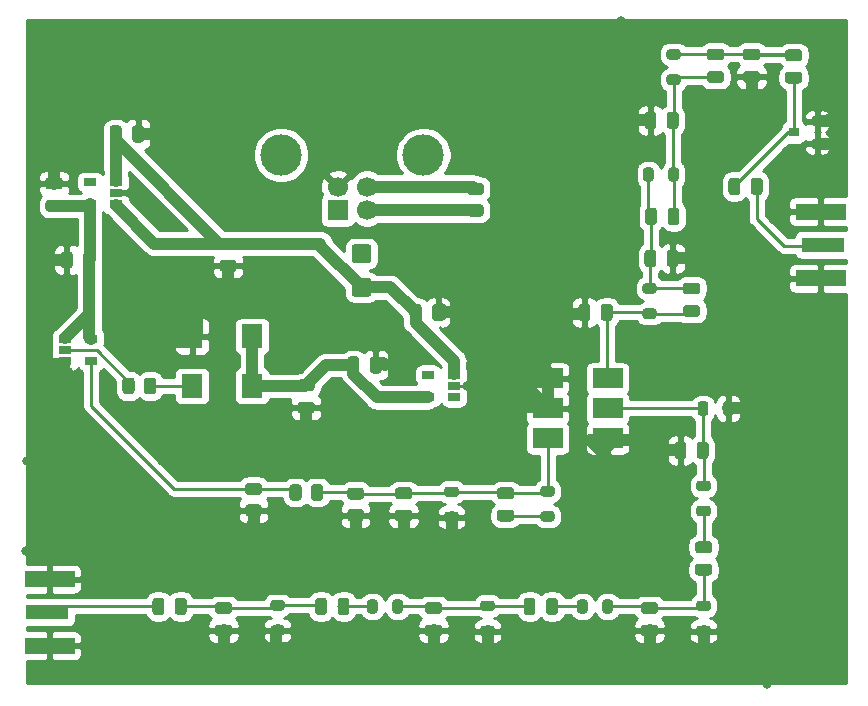
<source format=gbr>
%TF.GenerationSoftware,KiCad,Pcbnew,(5.1.10)-1*%
%TF.CreationDate,2021-08-21T15:59:26-07:00*%
%TF.ProjectId,upconverter,7570636f-6e76-4657-9274-65722e6b6963,rev?*%
%TF.SameCoordinates,Original*%
%TF.FileFunction,Copper,L1,Top*%
%TF.FilePolarity,Positive*%
%FSLAX46Y46*%
G04 Gerber Fmt 4.6, Leading zero omitted, Abs format (unit mm)*
G04 Created by KiCad (PCBNEW (5.1.10)-1) date 2021-08-21 15:59:26*
%MOMM*%
%LPD*%
G01*
G04 APERTURE LIST*
%TA.AperFunction,SMDPad,CuDef*%
%ADD10R,4.200000X1.350000*%
%TD*%
%TA.AperFunction,SMDPad,CuDef*%
%ADD11R,3.600000X1.270000*%
%TD*%
%TA.AperFunction,SMDPad,CuDef*%
%ADD12R,0.900000X0.800000*%
%TD*%
%TA.AperFunction,ComponentPad*%
%ADD13R,1.700000X1.700000*%
%TD*%
%TA.AperFunction,ComponentPad*%
%ADD14C,1.700000*%
%TD*%
%TA.AperFunction,ComponentPad*%
%ADD15C,3.500000*%
%TD*%
%TA.AperFunction,SMDPad,CuDef*%
%ADD16R,2.540000X1.651000*%
%TD*%
%TA.AperFunction,SMDPad,CuDef*%
%ADD17R,1.060000X0.650000*%
%TD*%
%TA.AperFunction,SMDPad,CuDef*%
%ADD18R,1.800000X2.000000*%
%TD*%
%TA.AperFunction,ViaPad*%
%ADD19C,0.800000*%
%TD*%
%TA.AperFunction,Conductor*%
%ADD20C,0.250000*%
%TD*%
%TA.AperFunction,Conductor*%
%ADD21C,1.000000*%
%TD*%
%TA.AperFunction,Conductor*%
%ADD22C,0.500000*%
%TD*%
%TA.AperFunction,Conductor*%
%ADD23C,0.750000*%
%TD*%
%TA.AperFunction,Conductor*%
%ADD24C,0.254000*%
%TD*%
%TA.AperFunction,Conductor*%
%ADD25C,0.100000*%
%TD*%
G04 APERTURE END LIST*
D10*
%TO.P,J2,2*%
%TO.N,GND*%
X116586000Y-52482000D03*
X116586000Y-46832000D03*
D11*
%TO.P,J2,1*%
%TO.N,Net-(C1-Pad2)*%
X116786000Y-49657000D03*
%TD*%
%TO.P,J3,1*%
%TO.N,Net-(C24-Pad1)*%
X51108000Y-80772000D03*
D10*
%TO.P,J3,2*%
%TO.N,GND*%
X51308000Y-83597000D03*
X51308000Y-77947000D03*
%TD*%
%TO.P,C20,2*%
%TO.N,GND*%
%TA.AperFunction,SMDPad,CuDef*%
G36*
G01*
X53271000Y-50452000D02*
X53271000Y-51402000D01*
G75*
G02*
X53021000Y-51652000I-250000J0D01*
G01*
X52521000Y-51652000D01*
G75*
G02*
X52271000Y-51402000I0J250000D01*
G01*
X52271000Y-50452000D01*
G75*
G02*
X52521000Y-50202000I250000J0D01*
G01*
X53021000Y-50202000D01*
G75*
G02*
X53271000Y-50452000I0J-250000D01*
G01*
G37*
%TD.AperFunction*%
%TO.P,C20,1*%
%TO.N,+5V*%
%TA.AperFunction,SMDPad,CuDef*%
G36*
G01*
X55171000Y-50452000D02*
X55171000Y-51402000D01*
G75*
G02*
X54921000Y-51652000I-250000J0D01*
G01*
X54421000Y-51652000D01*
G75*
G02*
X54171000Y-51402000I0J250000D01*
G01*
X54171000Y-50452000D01*
G75*
G02*
X54421000Y-50202000I250000J0D01*
G01*
X54921000Y-50202000D01*
G75*
G02*
X55171000Y-50452000I0J-250000D01*
G01*
G37*
%TD.AperFunction*%
%TD*%
%TO.P,C1,2*%
%TO.N,Net-(C1-Pad2)*%
%TA.AperFunction,SMDPad,CuDef*%
G36*
G01*
X110686000Y-45179000D02*
X110686000Y-44229000D01*
G75*
G02*
X110936000Y-43979000I250000J0D01*
G01*
X111436000Y-43979000D01*
G75*
G02*
X111686000Y-44229000I0J-250000D01*
G01*
X111686000Y-45179000D01*
G75*
G02*
X111436000Y-45429000I-250000J0D01*
G01*
X110936000Y-45429000D01*
G75*
G02*
X110686000Y-45179000I0J250000D01*
G01*
G37*
%TD.AperFunction*%
%TO.P,C1,1*%
%TO.N,Net-(C1-Pad1)*%
%TA.AperFunction,SMDPad,CuDef*%
G36*
G01*
X108786000Y-45179000D02*
X108786000Y-44229000D01*
G75*
G02*
X109036000Y-43979000I250000J0D01*
G01*
X109536000Y-43979000D01*
G75*
G02*
X109786000Y-44229000I0J-250000D01*
G01*
X109786000Y-45179000D01*
G75*
G02*
X109536000Y-45429000I-250000J0D01*
G01*
X109036000Y-45429000D01*
G75*
G02*
X108786000Y-45179000I0J250000D01*
G01*
G37*
%TD.AperFunction*%
%TD*%
%TO.P,C2,1*%
%TO.N,Output*%
%TA.AperFunction,SMDPad,CuDef*%
G36*
G01*
X107114000Y-66581000D02*
X107114000Y-67531000D01*
G75*
G02*
X106864000Y-67781000I-250000J0D01*
G01*
X106364000Y-67781000D01*
G75*
G02*
X106114000Y-67531000I0J250000D01*
G01*
X106114000Y-66581000D01*
G75*
G02*
X106364000Y-66331000I250000J0D01*
G01*
X106864000Y-66331000D01*
G75*
G02*
X107114000Y-66581000I0J-250000D01*
G01*
G37*
%TD.AperFunction*%
%TO.P,C2,2*%
%TO.N,GND*%
%TA.AperFunction,SMDPad,CuDef*%
G36*
G01*
X105214000Y-66581000D02*
X105214000Y-67531000D01*
G75*
G02*
X104964000Y-67781000I-250000J0D01*
G01*
X104464000Y-67781000D01*
G75*
G02*
X104214000Y-67531000I0J250000D01*
G01*
X104214000Y-66581000D01*
G75*
G02*
X104464000Y-66331000I250000J0D01*
G01*
X104964000Y-66331000D01*
G75*
G02*
X105214000Y-66581000I0J-250000D01*
G01*
G37*
%TD.AperFunction*%
%TD*%
%TO.P,C3,2*%
%TO.N,GND*%
%TA.AperFunction,SMDPad,CuDef*%
G36*
G01*
X65946000Y-50935000D02*
X66896000Y-50935000D01*
G75*
G02*
X67146000Y-51185000I0J-250000D01*
G01*
X67146000Y-51685000D01*
G75*
G02*
X66896000Y-51935000I-250000J0D01*
G01*
X65946000Y-51935000D01*
G75*
G02*
X65696000Y-51685000I0J250000D01*
G01*
X65696000Y-51185000D01*
G75*
G02*
X65946000Y-50935000I250000J0D01*
G01*
G37*
%TD.AperFunction*%
%TO.P,C3,1*%
%TO.N,Net-(C3-Pad1)*%
%TA.AperFunction,SMDPad,CuDef*%
G36*
G01*
X65946000Y-49035000D02*
X66896000Y-49035000D01*
G75*
G02*
X67146000Y-49285000I0J-250000D01*
G01*
X67146000Y-49785000D01*
G75*
G02*
X66896000Y-50035000I-250000J0D01*
G01*
X65946000Y-50035000D01*
G75*
G02*
X65696000Y-49785000I0J250000D01*
G01*
X65696000Y-49285000D01*
G75*
G02*
X65946000Y-49035000I250000J0D01*
G01*
G37*
%TD.AperFunction*%
%TD*%
%TO.P,C4,1*%
%TO.N,Net-(C4-Pad1)*%
%TA.AperFunction,SMDPad,CuDef*%
G36*
G01*
X113825000Y-33094000D02*
X114775000Y-33094000D01*
G75*
G02*
X115025000Y-33344000I0J-250000D01*
G01*
X115025000Y-33844000D01*
G75*
G02*
X114775000Y-34094000I-250000J0D01*
G01*
X113825000Y-34094000D01*
G75*
G02*
X113575000Y-33844000I0J250000D01*
G01*
X113575000Y-33344000D01*
G75*
G02*
X113825000Y-33094000I250000J0D01*
G01*
G37*
%TD.AperFunction*%
%TO.P,C4,2*%
%TO.N,Net-(C1-Pad1)*%
%TA.AperFunction,SMDPad,CuDef*%
G36*
G01*
X113825000Y-34994000D02*
X114775000Y-34994000D01*
G75*
G02*
X115025000Y-35244000I0J-250000D01*
G01*
X115025000Y-35744000D01*
G75*
G02*
X114775000Y-35994000I-250000J0D01*
G01*
X113825000Y-35994000D01*
G75*
G02*
X113575000Y-35744000I0J250000D01*
G01*
X113575000Y-35244000D01*
G75*
G02*
X113825000Y-34994000I250000J0D01*
G01*
G37*
%TD.AperFunction*%
%TD*%
%TO.P,C5,1*%
%TO.N,GND*%
%TA.AperFunction,SMDPad,CuDef*%
G36*
G01*
X59301000Y-39784000D02*
X59301000Y-40734000D01*
G75*
G02*
X59051000Y-40984000I-250000J0D01*
G01*
X58551000Y-40984000D01*
G75*
G02*
X58301000Y-40734000I0J250000D01*
G01*
X58301000Y-39784000D01*
G75*
G02*
X58551000Y-39534000I250000J0D01*
G01*
X59051000Y-39534000D01*
G75*
G02*
X59301000Y-39784000I0J-250000D01*
G01*
G37*
%TD.AperFunction*%
%TO.P,C5,2*%
%TO.N,Net-(C3-Pad1)*%
%TA.AperFunction,SMDPad,CuDef*%
G36*
G01*
X57401000Y-39784000D02*
X57401000Y-40734000D01*
G75*
G02*
X57151000Y-40984000I-250000J0D01*
G01*
X56651000Y-40984000D01*
G75*
G02*
X56401000Y-40734000I0J250000D01*
G01*
X56401000Y-39784000D01*
G75*
G02*
X56651000Y-39534000I250000J0D01*
G01*
X57151000Y-39534000D01*
G75*
G02*
X57401000Y-39784000I0J-250000D01*
G01*
G37*
%TD.AperFunction*%
%TD*%
%TO.P,C6,2*%
%TO.N,Net-(C3-Pad1)*%
%TA.AperFunction,SMDPad,CuDef*%
G36*
G01*
X82801000Y-54897000D02*
X82801000Y-55847000D01*
G75*
G02*
X82551000Y-56097000I-250000J0D01*
G01*
X82051000Y-56097000D01*
G75*
G02*
X81801000Y-55847000I0J250000D01*
G01*
X81801000Y-54897000D01*
G75*
G02*
X82051000Y-54647000I250000J0D01*
G01*
X82551000Y-54647000D01*
G75*
G02*
X82801000Y-54897000I0J-250000D01*
G01*
G37*
%TD.AperFunction*%
%TO.P,C6,1*%
%TO.N,GND*%
%TA.AperFunction,SMDPad,CuDef*%
G36*
G01*
X84701000Y-54897000D02*
X84701000Y-55847000D01*
G75*
G02*
X84451000Y-56097000I-250000J0D01*
G01*
X83951000Y-56097000D01*
G75*
G02*
X83701000Y-55847000I0J250000D01*
G01*
X83701000Y-54897000D01*
G75*
G02*
X83951000Y-54647000I250000J0D01*
G01*
X84451000Y-54647000D01*
G75*
G02*
X84701000Y-54897000I0J-250000D01*
G01*
G37*
%TD.AperFunction*%
%TD*%
%TO.P,C7,2*%
%TO.N,GND*%
%TA.AperFunction,SMDPad,CuDef*%
G36*
G01*
X110269000Y-34928000D02*
X111219000Y-34928000D01*
G75*
G02*
X111469000Y-35178000I0J-250000D01*
G01*
X111469000Y-35678000D01*
G75*
G02*
X111219000Y-35928000I-250000J0D01*
G01*
X110269000Y-35928000D01*
G75*
G02*
X110019000Y-35678000I0J250000D01*
G01*
X110019000Y-35178000D01*
G75*
G02*
X110269000Y-34928000I250000J0D01*
G01*
G37*
%TD.AperFunction*%
%TO.P,C7,1*%
%TO.N,Net-(C4-Pad1)*%
%TA.AperFunction,SMDPad,CuDef*%
G36*
G01*
X110269000Y-33028000D02*
X111219000Y-33028000D01*
G75*
G02*
X111469000Y-33278000I0J-250000D01*
G01*
X111469000Y-33778000D01*
G75*
G02*
X111219000Y-34028000I-250000J0D01*
G01*
X110269000Y-34028000D01*
G75*
G02*
X110019000Y-33778000I0J250000D01*
G01*
X110019000Y-33278000D01*
G75*
G02*
X110269000Y-33028000I250000J0D01*
G01*
G37*
%TD.AperFunction*%
%TD*%
%TO.P,C8,2*%
%TO.N,Net-(C8-Pad2)*%
%TA.AperFunction,SMDPad,CuDef*%
G36*
G01*
X107155000Y-75750000D02*
X106205000Y-75750000D01*
G75*
G02*
X105955000Y-75500000I0J250000D01*
G01*
X105955000Y-75000000D01*
G75*
G02*
X106205000Y-74750000I250000J0D01*
G01*
X107155000Y-74750000D01*
G75*
G02*
X107405000Y-75000000I0J-250000D01*
G01*
X107405000Y-75500000D01*
G75*
G02*
X107155000Y-75750000I-250000J0D01*
G01*
G37*
%TD.AperFunction*%
%TO.P,C8,1*%
%TO.N,Net-(C13-Pad1)*%
%TA.AperFunction,SMDPad,CuDef*%
G36*
G01*
X107155000Y-77650000D02*
X106205000Y-77650000D01*
G75*
G02*
X105955000Y-77400000I0J250000D01*
G01*
X105955000Y-76900000D01*
G75*
G02*
X106205000Y-76650000I250000J0D01*
G01*
X107155000Y-76650000D01*
G75*
G02*
X107405000Y-76900000I0J-250000D01*
G01*
X107405000Y-77400000D01*
G75*
G02*
X107155000Y-77650000I-250000J0D01*
G01*
G37*
%TD.AperFunction*%
%TD*%
%TO.P,C9,1*%
%TO.N,Net-(C12-Pad1)*%
%TA.AperFunction,SMDPad,CuDef*%
G36*
G01*
X108171000Y-35928000D02*
X107221000Y-35928000D01*
G75*
G02*
X106971000Y-35678000I0J250000D01*
G01*
X106971000Y-35178000D01*
G75*
G02*
X107221000Y-34928000I250000J0D01*
G01*
X108171000Y-34928000D01*
G75*
G02*
X108421000Y-35178000I0J-250000D01*
G01*
X108421000Y-35678000D01*
G75*
G02*
X108171000Y-35928000I-250000J0D01*
G01*
G37*
%TD.AperFunction*%
%TO.P,C9,2*%
%TO.N,Net-(C4-Pad1)*%
%TA.AperFunction,SMDPad,CuDef*%
G36*
G01*
X108171000Y-34028000D02*
X107221000Y-34028000D01*
G75*
G02*
X106971000Y-33778000I0J250000D01*
G01*
X106971000Y-33278000D01*
G75*
G02*
X107221000Y-33028000I250000J0D01*
G01*
X108171000Y-33028000D01*
G75*
G02*
X108421000Y-33278000I0J-250000D01*
G01*
X108421000Y-33778000D01*
G75*
G02*
X108171000Y-34028000I-250000J0D01*
G01*
G37*
%TD.AperFunction*%
%TD*%
%TO.P,C10,1*%
%TO.N,+3V3*%
%TA.AperFunction,SMDPad,CuDef*%
G36*
G01*
X76528000Y-60292000D02*
X76528000Y-59342000D01*
G75*
G02*
X76778000Y-59092000I250000J0D01*
G01*
X77278000Y-59092000D01*
G75*
G02*
X77528000Y-59342000I0J-250000D01*
G01*
X77528000Y-60292000D01*
G75*
G02*
X77278000Y-60542000I-250000J0D01*
G01*
X76778000Y-60542000D01*
G75*
G02*
X76528000Y-60292000I0J250000D01*
G01*
G37*
%TD.AperFunction*%
%TO.P,C10,2*%
%TO.N,GND*%
%TA.AperFunction,SMDPad,CuDef*%
G36*
G01*
X78428000Y-60292000D02*
X78428000Y-59342000D01*
G75*
G02*
X78678000Y-59092000I250000J0D01*
G01*
X79178000Y-59092000D01*
G75*
G02*
X79428000Y-59342000I0J-250000D01*
G01*
X79428000Y-60292000D01*
G75*
G02*
X79178000Y-60542000I-250000J0D01*
G01*
X78678000Y-60542000D01*
G75*
G02*
X78428000Y-60292000I0J250000D01*
G01*
G37*
%TD.AperFunction*%
%TD*%
%TO.P,C11,2*%
%TO.N,GND*%
%TA.AperFunction,SMDPad,CuDef*%
G36*
G01*
X52164000Y-44955000D02*
X51214000Y-44955000D01*
G75*
G02*
X50964000Y-44705000I0J250000D01*
G01*
X50964000Y-44205000D01*
G75*
G02*
X51214000Y-43955000I250000J0D01*
G01*
X52164000Y-43955000D01*
G75*
G02*
X52414000Y-44205000I0J-250000D01*
G01*
X52414000Y-44705000D01*
G75*
G02*
X52164000Y-44955000I-250000J0D01*
G01*
G37*
%TD.AperFunction*%
%TO.P,C11,1*%
%TO.N,+5V*%
%TA.AperFunction,SMDPad,CuDef*%
G36*
G01*
X52164000Y-46855000D02*
X51214000Y-46855000D01*
G75*
G02*
X50964000Y-46605000I0J250000D01*
G01*
X50964000Y-46105000D01*
G75*
G02*
X51214000Y-45855000I250000J0D01*
G01*
X52164000Y-45855000D01*
G75*
G02*
X52414000Y-46105000I0J-250000D01*
G01*
X52414000Y-46605000D01*
G75*
G02*
X52164000Y-46855000I-250000J0D01*
G01*
G37*
%TD.AperFunction*%
%TD*%
%TO.P,C12,1*%
%TO.N,Net-(C12-Pad1)*%
%TA.AperFunction,SMDPad,CuDef*%
G36*
G01*
X104574000Y-38641000D02*
X104574000Y-39591000D01*
G75*
G02*
X104324000Y-39841000I-250000J0D01*
G01*
X103824000Y-39841000D01*
G75*
G02*
X103574000Y-39591000I0J250000D01*
G01*
X103574000Y-38641000D01*
G75*
G02*
X103824000Y-38391000I250000J0D01*
G01*
X104324000Y-38391000D01*
G75*
G02*
X104574000Y-38641000I0J-250000D01*
G01*
G37*
%TD.AperFunction*%
%TO.P,C12,2*%
%TO.N,GND*%
%TA.AperFunction,SMDPad,CuDef*%
G36*
G01*
X102674000Y-38641000D02*
X102674000Y-39591000D01*
G75*
G02*
X102424000Y-39841000I-250000J0D01*
G01*
X101924000Y-39841000D01*
G75*
G02*
X101674000Y-39591000I0J250000D01*
G01*
X101674000Y-38641000D01*
G75*
G02*
X101924000Y-38391000I250000J0D01*
G01*
X102424000Y-38391000D01*
G75*
G02*
X102674000Y-38641000I0J-250000D01*
G01*
G37*
%TD.AperFunction*%
%TD*%
%TO.P,C13,1*%
%TO.N,Net-(C13-Pad1)*%
%TA.AperFunction,SMDPad,CuDef*%
G36*
G01*
X101633000Y-79896000D02*
X102583000Y-79896000D01*
G75*
G02*
X102833000Y-80146000I0J-250000D01*
G01*
X102833000Y-80646000D01*
G75*
G02*
X102583000Y-80896000I-250000J0D01*
G01*
X101633000Y-80896000D01*
G75*
G02*
X101383000Y-80646000I0J250000D01*
G01*
X101383000Y-80146000D01*
G75*
G02*
X101633000Y-79896000I250000J0D01*
G01*
G37*
%TD.AperFunction*%
%TO.P,C13,2*%
%TO.N,GND*%
%TA.AperFunction,SMDPad,CuDef*%
G36*
G01*
X101633000Y-81796000D02*
X102583000Y-81796000D01*
G75*
G02*
X102833000Y-82046000I0J-250000D01*
G01*
X102833000Y-82546000D01*
G75*
G02*
X102583000Y-82796000I-250000J0D01*
G01*
X101633000Y-82796000D01*
G75*
G02*
X101383000Y-82546000I0J250000D01*
G01*
X101383000Y-82046000D01*
G75*
G02*
X101633000Y-81796000I250000J0D01*
G01*
G37*
%TD.AperFunction*%
%TD*%
%TO.P,C14,2*%
%TO.N,Net-(C12-Pad1)*%
%TA.AperFunction,SMDPad,CuDef*%
G36*
G01*
X103640000Y-47719000D02*
X103640000Y-46769000D01*
G75*
G02*
X103890000Y-46519000I250000J0D01*
G01*
X104390000Y-46519000D01*
G75*
G02*
X104640000Y-46769000I0J-250000D01*
G01*
X104640000Y-47719000D01*
G75*
G02*
X104390000Y-47969000I-250000J0D01*
G01*
X103890000Y-47969000D01*
G75*
G02*
X103640000Y-47719000I0J250000D01*
G01*
G37*
%TD.AperFunction*%
%TO.P,C14,1*%
%TO.N,Net-(C14-Pad1)*%
%TA.AperFunction,SMDPad,CuDef*%
G36*
G01*
X101740000Y-47719000D02*
X101740000Y-46769000D01*
G75*
G02*
X101990000Y-46519000I250000J0D01*
G01*
X102490000Y-46519000D01*
G75*
G02*
X102740000Y-46769000I0J-250000D01*
G01*
X102740000Y-47719000D01*
G75*
G02*
X102490000Y-47969000I-250000J0D01*
G01*
X101990000Y-47969000D01*
G75*
G02*
X101740000Y-47719000I0J250000D01*
G01*
G37*
%TD.AperFunction*%
%TD*%
%TO.P,C15,1*%
%TO.N,Net-(C14-Pad1)*%
%TA.AperFunction,SMDPad,CuDef*%
G36*
G01*
X101674000Y-51275000D02*
X101674000Y-50325000D01*
G75*
G02*
X101924000Y-50075000I250000J0D01*
G01*
X102424000Y-50075000D01*
G75*
G02*
X102674000Y-50325000I0J-250000D01*
G01*
X102674000Y-51275000D01*
G75*
G02*
X102424000Y-51525000I-250000J0D01*
G01*
X101924000Y-51525000D01*
G75*
G02*
X101674000Y-51275000I0J250000D01*
G01*
G37*
%TD.AperFunction*%
%TO.P,C15,2*%
%TO.N,GND*%
%TA.AperFunction,SMDPad,CuDef*%
G36*
G01*
X103574000Y-51275000D02*
X103574000Y-50325000D01*
G75*
G02*
X103824000Y-50075000I250000J0D01*
G01*
X104324000Y-50075000D01*
G75*
G02*
X104574000Y-50325000I0J-250000D01*
G01*
X104574000Y-51275000D01*
G75*
G02*
X104324000Y-51525000I-250000J0D01*
G01*
X103824000Y-51525000D01*
G75*
G02*
X103574000Y-51275000I0J250000D01*
G01*
G37*
%TD.AperFunction*%
%TD*%
%TO.P,C16,1*%
%TO.N,RF*%
%TA.AperFunction,SMDPad,CuDef*%
G36*
G01*
X106139000Y-55740000D02*
X105189000Y-55740000D01*
G75*
G02*
X104939000Y-55490000I0J250000D01*
G01*
X104939000Y-54990000D01*
G75*
G02*
X105189000Y-54740000I250000J0D01*
G01*
X106139000Y-54740000D01*
G75*
G02*
X106389000Y-54990000I0J-250000D01*
G01*
X106389000Y-55490000D01*
G75*
G02*
X106139000Y-55740000I-250000J0D01*
G01*
G37*
%TD.AperFunction*%
%TO.P,C16,2*%
%TO.N,Net-(C14-Pad1)*%
%TA.AperFunction,SMDPad,CuDef*%
G36*
G01*
X106139000Y-53840000D02*
X105189000Y-53840000D01*
G75*
G02*
X104939000Y-53590000I0J250000D01*
G01*
X104939000Y-53090000D01*
G75*
G02*
X105189000Y-52840000I250000J0D01*
G01*
X106139000Y-52840000D01*
G75*
G02*
X106389000Y-53090000I0J-250000D01*
G01*
X106389000Y-53590000D01*
G75*
G02*
X106139000Y-53840000I-250000J0D01*
G01*
G37*
%TD.AperFunction*%
%TD*%
%TO.P,C17,2*%
%TO.N,Net-(C17-Pad2)*%
%TA.AperFunction,SMDPad,CuDef*%
G36*
G01*
X93348000Y-80739000D02*
X93348000Y-79789000D01*
G75*
G02*
X93598000Y-79539000I250000J0D01*
G01*
X94098000Y-79539000D01*
G75*
G02*
X94348000Y-79789000I0J-250000D01*
G01*
X94348000Y-80739000D01*
G75*
G02*
X94098000Y-80989000I-250000J0D01*
G01*
X93598000Y-80989000D01*
G75*
G02*
X93348000Y-80739000I0J250000D01*
G01*
G37*
%TD.AperFunction*%
%TO.P,C17,1*%
%TO.N,Net-(C17-Pad1)*%
%TA.AperFunction,SMDPad,CuDef*%
G36*
G01*
X91448000Y-80739000D02*
X91448000Y-79789000D01*
G75*
G02*
X91698000Y-79539000I250000J0D01*
G01*
X92198000Y-79539000D01*
G75*
G02*
X92448000Y-79789000I0J-250000D01*
G01*
X92448000Y-80739000D01*
G75*
G02*
X92198000Y-80989000I-250000J0D01*
G01*
X91698000Y-80989000D01*
G75*
G02*
X91448000Y-80739000I0J250000D01*
G01*
G37*
%TD.AperFunction*%
%TD*%
%TO.P,C18,1*%
%TO.N,RF*%
%TA.AperFunction,SMDPad,CuDef*%
G36*
G01*
X98986000Y-54897000D02*
X98986000Y-55847000D01*
G75*
G02*
X98736000Y-56097000I-250000J0D01*
G01*
X98236000Y-56097000D01*
G75*
G02*
X97986000Y-55847000I0J250000D01*
G01*
X97986000Y-54897000D01*
G75*
G02*
X98236000Y-54647000I250000J0D01*
G01*
X98736000Y-54647000D01*
G75*
G02*
X98986000Y-54897000I0J-250000D01*
G01*
G37*
%TD.AperFunction*%
%TO.P,C18,2*%
%TO.N,GND*%
%TA.AperFunction,SMDPad,CuDef*%
G36*
G01*
X97086000Y-54897000D02*
X97086000Y-55847000D01*
G75*
G02*
X96836000Y-56097000I-250000J0D01*
G01*
X96336000Y-56097000D01*
G75*
G02*
X96086000Y-55847000I0J250000D01*
G01*
X96086000Y-54897000D01*
G75*
G02*
X96336000Y-54647000I250000J0D01*
G01*
X96836000Y-54647000D01*
G75*
G02*
X97086000Y-54897000I0J-250000D01*
G01*
G37*
%TD.AperFunction*%
%TD*%
%TO.P,C19,1*%
%TO.N,+3V3*%
%TA.AperFunction,SMDPad,CuDef*%
G36*
G01*
X72550000Y-61034000D02*
X73500000Y-61034000D01*
G75*
G02*
X73750000Y-61284000I0J-250000D01*
G01*
X73750000Y-61784000D01*
G75*
G02*
X73500000Y-62034000I-250000J0D01*
G01*
X72550000Y-62034000D01*
G75*
G02*
X72300000Y-61784000I0J250000D01*
G01*
X72300000Y-61284000D01*
G75*
G02*
X72550000Y-61034000I250000J0D01*
G01*
G37*
%TD.AperFunction*%
%TO.P,C19,2*%
%TO.N,GND*%
%TA.AperFunction,SMDPad,CuDef*%
G36*
G01*
X72550000Y-62934000D02*
X73500000Y-62934000D01*
G75*
G02*
X73750000Y-63184000I0J-250000D01*
G01*
X73750000Y-63684000D01*
G75*
G02*
X73500000Y-63934000I-250000J0D01*
G01*
X72550000Y-63934000D01*
G75*
G02*
X72300000Y-63684000I0J250000D01*
G01*
X72300000Y-63184000D01*
G75*
G02*
X72550000Y-62934000I250000J0D01*
G01*
G37*
%TD.AperFunction*%
%TD*%
%TO.P,C21,1*%
%TO.N,Net-(C17-Pad1)*%
%TA.AperFunction,SMDPad,CuDef*%
G36*
G01*
X83345000Y-79896000D02*
X84295000Y-79896000D01*
G75*
G02*
X84545000Y-80146000I0J-250000D01*
G01*
X84545000Y-80646000D01*
G75*
G02*
X84295000Y-80896000I-250000J0D01*
G01*
X83345000Y-80896000D01*
G75*
G02*
X83095000Y-80646000I0J250000D01*
G01*
X83095000Y-80146000D01*
G75*
G02*
X83345000Y-79896000I250000J0D01*
G01*
G37*
%TD.AperFunction*%
%TO.P,C21,2*%
%TO.N,GND*%
%TA.AperFunction,SMDPad,CuDef*%
G36*
G01*
X83345000Y-81796000D02*
X84295000Y-81796000D01*
G75*
G02*
X84545000Y-82046000I0J-250000D01*
G01*
X84545000Y-82546000D01*
G75*
G02*
X84295000Y-82796000I-250000J0D01*
G01*
X83345000Y-82796000D01*
G75*
G02*
X83095000Y-82546000I0J250000D01*
G01*
X83095000Y-82046000D01*
G75*
G02*
X83345000Y-81796000I250000J0D01*
G01*
G37*
%TD.AperFunction*%
%TD*%
%TO.P,C22,2*%
%TO.N,Net-(C22-Pad2)*%
%TA.AperFunction,SMDPad,CuDef*%
G36*
G01*
X75700000Y-80739000D02*
X75700000Y-79789000D01*
G75*
G02*
X75950000Y-79539000I250000J0D01*
G01*
X76450000Y-79539000D01*
G75*
G02*
X76700000Y-79789000I0J-250000D01*
G01*
X76700000Y-80739000D01*
G75*
G02*
X76450000Y-80989000I-250000J0D01*
G01*
X75950000Y-80989000D01*
G75*
G02*
X75700000Y-80739000I0J250000D01*
G01*
G37*
%TD.AperFunction*%
%TO.P,C22,1*%
%TO.N,Net-(C22-Pad1)*%
%TA.AperFunction,SMDPad,CuDef*%
G36*
G01*
X73800000Y-80739000D02*
X73800000Y-79789000D01*
G75*
G02*
X74050000Y-79539000I250000J0D01*
G01*
X74550000Y-79539000D01*
G75*
G02*
X74800000Y-79789000I0J-250000D01*
G01*
X74800000Y-80739000D01*
G75*
G02*
X74550000Y-80989000I-250000J0D01*
G01*
X74050000Y-80989000D01*
G75*
G02*
X73800000Y-80739000I0J250000D01*
G01*
G37*
%TD.AperFunction*%
%TD*%
%TO.P,C23,2*%
%TO.N,GND*%
%TA.AperFunction,SMDPad,CuDef*%
G36*
G01*
X65565000Y-81796000D02*
X66515000Y-81796000D01*
G75*
G02*
X66765000Y-82046000I0J-250000D01*
G01*
X66765000Y-82546000D01*
G75*
G02*
X66515000Y-82796000I-250000J0D01*
G01*
X65565000Y-82796000D01*
G75*
G02*
X65315000Y-82546000I0J250000D01*
G01*
X65315000Y-82046000D01*
G75*
G02*
X65565000Y-81796000I250000J0D01*
G01*
G37*
%TD.AperFunction*%
%TO.P,C23,1*%
%TO.N,Net-(C22-Pad1)*%
%TA.AperFunction,SMDPad,CuDef*%
G36*
G01*
X65565000Y-79896000D02*
X66515000Y-79896000D01*
G75*
G02*
X66765000Y-80146000I0J-250000D01*
G01*
X66765000Y-80646000D01*
G75*
G02*
X66515000Y-80896000I-250000J0D01*
G01*
X65565000Y-80896000D01*
G75*
G02*
X65315000Y-80646000I0J250000D01*
G01*
X65315000Y-80146000D01*
G75*
G02*
X65565000Y-79896000I250000J0D01*
G01*
G37*
%TD.AperFunction*%
%TD*%
%TO.P,C24,1*%
%TO.N,Net-(C24-Pad1)*%
%TA.AperFunction,SMDPad,CuDef*%
G36*
G01*
X60018000Y-80739000D02*
X60018000Y-79789000D01*
G75*
G02*
X60268000Y-79539000I250000J0D01*
G01*
X60768000Y-79539000D01*
G75*
G02*
X61018000Y-79789000I0J-250000D01*
G01*
X61018000Y-80739000D01*
G75*
G02*
X60768000Y-80989000I-250000J0D01*
G01*
X60268000Y-80989000D01*
G75*
G02*
X60018000Y-80739000I0J250000D01*
G01*
G37*
%TD.AperFunction*%
%TO.P,C24,2*%
%TO.N,Net-(C22-Pad1)*%
%TA.AperFunction,SMDPad,CuDef*%
G36*
G01*
X61918000Y-80739000D02*
X61918000Y-79789000D01*
G75*
G02*
X62168000Y-79539000I250000J0D01*
G01*
X62668000Y-79539000D01*
G75*
G02*
X62918000Y-79789000I0J-250000D01*
G01*
X62918000Y-80739000D01*
G75*
G02*
X62668000Y-80989000I-250000J0D01*
G01*
X62168000Y-80989000D01*
G75*
G02*
X61918000Y-80739000I0J250000D01*
G01*
G37*
%TD.AperFunction*%
%TD*%
%TO.P,C25,1*%
%TO.N,OSC*%
%TA.AperFunction,SMDPad,CuDef*%
G36*
G01*
X80805000Y-70178000D02*
X81755000Y-70178000D01*
G75*
G02*
X82005000Y-70428000I0J-250000D01*
G01*
X82005000Y-70928000D01*
G75*
G02*
X81755000Y-71178000I-250000J0D01*
G01*
X80805000Y-71178000D01*
G75*
G02*
X80555000Y-70928000I0J250000D01*
G01*
X80555000Y-70428000D01*
G75*
G02*
X80805000Y-70178000I250000J0D01*
G01*
G37*
%TD.AperFunction*%
%TO.P,C25,2*%
%TO.N,GND*%
%TA.AperFunction,SMDPad,CuDef*%
G36*
G01*
X80805000Y-72078000D02*
X81755000Y-72078000D01*
G75*
G02*
X82005000Y-72328000I0J-250000D01*
G01*
X82005000Y-72828000D01*
G75*
G02*
X81755000Y-73078000I-250000J0D01*
G01*
X80805000Y-73078000D01*
G75*
G02*
X80555000Y-72828000I0J250000D01*
G01*
X80555000Y-72328000D01*
G75*
G02*
X80805000Y-72078000I250000J0D01*
G01*
G37*
%TD.AperFunction*%
%TD*%
%TO.P,C26,2*%
%TO.N,OSC*%
%TA.AperFunction,SMDPad,CuDef*%
G36*
G01*
X90391000Y-71178000D02*
X89441000Y-71178000D01*
G75*
G02*
X89191000Y-70928000I0J250000D01*
G01*
X89191000Y-70428000D01*
G75*
G02*
X89441000Y-70178000I250000J0D01*
G01*
X90391000Y-70178000D01*
G75*
G02*
X90641000Y-70428000I0J-250000D01*
G01*
X90641000Y-70928000D01*
G75*
G02*
X90391000Y-71178000I-250000J0D01*
G01*
G37*
%TD.AperFunction*%
%TO.P,C26,1*%
%TO.N,Net-(C26-Pad1)*%
%TA.AperFunction,SMDPad,CuDef*%
G36*
G01*
X90391000Y-73078000D02*
X89441000Y-73078000D01*
G75*
G02*
X89191000Y-72828000I0J250000D01*
G01*
X89191000Y-72328000D01*
G75*
G02*
X89441000Y-72078000I250000J0D01*
G01*
X90391000Y-72078000D01*
G75*
G02*
X90641000Y-72328000I0J-250000D01*
G01*
X90641000Y-72828000D01*
G75*
G02*
X90391000Y-73078000I-250000J0D01*
G01*
G37*
%TD.AperFunction*%
%TD*%
D12*
%TO.P,D1,1*%
%TO.N,GND*%
X116300000Y-41082000D03*
%TO.P,D1,2*%
X116300000Y-39182000D03*
%TO.P,D1,3*%
%TO.N,Net-(C1-Pad1)*%
X114300000Y-40132000D03*
%TD*%
%TO.P,F1,1*%
%TO.N,Net-(F1-Pad1)*%
%TA.AperFunction,SMDPad,CuDef*%
G36*
G01*
X77149000Y-49591000D02*
X78299000Y-49591000D01*
G75*
G02*
X78549000Y-49841000I0J-250000D01*
G01*
X78549000Y-50941000D01*
G75*
G02*
X78299000Y-51191000I-250000J0D01*
G01*
X77149000Y-51191000D01*
G75*
G02*
X76899000Y-50941000I0J250000D01*
G01*
X76899000Y-49841000D01*
G75*
G02*
X77149000Y-49591000I250000J0D01*
G01*
G37*
%TD.AperFunction*%
%TO.P,F1,2*%
%TO.N,Net-(C3-Pad1)*%
%TA.AperFunction,SMDPad,CuDef*%
G36*
G01*
X77149000Y-52441000D02*
X78299000Y-52441000D01*
G75*
G02*
X78549000Y-52691000I0J-250000D01*
G01*
X78549000Y-53791000D01*
G75*
G02*
X78299000Y-54041000I-250000J0D01*
G01*
X77149000Y-54041000D01*
G75*
G02*
X76899000Y-53791000I0J250000D01*
G01*
X76899000Y-52691000D01*
G75*
G02*
X77149000Y-52441000I250000J0D01*
G01*
G37*
%TD.AperFunction*%
%TD*%
D13*
%TO.P,J1,1*%
%TO.N,Net-(F1-Pad1)*%
X75692000Y-46736000D03*
D14*
%TO.P,J1,2*%
%TO.N,Net-(J1-Pad2)*%
X78192000Y-46736000D03*
%TO.P,J1,3*%
%TO.N,Net-(J1-Pad3)*%
X78192000Y-44736000D03*
%TO.P,J1,4*%
%TO.N,GND*%
X75692000Y-44736000D03*
D15*
%TO.P,J1,5*%
%TO.N,Net-(J1-Pad5)*%
X70922000Y-42026000D03*
X82962000Y-42026000D03*
%TD*%
%TO.P,L1,1*%
%TO.N,Output*%
%TA.AperFunction,SMDPad,CuDef*%
G36*
G01*
X106196000Y-63881250D02*
X106196000Y-63118750D01*
G75*
G02*
X106414750Y-62900000I218750J0D01*
G01*
X106852250Y-62900000D01*
G75*
G02*
X107071000Y-63118750I0J-218750D01*
G01*
X107071000Y-63881250D01*
G75*
G02*
X106852250Y-64100000I-218750J0D01*
G01*
X106414750Y-64100000D01*
G75*
G02*
X106196000Y-63881250I0J218750D01*
G01*
G37*
%TD.AperFunction*%
%TO.P,L1,2*%
%TO.N,GND*%
%TA.AperFunction,SMDPad,CuDef*%
G36*
G01*
X108321000Y-63881250D02*
X108321000Y-63118750D01*
G75*
G02*
X108539750Y-62900000I218750J0D01*
G01*
X108977250Y-62900000D01*
G75*
G02*
X109196000Y-63118750I0J-218750D01*
G01*
X109196000Y-63881250D01*
G75*
G02*
X108977250Y-64100000I-218750J0D01*
G01*
X108539750Y-64100000D01*
G75*
G02*
X108321000Y-63881250I0J218750D01*
G01*
G37*
%TD.AperFunction*%
%TD*%
%TO.P,L2,2*%
%TO.N,Output*%
%TA.AperFunction,SMDPad,CuDef*%
G36*
G01*
X107061250Y-70495000D02*
X106298750Y-70495000D01*
G75*
G02*
X106080000Y-70276250I0J218750D01*
G01*
X106080000Y-69838750D01*
G75*
G02*
X106298750Y-69620000I218750J0D01*
G01*
X107061250Y-69620000D01*
G75*
G02*
X107280000Y-69838750I0J-218750D01*
G01*
X107280000Y-70276250D01*
G75*
G02*
X107061250Y-70495000I-218750J0D01*
G01*
G37*
%TD.AperFunction*%
%TO.P,L2,1*%
%TO.N,Net-(C8-Pad2)*%
%TA.AperFunction,SMDPad,CuDef*%
G36*
G01*
X107061250Y-72620000D02*
X106298750Y-72620000D01*
G75*
G02*
X106080000Y-72401250I0J218750D01*
G01*
X106080000Y-71963750D01*
G75*
G02*
X106298750Y-71745000I218750J0D01*
G01*
X107061250Y-71745000D01*
G75*
G02*
X107280000Y-71963750I0J-218750D01*
G01*
X107280000Y-72401250D01*
G75*
G02*
X107061250Y-72620000I-218750J0D01*
G01*
G37*
%TD.AperFunction*%
%TD*%
%TO.P,L3,2*%
%TO.N,Net-(C4-Pad1)*%
%TA.AperFunction,SMDPad,CuDef*%
G36*
G01*
X104521250Y-33965500D02*
X103758750Y-33965500D01*
G75*
G02*
X103540000Y-33746750I0J218750D01*
G01*
X103540000Y-33309250D01*
G75*
G02*
X103758750Y-33090500I218750J0D01*
G01*
X104521250Y-33090500D01*
G75*
G02*
X104740000Y-33309250I0J-218750D01*
G01*
X104740000Y-33746750D01*
G75*
G02*
X104521250Y-33965500I-218750J0D01*
G01*
G37*
%TD.AperFunction*%
%TO.P,L3,1*%
%TO.N,Net-(C12-Pad1)*%
%TA.AperFunction,SMDPad,CuDef*%
G36*
G01*
X104521250Y-36090500D02*
X103758750Y-36090500D01*
G75*
G02*
X103540000Y-35871750I0J218750D01*
G01*
X103540000Y-35434250D01*
G75*
G02*
X103758750Y-35215500I218750J0D01*
G01*
X104521250Y-35215500D01*
G75*
G02*
X104740000Y-35434250I0J-218750D01*
G01*
X104740000Y-35871750D01*
G75*
G02*
X104521250Y-36090500I-218750J0D01*
G01*
G37*
%TD.AperFunction*%
%TD*%
%TO.P,L4,1*%
%TO.N,Net-(C13-Pad1)*%
%TA.AperFunction,SMDPad,CuDef*%
G36*
G01*
X106298750Y-79780000D02*
X107061250Y-79780000D01*
G75*
G02*
X107280000Y-79998750I0J-218750D01*
G01*
X107280000Y-80436250D01*
G75*
G02*
X107061250Y-80655000I-218750J0D01*
G01*
X106298750Y-80655000D01*
G75*
G02*
X106080000Y-80436250I0J218750D01*
G01*
X106080000Y-79998750D01*
G75*
G02*
X106298750Y-79780000I218750J0D01*
G01*
G37*
%TD.AperFunction*%
%TO.P,L4,2*%
%TO.N,GND*%
%TA.AperFunction,SMDPad,CuDef*%
G36*
G01*
X106298750Y-81905000D02*
X107061250Y-81905000D01*
G75*
G02*
X107280000Y-82123750I0J-218750D01*
G01*
X107280000Y-82561250D01*
G75*
G02*
X107061250Y-82780000I-218750J0D01*
G01*
X106298750Y-82780000D01*
G75*
G02*
X106080000Y-82561250I0J218750D01*
G01*
X106080000Y-82123750D01*
G75*
G02*
X106298750Y-81905000I218750J0D01*
G01*
G37*
%TD.AperFunction*%
%TD*%
%TO.P,L5,1*%
%TO.N,Net-(C14-Pad1)*%
%TA.AperFunction,SMDPad,CuDef*%
G36*
G01*
X101577500Y-44069250D02*
X101577500Y-43306750D01*
G75*
G02*
X101796250Y-43088000I218750J0D01*
G01*
X102233750Y-43088000D01*
G75*
G02*
X102452500Y-43306750I0J-218750D01*
G01*
X102452500Y-44069250D01*
G75*
G02*
X102233750Y-44288000I-218750J0D01*
G01*
X101796250Y-44288000D01*
G75*
G02*
X101577500Y-44069250I0J218750D01*
G01*
G37*
%TD.AperFunction*%
%TO.P,L5,2*%
%TO.N,Net-(C12-Pad1)*%
%TA.AperFunction,SMDPad,CuDef*%
G36*
G01*
X103702500Y-44069250D02*
X103702500Y-43306750D01*
G75*
G02*
X103921250Y-43088000I218750J0D01*
G01*
X104358750Y-43088000D01*
G75*
G02*
X104577500Y-43306750I0J-218750D01*
G01*
X104577500Y-44069250D01*
G75*
G02*
X104358750Y-44288000I-218750J0D01*
G01*
X103921250Y-44288000D01*
G75*
G02*
X103702500Y-44069250I0J218750D01*
G01*
G37*
%TD.AperFunction*%
%TD*%
%TO.P,L6,2*%
%TO.N,Net-(C13-Pad1)*%
%TA.AperFunction,SMDPad,CuDef*%
G36*
G01*
X98114500Y-80645250D02*
X98114500Y-79882750D01*
G75*
G02*
X98333250Y-79664000I218750J0D01*
G01*
X98770750Y-79664000D01*
G75*
G02*
X98989500Y-79882750I0J-218750D01*
G01*
X98989500Y-80645250D01*
G75*
G02*
X98770750Y-80864000I-218750J0D01*
G01*
X98333250Y-80864000D01*
G75*
G02*
X98114500Y-80645250I0J218750D01*
G01*
G37*
%TD.AperFunction*%
%TO.P,L6,1*%
%TO.N,Net-(C17-Pad2)*%
%TA.AperFunction,SMDPad,CuDef*%
G36*
G01*
X95989500Y-80645250D02*
X95989500Y-79882750D01*
G75*
G02*
X96208250Y-79664000I218750J0D01*
G01*
X96645750Y-79664000D01*
G75*
G02*
X96864500Y-79882750I0J-218750D01*
G01*
X96864500Y-80645250D01*
G75*
G02*
X96645750Y-80864000I-218750J0D01*
G01*
X96208250Y-80864000D01*
G75*
G02*
X95989500Y-80645250I0J218750D01*
G01*
G37*
%TD.AperFunction*%
%TD*%
%TO.P,L7,2*%
%TO.N,Net-(C14-Pad1)*%
%TA.AperFunction,SMDPad,CuDef*%
G36*
G01*
X102489250Y-53777500D02*
X101726750Y-53777500D01*
G75*
G02*
X101508000Y-53558750I0J218750D01*
G01*
X101508000Y-53121250D01*
G75*
G02*
X101726750Y-52902500I218750J0D01*
G01*
X102489250Y-52902500D01*
G75*
G02*
X102708000Y-53121250I0J-218750D01*
G01*
X102708000Y-53558750D01*
G75*
G02*
X102489250Y-53777500I-218750J0D01*
G01*
G37*
%TD.AperFunction*%
%TO.P,L7,1*%
%TO.N,RF*%
%TA.AperFunction,SMDPad,CuDef*%
G36*
G01*
X102489250Y-55902500D02*
X101726750Y-55902500D01*
G75*
G02*
X101508000Y-55683750I0J218750D01*
G01*
X101508000Y-55246250D01*
G75*
G02*
X101726750Y-55027500I218750J0D01*
G01*
X102489250Y-55027500D01*
G75*
G02*
X102708000Y-55246250I0J-218750D01*
G01*
X102708000Y-55683750D01*
G75*
G02*
X102489250Y-55902500I-218750J0D01*
G01*
G37*
%TD.AperFunction*%
%TD*%
%TO.P,L8,1*%
%TO.N,Net-(C17-Pad1)*%
%TA.AperFunction,SMDPad,CuDef*%
G36*
G01*
X88010750Y-79780000D02*
X88773250Y-79780000D01*
G75*
G02*
X88992000Y-79998750I0J-218750D01*
G01*
X88992000Y-80436250D01*
G75*
G02*
X88773250Y-80655000I-218750J0D01*
G01*
X88010750Y-80655000D01*
G75*
G02*
X87792000Y-80436250I0J218750D01*
G01*
X87792000Y-79998750D01*
G75*
G02*
X88010750Y-79780000I218750J0D01*
G01*
G37*
%TD.AperFunction*%
%TO.P,L8,2*%
%TO.N,GND*%
%TA.AperFunction,SMDPad,CuDef*%
G36*
G01*
X88010750Y-81905000D02*
X88773250Y-81905000D01*
G75*
G02*
X88992000Y-82123750I0J-218750D01*
G01*
X88992000Y-82561250D01*
G75*
G02*
X88773250Y-82780000I-218750J0D01*
G01*
X88010750Y-82780000D01*
G75*
G02*
X87792000Y-82561250I0J218750D01*
G01*
X87792000Y-82123750D01*
G75*
G02*
X88010750Y-81905000I218750J0D01*
G01*
G37*
%TD.AperFunction*%
%TD*%
%TO.P,L9,1*%
%TO.N,Net-(C22-Pad2)*%
%TA.AperFunction,SMDPad,CuDef*%
G36*
G01*
X78209500Y-80645250D02*
X78209500Y-79882750D01*
G75*
G02*
X78428250Y-79664000I218750J0D01*
G01*
X78865750Y-79664000D01*
G75*
G02*
X79084500Y-79882750I0J-218750D01*
G01*
X79084500Y-80645250D01*
G75*
G02*
X78865750Y-80864000I-218750J0D01*
G01*
X78428250Y-80864000D01*
G75*
G02*
X78209500Y-80645250I0J218750D01*
G01*
G37*
%TD.AperFunction*%
%TO.P,L9,2*%
%TO.N,Net-(C17-Pad1)*%
%TA.AperFunction,SMDPad,CuDef*%
G36*
G01*
X80334500Y-80645250D02*
X80334500Y-79882750D01*
G75*
G02*
X80553250Y-79664000I218750J0D01*
G01*
X80990750Y-79664000D01*
G75*
G02*
X81209500Y-79882750I0J-218750D01*
G01*
X81209500Y-80645250D01*
G75*
G02*
X80990750Y-80864000I-218750J0D01*
G01*
X80553250Y-80864000D01*
G75*
G02*
X80334500Y-80645250I0J218750D01*
G01*
G37*
%TD.AperFunction*%
%TD*%
%TO.P,L10,2*%
%TO.N,GND*%
%TA.AperFunction,SMDPad,CuDef*%
G36*
G01*
X70230750Y-81858500D02*
X70993250Y-81858500D01*
G75*
G02*
X71212000Y-82077250I0J-218750D01*
G01*
X71212000Y-82514750D01*
G75*
G02*
X70993250Y-82733500I-218750J0D01*
G01*
X70230750Y-82733500D01*
G75*
G02*
X70012000Y-82514750I0J218750D01*
G01*
X70012000Y-82077250D01*
G75*
G02*
X70230750Y-81858500I218750J0D01*
G01*
G37*
%TD.AperFunction*%
%TO.P,L10,1*%
%TO.N,Net-(C22-Pad1)*%
%TA.AperFunction,SMDPad,CuDef*%
G36*
G01*
X70230750Y-79733500D02*
X70993250Y-79733500D01*
G75*
G02*
X71212000Y-79952250I0J-218750D01*
G01*
X71212000Y-80389750D01*
G75*
G02*
X70993250Y-80608500I-218750J0D01*
G01*
X70230750Y-80608500D01*
G75*
G02*
X70012000Y-80389750I0J218750D01*
G01*
X70012000Y-79952250D01*
G75*
G02*
X70230750Y-79733500I218750J0D01*
G01*
G37*
%TD.AperFunction*%
%TD*%
%TO.P,L11,1*%
%TO.N,OSC*%
%TA.AperFunction,SMDPad,CuDef*%
G36*
G01*
X84962750Y-70128000D02*
X85725250Y-70128000D01*
G75*
G02*
X85944000Y-70346750I0J-218750D01*
G01*
X85944000Y-70784250D01*
G75*
G02*
X85725250Y-71003000I-218750J0D01*
G01*
X84962750Y-71003000D01*
G75*
G02*
X84744000Y-70784250I0J218750D01*
G01*
X84744000Y-70346750D01*
G75*
G02*
X84962750Y-70128000I218750J0D01*
G01*
G37*
%TD.AperFunction*%
%TO.P,L11,2*%
%TO.N,GND*%
%TA.AperFunction,SMDPad,CuDef*%
G36*
G01*
X84962750Y-72253000D02*
X85725250Y-72253000D01*
G75*
G02*
X85944000Y-72471750I0J-218750D01*
G01*
X85944000Y-72909250D01*
G75*
G02*
X85725250Y-73128000I-218750J0D01*
G01*
X84962750Y-73128000D01*
G75*
G02*
X84744000Y-72909250I0J218750D01*
G01*
X84744000Y-72471750D01*
G75*
G02*
X84962750Y-72253000I218750J0D01*
G01*
G37*
%TD.AperFunction*%
%TD*%
%TO.P,L12,2*%
%TO.N,Net-(C26-Pad1)*%
%TA.AperFunction,SMDPad,CuDef*%
G36*
G01*
X93090750Y-72206500D02*
X93853250Y-72206500D01*
G75*
G02*
X94072000Y-72425250I0J-218750D01*
G01*
X94072000Y-72862750D01*
G75*
G02*
X93853250Y-73081500I-218750J0D01*
G01*
X93090750Y-73081500D01*
G75*
G02*
X92872000Y-72862750I0J218750D01*
G01*
X92872000Y-72425250D01*
G75*
G02*
X93090750Y-72206500I218750J0D01*
G01*
G37*
%TD.AperFunction*%
%TO.P,L12,1*%
%TO.N,OSC*%
%TA.AperFunction,SMDPad,CuDef*%
G36*
G01*
X93090750Y-70081500D02*
X93853250Y-70081500D01*
G75*
G02*
X94072000Y-70300250I0J-218750D01*
G01*
X94072000Y-70737750D01*
G75*
G02*
X93853250Y-70956500I-218750J0D01*
G01*
X93090750Y-70956500D01*
G75*
G02*
X92872000Y-70737750I0J218750D01*
G01*
X92872000Y-70300250D01*
G75*
G02*
X93090750Y-70081500I218750J0D01*
G01*
G37*
%TD.AperFunction*%
%TD*%
D16*
%TO.P,MX1,6*%
%TO.N,OSC*%
X93472000Y-66040000D03*
%TO.P,MX1,5*%
%TO.N,GND*%
X93472000Y-63500000D03*
%TO.P,MX1,4*%
X93472000Y-60960000D03*
%TO.P,MX1,3*%
%TO.N,RF*%
X98552000Y-60960000D03*
%TO.P,MX1,2*%
%TO.N,Output*%
X98552000Y-63500000D03*
%TO.P,MX1,1*%
%TO.N,GND*%
X98552000Y-66040000D03*
%TD*%
%TO.P,R1,2*%
%TO.N,Net-(J1-Pad2)*%
%TA.AperFunction,SMDPad,CuDef*%
G36*
G01*
X86925999Y-46223500D02*
X87826001Y-46223500D01*
G75*
G02*
X88076000Y-46473499I0J-249999D01*
G01*
X88076000Y-46998501D01*
G75*
G02*
X87826001Y-47248500I-249999J0D01*
G01*
X86925999Y-47248500D01*
G75*
G02*
X86676000Y-46998501I0J249999D01*
G01*
X86676000Y-46473499D01*
G75*
G02*
X86925999Y-46223500I249999J0D01*
G01*
G37*
%TD.AperFunction*%
%TO.P,R1,1*%
%TO.N,Net-(J1-Pad3)*%
%TA.AperFunction,SMDPad,CuDef*%
G36*
G01*
X86925999Y-44398500D02*
X87826001Y-44398500D01*
G75*
G02*
X88076000Y-44648499I0J-249999D01*
G01*
X88076000Y-45173501D01*
G75*
G02*
X87826001Y-45423500I-249999J0D01*
G01*
X86925999Y-45423500D01*
G75*
G02*
X86676000Y-45173501I0J249999D01*
G01*
X86676000Y-44648499D01*
G75*
G02*
X86925999Y-44398500I249999J0D01*
G01*
G37*
%TD.AperFunction*%
%TD*%
%TO.P,R2,2*%
%TO.N,Net-(R2-Pad2)*%
%TA.AperFunction,SMDPad,CuDef*%
G36*
G01*
X58504500Y-61144999D02*
X58504500Y-62045001D01*
G75*
G02*
X58254501Y-62295000I-249999J0D01*
G01*
X57729499Y-62295000D01*
G75*
G02*
X57479500Y-62045001I0J249999D01*
G01*
X57479500Y-61144999D01*
G75*
G02*
X57729499Y-60895000I249999J0D01*
G01*
X58254501Y-60895000D01*
G75*
G02*
X58504500Y-61144999I0J-249999D01*
G01*
G37*
%TD.AperFunction*%
%TO.P,R2,1*%
%TO.N,Net-(R2-Pad1)*%
%TA.AperFunction,SMDPad,CuDef*%
G36*
G01*
X60329500Y-61144999D02*
X60329500Y-62045001D01*
G75*
G02*
X60079501Y-62295000I-249999J0D01*
G01*
X59554499Y-62295000D01*
G75*
G02*
X59304500Y-62045001I0J249999D01*
G01*
X59304500Y-61144999D01*
G75*
G02*
X59554499Y-60895000I249999J0D01*
G01*
X60079501Y-60895000D01*
G75*
G02*
X60329500Y-61144999I0J-249999D01*
G01*
G37*
%TD.AperFunction*%
%TD*%
%TO.P,R3,1*%
%TO.N,Net-(R3-Pad1)*%
%TA.AperFunction,SMDPad,CuDef*%
G36*
G01*
X68129999Y-69798500D02*
X69030001Y-69798500D01*
G75*
G02*
X69280000Y-70048499I0J-249999D01*
G01*
X69280000Y-70573501D01*
G75*
G02*
X69030001Y-70823500I-249999J0D01*
G01*
X68129999Y-70823500D01*
G75*
G02*
X67880000Y-70573501I0J249999D01*
G01*
X67880000Y-70048499D01*
G75*
G02*
X68129999Y-69798500I249999J0D01*
G01*
G37*
%TD.AperFunction*%
%TO.P,R3,2*%
%TO.N,GND*%
%TA.AperFunction,SMDPad,CuDef*%
G36*
G01*
X68129999Y-71623500D02*
X69030001Y-71623500D01*
G75*
G02*
X69280000Y-71873499I0J-249999D01*
G01*
X69280000Y-72398501D01*
G75*
G02*
X69030001Y-72648500I-249999J0D01*
G01*
X68129999Y-72648500D01*
G75*
G02*
X67880000Y-72398501I0J249999D01*
G01*
X67880000Y-71873499D01*
G75*
G02*
X68129999Y-71623500I249999J0D01*
G01*
G37*
%TD.AperFunction*%
%TD*%
%TO.P,R4,1*%
%TO.N,OSC*%
%TA.AperFunction,SMDPad,CuDef*%
G36*
G01*
X74473500Y-70161999D02*
X74473500Y-71062001D01*
G75*
G02*
X74223501Y-71312000I-249999J0D01*
G01*
X73698499Y-71312000D01*
G75*
G02*
X73448500Y-71062001I0J249999D01*
G01*
X73448500Y-70161999D01*
G75*
G02*
X73698499Y-69912000I249999J0D01*
G01*
X74223501Y-69912000D01*
G75*
G02*
X74473500Y-70161999I0J-249999D01*
G01*
G37*
%TD.AperFunction*%
%TO.P,R4,2*%
%TO.N,Net-(R3-Pad1)*%
%TA.AperFunction,SMDPad,CuDef*%
G36*
G01*
X72648500Y-70161999D02*
X72648500Y-71062001D01*
G75*
G02*
X72398501Y-71312000I-249999J0D01*
G01*
X71873499Y-71312000D01*
G75*
G02*
X71623500Y-71062001I0J249999D01*
G01*
X71623500Y-70161999D01*
G75*
G02*
X71873499Y-69912000I249999J0D01*
G01*
X72398501Y-69912000D01*
G75*
G02*
X72648500Y-70161999I0J-249999D01*
G01*
G37*
%TD.AperFunction*%
%TD*%
%TO.P,R5,2*%
%TO.N,GND*%
%TA.AperFunction,SMDPad,CuDef*%
G36*
G01*
X76765999Y-72028000D02*
X77666001Y-72028000D01*
G75*
G02*
X77916000Y-72277999I0J-249999D01*
G01*
X77916000Y-72803001D01*
G75*
G02*
X77666001Y-73053000I-249999J0D01*
G01*
X76765999Y-73053000D01*
G75*
G02*
X76516000Y-72803001I0J249999D01*
G01*
X76516000Y-72277999D01*
G75*
G02*
X76765999Y-72028000I249999J0D01*
G01*
G37*
%TD.AperFunction*%
%TO.P,R5,1*%
%TO.N,OSC*%
%TA.AperFunction,SMDPad,CuDef*%
G36*
G01*
X76765999Y-70203000D02*
X77666001Y-70203000D01*
G75*
G02*
X77916000Y-70452999I0J-249999D01*
G01*
X77916000Y-70978001D01*
G75*
G02*
X77666001Y-71228000I-249999J0D01*
G01*
X76765999Y-71228000D01*
G75*
G02*
X76516000Y-70978001I0J249999D01*
G01*
X76516000Y-70452999D01*
G75*
G02*
X76765999Y-70203000I249999J0D01*
G01*
G37*
%TD.AperFunction*%
%TD*%
D17*
%TO.P,U1,1*%
%TO.N,Net-(C3-Pad1)*%
X85555000Y-62545000D03*
%TO.P,U1,2*%
%TO.N,GND*%
X85555000Y-61595000D03*
%TO.P,U1,3*%
%TO.N,Net-(C3-Pad1)*%
X85555000Y-60645000D03*
%TO.P,U1,4*%
%TO.N,Net-(U1-Pad4)*%
X83355000Y-60645000D03*
%TO.P,U1,5*%
%TO.N,+3V3*%
X83355000Y-62545000D03*
%TD*%
%TO.P,U2,5*%
%TO.N,+5V*%
X54737000Y-46223000D03*
%TO.P,U2,4*%
%TO.N,Net-(U2-Pad4)*%
X54737000Y-44323000D03*
%TO.P,U2,3*%
%TO.N,Net-(C3-Pad1)*%
X56937000Y-44323000D03*
%TO.P,U2,2*%
%TO.N,GND*%
X56937000Y-45273000D03*
%TO.P,U2,1*%
%TO.N,Net-(C3-Pad1)*%
X56937000Y-46223000D03*
%TD*%
%TO.P,U3,1*%
%TO.N,+5V*%
X52621000Y-57597000D03*
%TO.P,U3,2*%
%TO.N,Net-(R2-Pad2)*%
X52621000Y-58547000D03*
%TO.P,U3,3*%
%TO.N,GND*%
X52621000Y-59497000D03*
%TO.P,U3,4*%
%TO.N,Net-(R3-Pad1)*%
X54821000Y-59497000D03*
%TO.P,U3,5*%
%TO.N,+5V*%
X54821000Y-57597000D03*
%TD*%
D18*
%TO.P,X1,1*%
%TO.N,+3V3*%
X68453000Y-57395000D03*
%TO.P,X1,2*%
%TO.N,GND*%
X63373000Y-57395000D03*
%TO.P,X1,3*%
%TO.N,Net-(R2-Pad1)*%
X63373000Y-61595000D03*
%TO.P,X1,4*%
%TO.N,+3V3*%
X68453000Y-61595000D03*
%TD*%
D19*
%TO.N,GND*%
X66421000Y-52451000D03*
X59817000Y-40259000D03*
X58166000Y-45212000D03*
X51689000Y-43307000D03*
X51816000Y-50927000D03*
X51435000Y-59563000D03*
X52451000Y-60325000D03*
X61595000Y-57912000D03*
X61595000Y-56896000D03*
X61722000Y-55880000D03*
X62738000Y-55880000D03*
X63754000Y-55880000D03*
X68453000Y-73406000D03*
X77216000Y-73533000D03*
X81280000Y-73533000D03*
X66040000Y-83312000D03*
X70485000Y-83185000D03*
X83820000Y-83312000D03*
X88392000Y-83312000D03*
X106680000Y-83312000D03*
X103759000Y-67056000D03*
X91821000Y-60833000D03*
X92583000Y-59563000D03*
X91694000Y-63373000D03*
X91694000Y-61976000D03*
X97028000Y-66167000D03*
X98044000Y-67183000D03*
X100203000Y-66167000D03*
X109728000Y-63500000D03*
X110744000Y-36449000D03*
X79883000Y-59817000D03*
X101219000Y-39116000D03*
X85344000Y-55372000D03*
X105029000Y-50800000D03*
X73025000Y-64516000D03*
X95631000Y-55499000D03*
X117221000Y-41148000D03*
X117221000Y-39116000D03*
X85344000Y-73660000D03*
X86614000Y-61595000D03*
X99695000Y-33020000D03*
X99695000Y-34290000D03*
X99695000Y-31750000D03*
X99695000Y-35560000D03*
X99695000Y-36830000D03*
X99695000Y-39370000D03*
X99695000Y-38100000D03*
X99695000Y-41910000D03*
X99695000Y-40640000D03*
X99695000Y-43180000D03*
X99695000Y-46863000D03*
X99695000Y-48133000D03*
X99695000Y-49403000D03*
X99695000Y-44323000D03*
X99695000Y-45593000D03*
X95885000Y-52451000D03*
X98425000Y-52451000D03*
X99695000Y-52451000D03*
X94615000Y-52451000D03*
X97155000Y-52451000D03*
X99695000Y-50927000D03*
X89535000Y-52451000D03*
X93345000Y-52451000D03*
X92075000Y-52451000D03*
X90805000Y-52451000D03*
X89408000Y-53594000D03*
X89408000Y-54864000D03*
X89408000Y-57404000D03*
X89408000Y-58674000D03*
X89408000Y-56134000D03*
X89408000Y-61087000D03*
X89408000Y-64897000D03*
X89408000Y-59817000D03*
X89408000Y-63627000D03*
X89408000Y-62357000D03*
X88011000Y-67945000D03*
X85471000Y-67945000D03*
X89281000Y-67945000D03*
X84201000Y-67945000D03*
X86741000Y-67945000D03*
X79375000Y-67945000D03*
X83185000Y-67945000D03*
X78105000Y-67945000D03*
X81915000Y-67945000D03*
X80645000Y-67945000D03*
X72009000Y-67945000D03*
X75819000Y-67945000D03*
X73279000Y-67945000D03*
X77089000Y-67945000D03*
X74549000Y-67945000D03*
X68326000Y-67945000D03*
X70866000Y-67945000D03*
X69596000Y-67945000D03*
X67056000Y-67945000D03*
X65786000Y-67945000D03*
X60833000Y-67945000D03*
X64643000Y-67945000D03*
X63373000Y-67945000D03*
X62103000Y-67945000D03*
X56642000Y-67945000D03*
X55372000Y-67945000D03*
X54102000Y-67945000D03*
X57912000Y-67945000D03*
X52959000Y-67945000D03*
X51689000Y-67945000D03*
X50419000Y-67945000D03*
X49403000Y-67945000D03*
X89408000Y-66421000D03*
X99695000Y-30734000D03*
X112014000Y-64770000D03*
X112014000Y-59817000D03*
X112014000Y-61087000D03*
X112014000Y-62357000D03*
X112014000Y-70104000D03*
X112014000Y-57277000D03*
X112014000Y-58547000D03*
X112014000Y-67310000D03*
X112014000Y-68580000D03*
X112014000Y-63500000D03*
X112014000Y-71628000D03*
X112014000Y-56007000D03*
X112014000Y-66040000D03*
X112014000Y-80391000D03*
X112014000Y-79248000D03*
X112014000Y-82931000D03*
X112014000Y-74168000D03*
X112014000Y-81661000D03*
X112014000Y-76708000D03*
X112014000Y-85471000D03*
X112014000Y-84201000D03*
X112014000Y-72898000D03*
X112014000Y-77978000D03*
X112014000Y-86868000D03*
X112014000Y-75438000D03*
X50546000Y-75565000D03*
X56769000Y-75565000D03*
X53086000Y-75565000D03*
X58039000Y-75565000D03*
X60579000Y-75565000D03*
X61849000Y-75565000D03*
X64897000Y-75565000D03*
X49276000Y-75565000D03*
X59309000Y-75565000D03*
X54356000Y-75565000D03*
X63373000Y-75565000D03*
X51816000Y-75565000D03*
X55626000Y-75565000D03*
X81661000Y-75565000D03*
X72390000Y-75565000D03*
X71120000Y-75565000D03*
X67310000Y-75565000D03*
X73533000Y-75565000D03*
X66040000Y-75565000D03*
X68580000Y-75565000D03*
X74803000Y-75565000D03*
X76073000Y-75565000D03*
X80137000Y-75565000D03*
X69850000Y-75565000D03*
X77343000Y-75565000D03*
X78613000Y-75565000D03*
X86614000Y-75565000D03*
X98425000Y-75565000D03*
X87884000Y-75565000D03*
X85344000Y-75565000D03*
X92837000Y-75565000D03*
X95377000Y-75565000D03*
X84074000Y-75565000D03*
X91567000Y-75565000D03*
X96901000Y-75565000D03*
X89154000Y-75565000D03*
X90297000Y-75565000D03*
X82804000Y-75565000D03*
X94107000Y-75565000D03*
X100076000Y-75565000D03*
X101854000Y-72009000D03*
X101854000Y-66675000D03*
X102108000Y-83312000D03*
X101854000Y-68199000D03*
X101854000Y-75565000D03*
X101854000Y-70739000D03*
X101854000Y-74422000D03*
X101854000Y-69469000D03*
X101854000Y-65151000D03*
X101854000Y-73279000D03*
X102870000Y-60325000D03*
X105410000Y-60325000D03*
X101600000Y-60325000D03*
X106680000Y-60325000D03*
X104140000Y-60325000D03*
X113284000Y-56007000D03*
X115824000Y-56007000D03*
X114554000Y-56007000D03*
X118364000Y-56007000D03*
X117094000Y-56007000D03*
X109220000Y-60325000D03*
X107950000Y-60452000D03*
X110617000Y-60325000D03*
%TD*%
D20*
%TO.N,Net-(C1-Pad2)*%
X111186000Y-47428000D02*
X111186000Y-44704000D01*
X116724500Y-49718500D02*
X116786000Y-49657000D01*
X113476500Y-49718500D02*
X116724500Y-49718500D01*
X113542000Y-49784000D02*
X113476500Y-49718500D01*
X113476500Y-49718500D02*
X111186000Y-47428000D01*
%TO.N,Net-(C1-Pad1)*%
X113858000Y-40132000D02*
X114300000Y-40132000D01*
X109286000Y-44704000D02*
X113858000Y-40132000D01*
X114300000Y-40132000D02*
X114300000Y-35494000D01*
X114300000Y-35560000D02*
X114300000Y-35494000D01*
%TO.N,Output*%
X106680000Y-67122000D02*
X106614000Y-67056000D01*
X106680000Y-70057500D02*
X106680000Y-67122000D01*
X106614000Y-63612500D02*
X106726500Y-63500000D01*
X106614000Y-67056000D02*
X106614000Y-63612500D01*
X106633500Y-63500000D02*
X98552000Y-63500000D01*
D21*
%TO.N,GND*%
X59817000Y-40259000D02*
X58801000Y-40259000D01*
X51689000Y-43307000D02*
X51689000Y-44455000D01*
X51694000Y-44450000D02*
X51689000Y-44455000D01*
D22*
X58105000Y-45273000D02*
X58166000Y-45212000D01*
X56937000Y-45273000D02*
X58105000Y-45273000D01*
D21*
X51816000Y-50927000D02*
X52771000Y-50927000D01*
X66421000Y-52451000D02*
X66421000Y-51435000D01*
D23*
X52555000Y-59563000D02*
X52621000Y-59497000D01*
X51435000Y-59563000D02*
X52555000Y-59563000D01*
X52687000Y-59563000D02*
X52621000Y-59497000D01*
X52621000Y-60155000D02*
X52451000Y-60325000D01*
X52621000Y-59497000D02*
X52621000Y-60155000D01*
X51689000Y-59563000D02*
X52451000Y-60325000D01*
X51435000Y-59563000D02*
X51689000Y-59563000D01*
X52451000Y-60325000D02*
X52832000Y-60325000D01*
D21*
X62856000Y-57912000D02*
X63373000Y-57395000D01*
X63382000Y-57404000D02*
X63373000Y-57395000D01*
X63754000Y-57014000D02*
X63373000Y-57395000D01*
X63754000Y-55880000D02*
X63754000Y-57014000D01*
X62738000Y-56760000D02*
X63373000Y-57395000D01*
X62738000Y-55880000D02*
X62738000Y-56760000D01*
X62874000Y-56896000D02*
X63373000Y-57395000D01*
X61595000Y-56896000D02*
X62874000Y-56896000D01*
X61595000Y-56896000D02*
X61595000Y-57912000D01*
X62738000Y-57404000D02*
X62230000Y-57912000D01*
X62738000Y-55880000D02*
X62738000Y-57404000D01*
X62230000Y-57912000D02*
X62856000Y-57912000D01*
X61595000Y-57912000D02*
X62230000Y-57912000D01*
X61858000Y-55880000D02*
X63373000Y-57395000D01*
X61722000Y-55880000D02*
X61858000Y-55880000D01*
X68580000Y-73279000D02*
X68453000Y-73406000D01*
X68580000Y-72136000D02*
X68580000Y-73279000D01*
X77216000Y-73533000D02*
X77216000Y-72540500D01*
X81280000Y-72578000D02*
X81280000Y-73533000D01*
X66040000Y-83312000D02*
X66040000Y-82296000D01*
X70485000Y-82423000D02*
X70612000Y-82296000D01*
X70485000Y-83185000D02*
X70485000Y-82423000D01*
X83820000Y-82296000D02*
X83820000Y-83312000D01*
X88392000Y-82342500D02*
X88392000Y-83312000D01*
X102108000Y-82296000D02*
X102108000Y-83312000D01*
X106680000Y-82342500D02*
X106680000Y-83312000D01*
X104714000Y-67056000D02*
X103759000Y-67056000D01*
X98679000Y-66167000D02*
X98552000Y-66040000D01*
X100203000Y-66167000D02*
X98679000Y-66167000D01*
X98044000Y-66548000D02*
X98552000Y-66040000D01*
X98044000Y-67183000D02*
X98044000Y-66548000D01*
X98425000Y-66167000D02*
X98552000Y-66040000D01*
X97028000Y-66167000D02*
X98425000Y-66167000D01*
X98044000Y-67183000D02*
X97028000Y-66167000D01*
X99060000Y-66167000D02*
X98044000Y-67183000D01*
X100203000Y-66167000D02*
X99060000Y-66167000D01*
X93345000Y-63373000D02*
X93472000Y-63500000D01*
X91694000Y-63373000D02*
X93345000Y-63373000D01*
X93345000Y-60833000D02*
X93472000Y-60960000D01*
X91821000Y-60833000D02*
X93345000Y-60833000D01*
X93472000Y-60452000D02*
X92583000Y-59563000D01*
X93472000Y-60960000D02*
X93472000Y-60452000D01*
X92583000Y-60071000D02*
X91821000Y-60833000D01*
X92583000Y-59563000D02*
X92583000Y-60071000D01*
X91821000Y-60833000D02*
X91821000Y-61849000D01*
X91694000Y-60452000D02*
X92583000Y-59563000D01*
X91694000Y-63373000D02*
X91694000Y-60452000D01*
X91948000Y-61976000D02*
X93472000Y-63500000D01*
X91694000Y-61976000D02*
X91948000Y-61976000D01*
X93472000Y-63500000D02*
X93472000Y-60960000D01*
X72959000Y-63500000D02*
X73025000Y-63434000D01*
X73025000Y-63434000D02*
X73025000Y-64516000D01*
X73091000Y-63500000D02*
X73025000Y-63434000D01*
X96459000Y-55499000D02*
X96586000Y-55372000D01*
X95631000Y-55499000D02*
X96459000Y-55499000D01*
X105029000Y-50800000D02*
X104074000Y-50800000D01*
X109728000Y-63500000D02*
X108758500Y-63500000D01*
X79690000Y-59817000D02*
X79563000Y-59690000D01*
X101219000Y-39116000D02*
X102174000Y-39116000D01*
X85344000Y-55372000D02*
X84201000Y-55372000D01*
X84455000Y-55626000D02*
X84201000Y-55372000D01*
X110744000Y-35428000D02*
X110744000Y-36449000D01*
X117155000Y-39182000D02*
X117221000Y-39116000D01*
X116300000Y-39182000D02*
X117155000Y-39182000D01*
X116366000Y-41148000D02*
X116300000Y-41082000D01*
X117221000Y-41148000D02*
X116366000Y-41148000D01*
X84455000Y-55118000D02*
X84201000Y-55372000D01*
X85344000Y-72690500D02*
X85344000Y-73660000D01*
D20*
X85555000Y-61595000D02*
X86614000Y-61595000D01*
D21*
%TO.N,Net-(C3-Pad1)*%
X56937000Y-41020000D02*
X56937000Y-44247999D01*
X56901000Y-40984000D02*
X56937000Y-41020000D01*
X56901000Y-40259000D02*
X56901000Y-40984000D01*
X56901000Y-40259000D02*
X56901000Y-43121998D01*
X82301000Y-55372000D02*
X82159999Y-55230999D01*
X66421000Y-49535000D02*
X74219000Y-49535000D01*
X65696000Y-49535000D02*
X56901000Y-40740000D01*
X56901000Y-40740000D02*
X56901000Y-40259000D01*
X66421000Y-49535000D02*
X65696000Y-49535000D01*
X60173999Y-49535000D02*
X56937000Y-46298001D01*
X66421000Y-49535000D02*
X60173999Y-49535000D01*
X74219000Y-49736000D02*
X77724000Y-53241000D01*
X74219000Y-49535000D02*
X74219000Y-49736000D01*
X80170000Y-53241000D02*
X82301000Y-55372000D01*
X77724000Y-53241000D02*
X80170000Y-53241000D01*
X85555000Y-59479998D02*
X85555000Y-60569999D01*
X82301000Y-56225998D02*
X85555000Y-59479998D01*
X82301000Y-55372000D02*
X82301000Y-56225998D01*
D20*
%TO.N,Net-(C4-Pad1)*%
X110810000Y-33594000D02*
X110744000Y-33528000D01*
X114300000Y-33594000D02*
X110810000Y-33594000D01*
X110744000Y-33528000D02*
X107696000Y-33528000D01*
X107696000Y-33528000D02*
X104140000Y-33528000D01*
X114234000Y-33528000D02*
X114300000Y-33594000D01*
X107696000Y-33528000D02*
X114234000Y-33528000D01*
%TO.N,Net-(C8-Pad2)*%
X106680000Y-75250000D02*
X106680000Y-72182500D01*
%TO.N,Net-(C13-Pad1)*%
X101976000Y-80264000D02*
X102108000Y-80396000D01*
X98552000Y-80264000D02*
X101976000Y-80264000D01*
X106501500Y-80396000D02*
X106680000Y-80217500D01*
X102108000Y-80396000D02*
X106501500Y-80396000D01*
X106680000Y-80217500D02*
X106680000Y-77150000D01*
%TO.N,Net-(C12-Pad1)*%
X104074000Y-43622000D02*
X104140000Y-43688000D01*
X104074000Y-39116000D02*
X104074000Y-43622000D01*
X104140000Y-43688000D02*
X104140000Y-47244000D01*
X107696000Y-35428000D02*
X104272000Y-35428000D01*
X104140000Y-35560000D02*
X104140000Y-35653000D01*
X104272000Y-35428000D02*
X104140000Y-35560000D01*
X104140000Y-39050000D02*
X104074000Y-39116000D01*
X104140000Y-35653000D02*
X104140000Y-39050000D01*
D21*
%TO.N,+3V3*%
X76896000Y-59685000D02*
X77028000Y-59817000D01*
X68453000Y-57395000D02*
X68453000Y-61595000D01*
X79031000Y-62545000D02*
X83355000Y-62545000D01*
X77028000Y-60542000D02*
X79031000Y-62545000D01*
X77028000Y-59817000D02*
X77028000Y-60542000D01*
X74742000Y-59817000D02*
X73025000Y-61534000D01*
X77028000Y-59817000D02*
X74742000Y-59817000D01*
X72964000Y-61595000D02*
X73025000Y-61534000D01*
X68453000Y-61595000D02*
X72964000Y-61595000D01*
%TO.N,+5V*%
X54605000Y-46355000D02*
X54737000Y-46223000D01*
X51689000Y-46355000D02*
X54605000Y-46355000D01*
X54737000Y-46223000D02*
X54737000Y-50861000D01*
X54737000Y-50861000D02*
X54671000Y-50927000D01*
X54671000Y-50927000D02*
X54671000Y-55471999D01*
D20*
%TO.N,Net-(C14-Pad1)*%
X102015000Y-47019000D02*
X102240000Y-47244000D01*
X102015000Y-43688000D02*
X102015000Y-47019000D01*
X102240000Y-50734000D02*
X102174000Y-50800000D01*
X102240000Y-47244000D02*
X102240000Y-50734000D01*
X102174000Y-53274000D02*
X102108000Y-53340000D01*
X102174000Y-50800000D02*
X102174000Y-53274000D01*
X102108000Y-53340000D02*
X105664000Y-53340000D01*
%TO.N,RF*%
X105439000Y-55465000D02*
X105664000Y-55240000D01*
X102108000Y-55465000D02*
X105439000Y-55465000D01*
%TO.N,Net-(C17-Pad2)*%
X93848000Y-80264000D02*
X96427000Y-80264000D01*
%TO.N,Net-(C17-Pad1)*%
X83688000Y-80264000D02*
X83820000Y-80396000D01*
X80772000Y-80264000D02*
X83688000Y-80264000D01*
X88213500Y-80396000D02*
X88392000Y-80217500D01*
X83820000Y-80396000D02*
X88213500Y-80396000D01*
X91901500Y-80217500D02*
X91948000Y-80264000D01*
X88392000Y-80217500D02*
X91901500Y-80217500D01*
%TO.N,Net-(C22-Pad2)*%
X75692000Y-80264000D02*
X77677500Y-80264000D01*
X76200000Y-80264000D02*
X78647000Y-80264000D01*
%TO.N,Net-(C22-Pad1)*%
X65908000Y-80264000D02*
X66040000Y-80396000D01*
X62418000Y-80264000D02*
X65908000Y-80264000D01*
X70387000Y-80396000D02*
X70612000Y-80171000D01*
X66040000Y-80396000D02*
X70387000Y-80396000D01*
D21*
%TO.N,Net-(J1-Pad2)*%
X78192000Y-46736000D02*
X87376000Y-46736000D01*
%TO.N,Net-(J1-Pad3)*%
X87201000Y-44736000D02*
X87376000Y-44911000D01*
X78192000Y-44736000D02*
X87201000Y-44736000D01*
%TO.N,+5V*%
X54671000Y-57447000D02*
X54821000Y-57597000D01*
X54671000Y-50927000D02*
X54671000Y-57447000D01*
X54671000Y-55471999D02*
X52621000Y-57521999D01*
D20*
%TO.N,RF*%
X102015000Y-55372000D02*
X102108000Y-55465000D01*
X98486000Y-55372000D02*
X102015000Y-55372000D01*
X98486000Y-60894000D02*
X98552000Y-60960000D01*
X98486000Y-55372000D02*
X98486000Y-60894000D01*
%TO.N,Net-(C22-Pad1)*%
X74207000Y-80171000D02*
X74300000Y-80264000D01*
X70612000Y-80171000D02*
X74207000Y-80171000D01*
%TO.N,Net-(C24-Pad1)*%
X60518000Y-80264000D02*
X50981000Y-80264000D01*
%TO.N,OSC*%
X77112500Y-70612000D02*
X77216000Y-70715500D01*
X73961000Y-70612000D02*
X77112500Y-70612000D01*
X81242500Y-70715500D02*
X81280000Y-70678000D01*
X77216000Y-70715500D02*
X81242500Y-70715500D01*
X85231500Y-70678000D02*
X85344000Y-70565500D01*
X81280000Y-70678000D02*
X85231500Y-70678000D01*
X89803500Y-70565500D02*
X89916000Y-70678000D01*
X85344000Y-70565500D02*
X89803500Y-70565500D01*
X93313000Y-70678000D02*
X93472000Y-70519000D01*
X89916000Y-70678000D02*
X93313000Y-70678000D01*
X93472000Y-70519000D02*
X93472000Y-66040000D01*
%TO.N,Net-(C26-Pad1)*%
X93406000Y-72578000D02*
X93472000Y-72644000D01*
X89916000Y-72578000D02*
X93406000Y-72578000D01*
%TO.N,Net-(R2-Pad2)*%
X57992000Y-61227998D02*
X57992000Y-61595000D01*
X55311002Y-58547000D02*
X57992000Y-61227998D01*
X52621000Y-58547000D02*
X55311002Y-58547000D01*
%TO.N,Net-(R2-Pad1)*%
X59817000Y-61595000D02*
X63373000Y-61595000D01*
%TO.N,Net-(R3-Pad1)*%
X71835000Y-70311000D02*
X72136000Y-70612000D01*
X68580000Y-70311000D02*
X71835000Y-70311000D01*
X54821000Y-63251690D02*
X54821000Y-59497000D01*
X61880310Y-70311000D02*
X54821000Y-63251690D01*
X68580000Y-70311000D02*
X61880310Y-70311000D01*
%TD*%
D24*
%TO.N,GND*%
X109641038Y-34405962D02*
X109647594Y-34411342D01*
X109567815Y-34476815D01*
X109488463Y-34573506D01*
X109429498Y-34683820D01*
X109393188Y-34803518D01*
X109380928Y-34928000D01*
X109384000Y-35142250D01*
X109542750Y-35301000D01*
X110617000Y-35301000D01*
X110617000Y-35281000D01*
X110871000Y-35281000D01*
X110871000Y-35301000D01*
X111945250Y-35301000D01*
X112104000Y-35142250D01*
X112107072Y-34928000D01*
X112094812Y-34803518D01*
X112058502Y-34683820D01*
X111999537Y-34573506D01*
X111920185Y-34476815D01*
X111840406Y-34411342D01*
X111846962Y-34405962D01*
X111889606Y-34354000D01*
X113100230Y-34354000D01*
X113197038Y-34471962D01*
X113284817Y-34544000D01*
X113197038Y-34616038D01*
X113086595Y-34750614D01*
X113004528Y-34904150D01*
X112953992Y-35070746D01*
X112936928Y-35244000D01*
X112936928Y-35744000D01*
X112953992Y-35917254D01*
X113004528Y-36083850D01*
X113086595Y-36237386D01*
X113197038Y-36371962D01*
X113331614Y-36482405D01*
X113485150Y-36564472D01*
X113540001Y-36581111D01*
X113540000Y-39177680D01*
X113495506Y-39201463D01*
X113398815Y-39280815D01*
X113319463Y-39377506D01*
X113260498Y-39487820D01*
X113224188Y-39607518D01*
X113215067Y-39700130D01*
X109570839Y-43344359D01*
X109536000Y-43340928D01*
X109036000Y-43340928D01*
X108862746Y-43357992D01*
X108696150Y-43408528D01*
X108542614Y-43490595D01*
X108408038Y-43601038D01*
X108297595Y-43735614D01*
X108215528Y-43889150D01*
X108164992Y-44055746D01*
X108147928Y-44229000D01*
X108147928Y-45179000D01*
X108164992Y-45352254D01*
X108215528Y-45518850D01*
X108297595Y-45672386D01*
X108408038Y-45806962D01*
X108542614Y-45917405D01*
X108696150Y-45999472D01*
X108862746Y-46050008D01*
X109036000Y-46067072D01*
X109536000Y-46067072D01*
X109709254Y-46050008D01*
X109875850Y-45999472D01*
X110029386Y-45917405D01*
X110163962Y-45806962D01*
X110236000Y-45719183D01*
X110308038Y-45806962D01*
X110426001Y-45903771D01*
X110426000Y-47390677D01*
X110422324Y-47428000D01*
X110426000Y-47465322D01*
X110426000Y-47465332D01*
X110436997Y-47576985D01*
X110469044Y-47682632D01*
X110480454Y-47720246D01*
X110551026Y-47852276D01*
X110590871Y-47900826D01*
X110645999Y-47968001D01*
X110675003Y-47991804D01*
X112912700Y-50229502D01*
X112936499Y-50258501D01*
X112965503Y-50282304D01*
X113030998Y-50347799D01*
X113117724Y-50418974D01*
X113249754Y-50489546D01*
X113393015Y-50533002D01*
X113542000Y-50547676D01*
X113690985Y-50533002D01*
X113834246Y-50489546D01*
X113854911Y-50478500D01*
X114379001Y-50478500D01*
X114396498Y-50536180D01*
X114455463Y-50646494D01*
X114534815Y-50743185D01*
X114631506Y-50822537D01*
X114741820Y-50881502D01*
X114861518Y-50917812D01*
X114986000Y-50930072D01*
X118586000Y-50930072D01*
X118710482Y-50917812D01*
X118720000Y-50914925D01*
X118720000Y-51172277D01*
X118686000Y-51168928D01*
X116871750Y-51172000D01*
X116713000Y-51330750D01*
X116713000Y-52355000D01*
X116733000Y-52355000D01*
X116733000Y-52609000D01*
X116713000Y-52609000D01*
X116713000Y-53633250D01*
X116871750Y-53792000D01*
X118686000Y-53795072D01*
X118720000Y-53791723D01*
X118720001Y-86716000D01*
X49428000Y-86716000D01*
X49428000Y-84909699D01*
X51022250Y-84907000D01*
X51181000Y-84748250D01*
X51181000Y-83724000D01*
X51435000Y-83724000D01*
X51435000Y-84748250D01*
X51593750Y-84907000D01*
X53408000Y-84910072D01*
X53532482Y-84897812D01*
X53652180Y-84861502D01*
X53762494Y-84802537D01*
X53859185Y-84723185D01*
X53938537Y-84626494D01*
X53997502Y-84516180D01*
X54033812Y-84396482D01*
X54046072Y-84272000D01*
X54043000Y-83882750D01*
X53884250Y-83724000D01*
X51435000Y-83724000D01*
X51181000Y-83724000D01*
X51161000Y-83724000D01*
X51161000Y-83470000D01*
X51181000Y-83470000D01*
X51181000Y-82445750D01*
X51435000Y-82445750D01*
X51435000Y-83470000D01*
X53884250Y-83470000D01*
X54043000Y-83311250D01*
X54046072Y-82922000D01*
X54033812Y-82797518D01*
X54033352Y-82796000D01*
X64676928Y-82796000D01*
X64689188Y-82920482D01*
X64725498Y-83040180D01*
X64784463Y-83150494D01*
X64863815Y-83247185D01*
X64960506Y-83326537D01*
X65070820Y-83385502D01*
X65190518Y-83421812D01*
X65315000Y-83434072D01*
X65754250Y-83431000D01*
X65913000Y-83272250D01*
X65913000Y-82423000D01*
X66167000Y-82423000D01*
X66167000Y-83272250D01*
X66325750Y-83431000D01*
X66765000Y-83434072D01*
X66889482Y-83421812D01*
X67009180Y-83385502D01*
X67119494Y-83326537D01*
X67216185Y-83247185D01*
X67295537Y-83150494D01*
X67354502Y-83040180D01*
X67390812Y-82920482D01*
X67403072Y-82796000D01*
X67402176Y-82733500D01*
X69373928Y-82733500D01*
X69386188Y-82857982D01*
X69422498Y-82977680D01*
X69481463Y-83087994D01*
X69560815Y-83184685D01*
X69657506Y-83264037D01*
X69767820Y-83323002D01*
X69887518Y-83359312D01*
X70012000Y-83371572D01*
X70326250Y-83368500D01*
X70485000Y-83209750D01*
X70485000Y-82423000D01*
X70739000Y-82423000D01*
X70739000Y-83209750D01*
X70897750Y-83368500D01*
X71212000Y-83371572D01*
X71336482Y-83359312D01*
X71456180Y-83323002D01*
X71566494Y-83264037D01*
X71663185Y-83184685D01*
X71742537Y-83087994D01*
X71801502Y-82977680D01*
X71837812Y-82857982D01*
X71843916Y-82796000D01*
X82456928Y-82796000D01*
X82469188Y-82920482D01*
X82505498Y-83040180D01*
X82564463Y-83150494D01*
X82643815Y-83247185D01*
X82740506Y-83326537D01*
X82850820Y-83385502D01*
X82970518Y-83421812D01*
X83095000Y-83434072D01*
X83534250Y-83431000D01*
X83693000Y-83272250D01*
X83693000Y-82423000D01*
X83947000Y-82423000D01*
X83947000Y-83272250D01*
X84105750Y-83431000D01*
X84545000Y-83434072D01*
X84669482Y-83421812D01*
X84789180Y-83385502D01*
X84899494Y-83326537D01*
X84996185Y-83247185D01*
X85075537Y-83150494D01*
X85134502Y-83040180D01*
X85170812Y-82920482D01*
X85183072Y-82796000D01*
X85182843Y-82780000D01*
X87153928Y-82780000D01*
X87166188Y-82904482D01*
X87202498Y-83024180D01*
X87261463Y-83134494D01*
X87340815Y-83231185D01*
X87437506Y-83310537D01*
X87547820Y-83369502D01*
X87667518Y-83405812D01*
X87792000Y-83418072D01*
X88106250Y-83415000D01*
X88265000Y-83256250D01*
X88265000Y-82469500D01*
X88519000Y-82469500D01*
X88519000Y-83256250D01*
X88677750Y-83415000D01*
X88992000Y-83418072D01*
X89116482Y-83405812D01*
X89236180Y-83369502D01*
X89346494Y-83310537D01*
X89443185Y-83231185D01*
X89522537Y-83134494D01*
X89581502Y-83024180D01*
X89617812Y-82904482D01*
X89628496Y-82796000D01*
X100744928Y-82796000D01*
X100757188Y-82920482D01*
X100793498Y-83040180D01*
X100852463Y-83150494D01*
X100931815Y-83247185D01*
X101028506Y-83326537D01*
X101138820Y-83385502D01*
X101258518Y-83421812D01*
X101383000Y-83434072D01*
X101822250Y-83431000D01*
X101981000Y-83272250D01*
X101981000Y-82423000D01*
X102235000Y-82423000D01*
X102235000Y-83272250D01*
X102393750Y-83431000D01*
X102833000Y-83434072D01*
X102957482Y-83421812D01*
X103077180Y-83385502D01*
X103187494Y-83326537D01*
X103284185Y-83247185D01*
X103363537Y-83150494D01*
X103422502Y-83040180D01*
X103458812Y-82920482D01*
X103471072Y-82796000D01*
X103470843Y-82780000D01*
X105441928Y-82780000D01*
X105454188Y-82904482D01*
X105490498Y-83024180D01*
X105549463Y-83134494D01*
X105628815Y-83231185D01*
X105725506Y-83310537D01*
X105835820Y-83369502D01*
X105955518Y-83405812D01*
X106080000Y-83418072D01*
X106394250Y-83415000D01*
X106553000Y-83256250D01*
X106553000Y-82469500D01*
X106807000Y-82469500D01*
X106807000Y-83256250D01*
X106965750Y-83415000D01*
X107280000Y-83418072D01*
X107404482Y-83405812D01*
X107524180Y-83369502D01*
X107634494Y-83310537D01*
X107731185Y-83231185D01*
X107810537Y-83134494D01*
X107869502Y-83024180D01*
X107905812Y-82904482D01*
X107918072Y-82780000D01*
X107915000Y-82628250D01*
X107756250Y-82469500D01*
X106807000Y-82469500D01*
X106553000Y-82469500D01*
X105603750Y-82469500D01*
X105445000Y-82628250D01*
X105441928Y-82780000D01*
X103470843Y-82780000D01*
X103468000Y-82581750D01*
X103309250Y-82423000D01*
X102235000Y-82423000D01*
X101981000Y-82423000D01*
X100906750Y-82423000D01*
X100748000Y-82581750D01*
X100744928Y-82796000D01*
X89628496Y-82796000D01*
X89630072Y-82780000D01*
X89627000Y-82628250D01*
X89468250Y-82469500D01*
X88519000Y-82469500D01*
X88265000Y-82469500D01*
X87315750Y-82469500D01*
X87157000Y-82628250D01*
X87153928Y-82780000D01*
X85182843Y-82780000D01*
X85180000Y-82581750D01*
X85021250Y-82423000D01*
X83947000Y-82423000D01*
X83693000Y-82423000D01*
X82618750Y-82423000D01*
X82460000Y-82581750D01*
X82456928Y-82796000D01*
X71843916Y-82796000D01*
X71850072Y-82733500D01*
X71847000Y-82581750D01*
X71688250Y-82423000D01*
X70739000Y-82423000D01*
X70485000Y-82423000D01*
X69535750Y-82423000D01*
X69377000Y-82581750D01*
X69373928Y-82733500D01*
X67402176Y-82733500D01*
X67400000Y-82581750D01*
X67241250Y-82423000D01*
X66167000Y-82423000D01*
X65913000Y-82423000D01*
X64838750Y-82423000D01*
X64680000Y-82581750D01*
X64676928Y-82796000D01*
X54033352Y-82796000D01*
X53997502Y-82677820D01*
X53938537Y-82567506D01*
X53859185Y-82470815D01*
X53762494Y-82391463D01*
X53652180Y-82332498D01*
X53532482Y-82296188D01*
X53408000Y-82283928D01*
X51593750Y-82287000D01*
X51435000Y-82445750D01*
X51181000Y-82445750D01*
X51022250Y-82287000D01*
X49428000Y-82284301D01*
X49428000Y-82045072D01*
X52908000Y-82045072D01*
X53032482Y-82032812D01*
X53152180Y-81996502D01*
X53262494Y-81937537D01*
X53359185Y-81858185D01*
X53438537Y-81761494D01*
X53497502Y-81651180D01*
X53533812Y-81531482D01*
X53546072Y-81407000D01*
X53546072Y-81024000D01*
X59430890Y-81024000D01*
X59447528Y-81078850D01*
X59529595Y-81232386D01*
X59640038Y-81366962D01*
X59774614Y-81477405D01*
X59928150Y-81559472D01*
X60094746Y-81610008D01*
X60268000Y-81627072D01*
X60768000Y-81627072D01*
X60941254Y-81610008D01*
X61107850Y-81559472D01*
X61261386Y-81477405D01*
X61395962Y-81366962D01*
X61468000Y-81279183D01*
X61540038Y-81366962D01*
X61674614Y-81477405D01*
X61828150Y-81559472D01*
X61994746Y-81610008D01*
X62168000Y-81627072D01*
X62668000Y-81627072D01*
X62841254Y-81610008D01*
X63007850Y-81559472D01*
X63161386Y-81477405D01*
X63295962Y-81366962D01*
X63406405Y-81232386D01*
X63488472Y-81078850D01*
X63505110Y-81024000D01*
X64764920Y-81024000D01*
X64826595Y-81139386D01*
X64937038Y-81273962D01*
X64943594Y-81279342D01*
X64863815Y-81344815D01*
X64784463Y-81441506D01*
X64725498Y-81551820D01*
X64689188Y-81671518D01*
X64676928Y-81796000D01*
X64680000Y-82010250D01*
X64838750Y-82169000D01*
X65913000Y-82169000D01*
X65913000Y-82149000D01*
X66167000Y-82149000D01*
X66167000Y-82169000D01*
X67241250Y-82169000D01*
X67400000Y-82010250D01*
X67403072Y-81796000D01*
X67390812Y-81671518D01*
X67354502Y-81551820D01*
X67295537Y-81441506D01*
X67216185Y-81344815D01*
X67136406Y-81279342D01*
X67142962Y-81273962D01*
X67239770Y-81156000D01*
X69855432Y-81156000D01*
X69902858Y-81181350D01*
X70032337Y-81220627D01*
X70012000Y-81220428D01*
X69887518Y-81232688D01*
X69767820Y-81268998D01*
X69657506Y-81327963D01*
X69560815Y-81407315D01*
X69481463Y-81504006D01*
X69422498Y-81614320D01*
X69386188Y-81734018D01*
X69373928Y-81858500D01*
X69377000Y-82010250D01*
X69535750Y-82169000D01*
X70485000Y-82169000D01*
X70485000Y-82149000D01*
X70739000Y-82149000D01*
X70739000Y-82169000D01*
X71688250Y-82169000D01*
X71847000Y-82010250D01*
X71850072Y-81858500D01*
X71837812Y-81734018D01*
X71801502Y-81614320D01*
X71742537Y-81504006D01*
X71663185Y-81407315D01*
X71566494Y-81327963D01*
X71456180Y-81268998D01*
X71336482Y-81232688D01*
X71212000Y-81220428D01*
X71191663Y-81220627D01*
X71321142Y-81181350D01*
X71469275Y-81102171D01*
X71599115Y-80995615D01*
X71652143Y-80931000D01*
X73184678Y-80931000D01*
X73229528Y-81078850D01*
X73311595Y-81232386D01*
X73422038Y-81366962D01*
X73556614Y-81477405D01*
X73710150Y-81559472D01*
X73876746Y-81610008D01*
X74050000Y-81627072D01*
X74550000Y-81627072D01*
X74723254Y-81610008D01*
X74889850Y-81559472D01*
X75043386Y-81477405D01*
X75177962Y-81366962D01*
X75250000Y-81279183D01*
X75322038Y-81366962D01*
X75456614Y-81477405D01*
X75610150Y-81559472D01*
X75776746Y-81610008D01*
X75950000Y-81627072D01*
X76450000Y-81627072D01*
X76623254Y-81610008D01*
X76789850Y-81559472D01*
X76943386Y-81477405D01*
X77077962Y-81366962D01*
X77188405Y-81232386D01*
X77270472Y-81078850D01*
X77287110Y-81024000D01*
X77663834Y-81024000D01*
X77715829Y-81121275D01*
X77822385Y-81251115D01*
X77952225Y-81357671D01*
X78100358Y-81436850D01*
X78261092Y-81485608D01*
X78428250Y-81502072D01*
X78865750Y-81502072D01*
X79032908Y-81485608D01*
X79193642Y-81436850D01*
X79341775Y-81357671D01*
X79471615Y-81251115D01*
X79578171Y-81121275D01*
X79657350Y-80973142D01*
X79706108Y-80812408D01*
X79709500Y-80777969D01*
X79712892Y-80812408D01*
X79761650Y-80973142D01*
X79840829Y-81121275D01*
X79947385Y-81251115D01*
X80077225Y-81357671D01*
X80225358Y-81436850D01*
X80386092Y-81485608D01*
X80553250Y-81502072D01*
X80990750Y-81502072D01*
X81157908Y-81485608D01*
X81318642Y-81436850D01*
X81466775Y-81357671D01*
X81596615Y-81251115D01*
X81703171Y-81121275D01*
X81755166Y-81024000D01*
X82544920Y-81024000D01*
X82606595Y-81139386D01*
X82717038Y-81273962D01*
X82723594Y-81279342D01*
X82643815Y-81344815D01*
X82564463Y-81441506D01*
X82505498Y-81551820D01*
X82469188Y-81671518D01*
X82456928Y-81796000D01*
X82460000Y-82010250D01*
X82618750Y-82169000D01*
X83693000Y-82169000D01*
X83693000Y-82149000D01*
X83947000Y-82149000D01*
X83947000Y-82169000D01*
X85021250Y-82169000D01*
X85180000Y-82010250D01*
X85183072Y-81796000D01*
X85170812Y-81671518D01*
X85134502Y-81551820D01*
X85075537Y-81441506D01*
X84996185Y-81344815D01*
X84916406Y-81279342D01*
X84922962Y-81273962D01*
X85019770Y-81156000D01*
X87548437Y-81156000D01*
X87682858Y-81227850D01*
X87812337Y-81267127D01*
X87792000Y-81266928D01*
X87667518Y-81279188D01*
X87547820Y-81315498D01*
X87437506Y-81374463D01*
X87340815Y-81453815D01*
X87261463Y-81550506D01*
X87202498Y-81660820D01*
X87166188Y-81780518D01*
X87153928Y-81905000D01*
X87157000Y-82056750D01*
X87315750Y-82215500D01*
X88265000Y-82215500D01*
X88265000Y-82195500D01*
X88519000Y-82195500D01*
X88519000Y-82215500D01*
X89468250Y-82215500D01*
X89627000Y-82056750D01*
X89630072Y-81905000D01*
X89617812Y-81780518D01*
X89581502Y-81660820D01*
X89522537Y-81550506D01*
X89443185Y-81453815D01*
X89346494Y-81374463D01*
X89236180Y-81315498D01*
X89116482Y-81279188D01*
X88992000Y-81266928D01*
X88971663Y-81267127D01*
X89101142Y-81227850D01*
X89249275Y-81148671D01*
X89379115Y-81042115D01*
X89432143Y-80977500D01*
X90846784Y-80977500D01*
X90877528Y-81078850D01*
X90959595Y-81232386D01*
X91070038Y-81366962D01*
X91204614Y-81477405D01*
X91358150Y-81559472D01*
X91524746Y-81610008D01*
X91698000Y-81627072D01*
X92198000Y-81627072D01*
X92371254Y-81610008D01*
X92537850Y-81559472D01*
X92691386Y-81477405D01*
X92825962Y-81366962D01*
X92898000Y-81279183D01*
X92970038Y-81366962D01*
X93104614Y-81477405D01*
X93258150Y-81559472D01*
X93424746Y-81610008D01*
X93598000Y-81627072D01*
X94098000Y-81627072D01*
X94271254Y-81610008D01*
X94437850Y-81559472D01*
X94591386Y-81477405D01*
X94725962Y-81366962D01*
X94836405Y-81232386D01*
X94918472Y-81078850D01*
X94935110Y-81024000D01*
X95443834Y-81024000D01*
X95495829Y-81121275D01*
X95602385Y-81251115D01*
X95732225Y-81357671D01*
X95880358Y-81436850D01*
X96041092Y-81485608D01*
X96208250Y-81502072D01*
X96645750Y-81502072D01*
X96812908Y-81485608D01*
X96973642Y-81436850D01*
X97121775Y-81357671D01*
X97251615Y-81251115D01*
X97358171Y-81121275D01*
X97437350Y-80973142D01*
X97486108Y-80812408D01*
X97489500Y-80777969D01*
X97492892Y-80812408D01*
X97541650Y-80973142D01*
X97620829Y-81121275D01*
X97727385Y-81251115D01*
X97857225Y-81357671D01*
X98005358Y-81436850D01*
X98166092Y-81485608D01*
X98333250Y-81502072D01*
X98770750Y-81502072D01*
X98937908Y-81485608D01*
X99098642Y-81436850D01*
X99246775Y-81357671D01*
X99376615Y-81251115D01*
X99483171Y-81121275D01*
X99535166Y-81024000D01*
X100832920Y-81024000D01*
X100894595Y-81139386D01*
X101005038Y-81273962D01*
X101011594Y-81279342D01*
X100931815Y-81344815D01*
X100852463Y-81441506D01*
X100793498Y-81551820D01*
X100757188Y-81671518D01*
X100744928Y-81796000D01*
X100748000Y-82010250D01*
X100906750Y-82169000D01*
X101981000Y-82169000D01*
X101981000Y-82149000D01*
X102235000Y-82149000D01*
X102235000Y-82169000D01*
X103309250Y-82169000D01*
X103468000Y-82010250D01*
X103471072Y-81796000D01*
X103458812Y-81671518D01*
X103422502Y-81551820D01*
X103363537Y-81441506D01*
X103284185Y-81344815D01*
X103204406Y-81279342D01*
X103210962Y-81273962D01*
X103307770Y-81156000D01*
X105836437Y-81156000D01*
X105970858Y-81227850D01*
X106100337Y-81267127D01*
X106080000Y-81266928D01*
X105955518Y-81279188D01*
X105835820Y-81315498D01*
X105725506Y-81374463D01*
X105628815Y-81453815D01*
X105549463Y-81550506D01*
X105490498Y-81660820D01*
X105454188Y-81780518D01*
X105441928Y-81905000D01*
X105445000Y-82056750D01*
X105603750Y-82215500D01*
X106553000Y-82215500D01*
X106553000Y-82195500D01*
X106807000Y-82195500D01*
X106807000Y-82215500D01*
X107756250Y-82215500D01*
X107915000Y-82056750D01*
X107918072Y-81905000D01*
X107905812Y-81780518D01*
X107869502Y-81660820D01*
X107810537Y-81550506D01*
X107731185Y-81453815D01*
X107634494Y-81374463D01*
X107524180Y-81315498D01*
X107404482Y-81279188D01*
X107280000Y-81266928D01*
X107259663Y-81267127D01*
X107389142Y-81227850D01*
X107537275Y-81148671D01*
X107667115Y-81042115D01*
X107773671Y-80912275D01*
X107852850Y-80764142D01*
X107901608Y-80603408D01*
X107918072Y-80436250D01*
X107918072Y-79998750D01*
X107901608Y-79831592D01*
X107852850Y-79670858D01*
X107773671Y-79522725D01*
X107667115Y-79392885D01*
X107537275Y-79286329D01*
X107440000Y-79234334D01*
X107440000Y-78237110D01*
X107494850Y-78220472D01*
X107648386Y-78138405D01*
X107782962Y-78027962D01*
X107893405Y-77893386D01*
X107975472Y-77739850D01*
X108026008Y-77573254D01*
X108043072Y-77400000D01*
X108043072Y-76900000D01*
X108026008Y-76726746D01*
X107975472Y-76560150D01*
X107893405Y-76406614D01*
X107782962Y-76272038D01*
X107695183Y-76200000D01*
X107782962Y-76127962D01*
X107893405Y-75993386D01*
X107975472Y-75839850D01*
X108026008Y-75673254D01*
X108043072Y-75500000D01*
X108043072Y-75000000D01*
X108026008Y-74826746D01*
X107975472Y-74660150D01*
X107893405Y-74506614D01*
X107782962Y-74372038D01*
X107648386Y-74261595D01*
X107494850Y-74179528D01*
X107440000Y-74162890D01*
X107440000Y-73165666D01*
X107537275Y-73113671D01*
X107667115Y-73007115D01*
X107773671Y-72877275D01*
X107852850Y-72729142D01*
X107901608Y-72568408D01*
X107918072Y-72401250D01*
X107918072Y-71963750D01*
X107901608Y-71796592D01*
X107852850Y-71635858D01*
X107773671Y-71487725D01*
X107667115Y-71357885D01*
X107537275Y-71251329D01*
X107389142Y-71172150D01*
X107228408Y-71123392D01*
X107193969Y-71120000D01*
X107228408Y-71116608D01*
X107389142Y-71067850D01*
X107537275Y-70988671D01*
X107667115Y-70882115D01*
X107773671Y-70752275D01*
X107852850Y-70604142D01*
X107901608Y-70443408D01*
X107918072Y-70276250D01*
X107918072Y-69838750D01*
X107901608Y-69671592D01*
X107852850Y-69510858D01*
X107773671Y-69362725D01*
X107667115Y-69232885D01*
X107537275Y-69126329D01*
X107440000Y-69074334D01*
X107440000Y-68201606D01*
X107491962Y-68158962D01*
X107602405Y-68024386D01*
X107684472Y-67870850D01*
X107735008Y-67704254D01*
X107752072Y-67531000D01*
X107752072Y-66581000D01*
X107735008Y-66407746D01*
X107684472Y-66241150D01*
X107602405Y-66087614D01*
X107491962Y-65953038D01*
X107374000Y-65856230D01*
X107374000Y-64556146D01*
X107458115Y-64487115D01*
X107564671Y-64357275D01*
X107643850Y-64209142D01*
X107683127Y-64079663D01*
X107682928Y-64100000D01*
X107695188Y-64224482D01*
X107731498Y-64344180D01*
X107790463Y-64454494D01*
X107869815Y-64551185D01*
X107966506Y-64630537D01*
X108076820Y-64689502D01*
X108196518Y-64725812D01*
X108321000Y-64738072D01*
X108472750Y-64735000D01*
X108631500Y-64576250D01*
X108631500Y-63627000D01*
X108885500Y-63627000D01*
X108885500Y-64576250D01*
X109044250Y-64735000D01*
X109196000Y-64738072D01*
X109320482Y-64725812D01*
X109440180Y-64689502D01*
X109550494Y-64630537D01*
X109647185Y-64551185D01*
X109726537Y-64454494D01*
X109785502Y-64344180D01*
X109821812Y-64224482D01*
X109834072Y-64100000D01*
X109831000Y-63785750D01*
X109672250Y-63627000D01*
X108885500Y-63627000D01*
X108631500Y-63627000D01*
X108611500Y-63627000D01*
X108611500Y-63373000D01*
X108631500Y-63373000D01*
X108631500Y-62423750D01*
X108885500Y-62423750D01*
X108885500Y-63373000D01*
X109672250Y-63373000D01*
X109831000Y-63214250D01*
X109834072Y-62900000D01*
X109821812Y-62775518D01*
X109785502Y-62655820D01*
X109726537Y-62545506D01*
X109647185Y-62448815D01*
X109550494Y-62369463D01*
X109440180Y-62310498D01*
X109320482Y-62274188D01*
X109196000Y-62261928D01*
X109044250Y-62265000D01*
X108885500Y-62423750D01*
X108631500Y-62423750D01*
X108472750Y-62265000D01*
X108321000Y-62261928D01*
X108196518Y-62274188D01*
X108076820Y-62310498D01*
X107966506Y-62369463D01*
X107869815Y-62448815D01*
X107790463Y-62545506D01*
X107731498Y-62655820D01*
X107695188Y-62775518D01*
X107682928Y-62900000D01*
X107683127Y-62920337D01*
X107643850Y-62790858D01*
X107564671Y-62642725D01*
X107458115Y-62512885D01*
X107328275Y-62406329D01*
X107180142Y-62327150D01*
X107019408Y-62278392D01*
X106852250Y-62261928D01*
X106414750Y-62261928D01*
X106247592Y-62278392D01*
X106086858Y-62327150D01*
X105938725Y-62406329D01*
X105808885Y-62512885D01*
X105702329Y-62642725D01*
X105650334Y-62740000D01*
X100460072Y-62740000D01*
X100460072Y-62674500D01*
X100447812Y-62550018D01*
X100411502Y-62430320D01*
X100352537Y-62320006D01*
X100278671Y-62230000D01*
X100352537Y-62139994D01*
X100411502Y-62029680D01*
X100447812Y-61909982D01*
X100460072Y-61785500D01*
X100460072Y-60134500D01*
X100447812Y-60010018D01*
X100411502Y-59890320D01*
X100352537Y-59780006D01*
X100273185Y-59683315D01*
X100176494Y-59603963D01*
X100066180Y-59544998D01*
X99946482Y-59508688D01*
X99822000Y-59496428D01*
X99246000Y-59496428D01*
X99246000Y-56571770D01*
X99363962Y-56474962D01*
X99474405Y-56340386D01*
X99556472Y-56186850D01*
X99573110Y-56132000D01*
X100999483Y-56132000D01*
X101014329Y-56159775D01*
X101120885Y-56289615D01*
X101250725Y-56396171D01*
X101398858Y-56475350D01*
X101559592Y-56524108D01*
X101726750Y-56540572D01*
X102489250Y-56540572D01*
X102656408Y-56524108D01*
X102817142Y-56475350D01*
X102965275Y-56396171D01*
X103095115Y-56289615D01*
X103148143Y-56225000D01*
X104691465Y-56225000D01*
X104695614Y-56228405D01*
X104849150Y-56310472D01*
X105015746Y-56361008D01*
X105189000Y-56378072D01*
X106139000Y-56378072D01*
X106312254Y-56361008D01*
X106478850Y-56310472D01*
X106632386Y-56228405D01*
X106766962Y-56117962D01*
X106877405Y-55983386D01*
X106959472Y-55829850D01*
X107010008Y-55663254D01*
X107027072Y-55490000D01*
X107027072Y-54990000D01*
X107010008Y-54816746D01*
X106959472Y-54650150D01*
X106877405Y-54496614D01*
X106766962Y-54362038D01*
X106679183Y-54290000D01*
X106766962Y-54217962D01*
X106877405Y-54083386D01*
X106959472Y-53929850D01*
X107010008Y-53763254D01*
X107027072Y-53590000D01*
X107027072Y-53157000D01*
X113847928Y-53157000D01*
X113860188Y-53281482D01*
X113896498Y-53401180D01*
X113955463Y-53511494D01*
X114034815Y-53608185D01*
X114131506Y-53687537D01*
X114241820Y-53746502D01*
X114361518Y-53782812D01*
X114486000Y-53795072D01*
X116300250Y-53792000D01*
X116459000Y-53633250D01*
X116459000Y-52609000D01*
X114009750Y-52609000D01*
X113851000Y-52767750D01*
X113847928Y-53157000D01*
X107027072Y-53157000D01*
X107027072Y-53090000D01*
X107010008Y-52916746D01*
X106959472Y-52750150D01*
X106877405Y-52596614D01*
X106766962Y-52462038D01*
X106632386Y-52351595D01*
X106478850Y-52269528D01*
X106312254Y-52218992D01*
X106139000Y-52201928D01*
X105189000Y-52201928D01*
X105015746Y-52218992D01*
X104849150Y-52269528D01*
X104695614Y-52351595D01*
X104561038Y-52462038D01*
X104464230Y-52580000D01*
X103148143Y-52580000D01*
X103095115Y-52515385D01*
X102965275Y-52408829D01*
X102934000Y-52392112D01*
X102934000Y-51999770D01*
X103051962Y-51902962D01*
X103057342Y-51896406D01*
X103122815Y-51976185D01*
X103219506Y-52055537D01*
X103329820Y-52114502D01*
X103449518Y-52150812D01*
X103574000Y-52163072D01*
X103788250Y-52160000D01*
X103947000Y-52001250D01*
X103947000Y-50927000D01*
X104201000Y-50927000D01*
X104201000Y-52001250D01*
X104359750Y-52160000D01*
X104574000Y-52163072D01*
X104698482Y-52150812D01*
X104818180Y-52114502D01*
X104928494Y-52055537D01*
X105025185Y-51976185D01*
X105104537Y-51879494D01*
X105143286Y-51807000D01*
X113847928Y-51807000D01*
X113851000Y-52196250D01*
X114009750Y-52355000D01*
X116459000Y-52355000D01*
X116459000Y-51330750D01*
X116300250Y-51172000D01*
X114486000Y-51168928D01*
X114361518Y-51181188D01*
X114241820Y-51217498D01*
X114131506Y-51276463D01*
X114034815Y-51355815D01*
X113955463Y-51452506D01*
X113896498Y-51562820D01*
X113860188Y-51682518D01*
X113847928Y-51807000D01*
X105143286Y-51807000D01*
X105163502Y-51769180D01*
X105199812Y-51649482D01*
X105212072Y-51525000D01*
X105209000Y-51085750D01*
X105050250Y-50927000D01*
X104201000Y-50927000D01*
X103947000Y-50927000D01*
X103927000Y-50927000D01*
X103927000Y-50673000D01*
X103947000Y-50673000D01*
X103947000Y-49598750D01*
X104201000Y-49598750D01*
X104201000Y-50673000D01*
X105050250Y-50673000D01*
X105209000Y-50514250D01*
X105212072Y-50075000D01*
X105199812Y-49950518D01*
X105163502Y-49830820D01*
X105104537Y-49720506D01*
X105025185Y-49623815D01*
X104928494Y-49544463D01*
X104818180Y-49485498D01*
X104698482Y-49449188D01*
X104574000Y-49436928D01*
X104359750Y-49440000D01*
X104201000Y-49598750D01*
X103947000Y-49598750D01*
X103788250Y-49440000D01*
X103574000Y-49436928D01*
X103449518Y-49449188D01*
X103329820Y-49485498D01*
X103219506Y-49544463D01*
X103122815Y-49623815D01*
X103057342Y-49703594D01*
X103051962Y-49697038D01*
X103000000Y-49654394D01*
X103000000Y-48443770D01*
X103117962Y-48346962D01*
X103190000Y-48259183D01*
X103262038Y-48346962D01*
X103396614Y-48457405D01*
X103550150Y-48539472D01*
X103716746Y-48590008D01*
X103890000Y-48607072D01*
X104390000Y-48607072D01*
X104563254Y-48590008D01*
X104729850Y-48539472D01*
X104883386Y-48457405D01*
X105017962Y-48346962D01*
X105128405Y-48212386D01*
X105210472Y-48058850D01*
X105261008Y-47892254D01*
X105278072Y-47719000D01*
X105278072Y-46769000D01*
X105261008Y-46595746D01*
X105210472Y-46429150D01*
X105128405Y-46275614D01*
X105017962Y-46141038D01*
X104900000Y-46044230D01*
X104900000Y-44728143D01*
X104964615Y-44675115D01*
X105071171Y-44545275D01*
X105150350Y-44397142D01*
X105199108Y-44236408D01*
X105215572Y-44069250D01*
X105215572Y-43306750D01*
X105199108Y-43139592D01*
X105150350Y-42978858D01*
X105071171Y-42830725D01*
X104964615Y-42700885D01*
X104834775Y-42594329D01*
X104834000Y-42593915D01*
X104834000Y-40315770D01*
X104951962Y-40218962D01*
X105062405Y-40084386D01*
X105144472Y-39930850D01*
X105195008Y-39764254D01*
X105212072Y-39591000D01*
X105212072Y-38641000D01*
X105195008Y-38467746D01*
X105144472Y-38301150D01*
X105062405Y-38147614D01*
X104951962Y-38013038D01*
X104900000Y-37970394D01*
X104900000Y-36636166D01*
X104997275Y-36584171D01*
X105127115Y-36477615D01*
X105233671Y-36347775D01*
X105312850Y-36199642D01*
X105316382Y-36188000D01*
X106496230Y-36188000D01*
X106593038Y-36305962D01*
X106727614Y-36416405D01*
X106881150Y-36498472D01*
X107047746Y-36549008D01*
X107221000Y-36566072D01*
X108171000Y-36566072D01*
X108344254Y-36549008D01*
X108510850Y-36498472D01*
X108664386Y-36416405D01*
X108798962Y-36305962D01*
X108909405Y-36171386D01*
X108991472Y-36017850D01*
X109018727Y-35928000D01*
X109380928Y-35928000D01*
X109393188Y-36052482D01*
X109429498Y-36172180D01*
X109488463Y-36282494D01*
X109567815Y-36379185D01*
X109664506Y-36458537D01*
X109774820Y-36517502D01*
X109894518Y-36553812D01*
X110019000Y-36566072D01*
X110458250Y-36563000D01*
X110617000Y-36404250D01*
X110617000Y-35555000D01*
X110871000Y-35555000D01*
X110871000Y-36404250D01*
X111029750Y-36563000D01*
X111469000Y-36566072D01*
X111593482Y-36553812D01*
X111713180Y-36517502D01*
X111823494Y-36458537D01*
X111920185Y-36379185D01*
X111999537Y-36282494D01*
X112058502Y-36172180D01*
X112094812Y-36052482D01*
X112107072Y-35928000D01*
X112104000Y-35713750D01*
X111945250Y-35555000D01*
X110871000Y-35555000D01*
X110617000Y-35555000D01*
X109542750Y-35555000D01*
X109384000Y-35713750D01*
X109380928Y-35928000D01*
X109018727Y-35928000D01*
X109042008Y-35851254D01*
X109059072Y-35678000D01*
X109059072Y-35178000D01*
X109042008Y-35004746D01*
X108991472Y-34838150D01*
X108909405Y-34684614D01*
X108798962Y-34550038D01*
X108711183Y-34478000D01*
X108798962Y-34405962D01*
X108895770Y-34288000D01*
X109544230Y-34288000D01*
X109641038Y-34405962D01*
%TA.AperFunction,Conductor*%
D25*
G36*
X109641038Y-34405962D02*
G01*
X109647594Y-34411342D01*
X109567815Y-34476815D01*
X109488463Y-34573506D01*
X109429498Y-34683820D01*
X109393188Y-34803518D01*
X109380928Y-34928000D01*
X109384000Y-35142250D01*
X109542750Y-35301000D01*
X110617000Y-35301000D01*
X110617000Y-35281000D01*
X110871000Y-35281000D01*
X110871000Y-35301000D01*
X111945250Y-35301000D01*
X112104000Y-35142250D01*
X112107072Y-34928000D01*
X112094812Y-34803518D01*
X112058502Y-34683820D01*
X111999537Y-34573506D01*
X111920185Y-34476815D01*
X111840406Y-34411342D01*
X111846962Y-34405962D01*
X111889606Y-34354000D01*
X113100230Y-34354000D01*
X113197038Y-34471962D01*
X113284817Y-34544000D01*
X113197038Y-34616038D01*
X113086595Y-34750614D01*
X113004528Y-34904150D01*
X112953992Y-35070746D01*
X112936928Y-35244000D01*
X112936928Y-35744000D01*
X112953992Y-35917254D01*
X113004528Y-36083850D01*
X113086595Y-36237386D01*
X113197038Y-36371962D01*
X113331614Y-36482405D01*
X113485150Y-36564472D01*
X113540001Y-36581111D01*
X113540000Y-39177680D01*
X113495506Y-39201463D01*
X113398815Y-39280815D01*
X113319463Y-39377506D01*
X113260498Y-39487820D01*
X113224188Y-39607518D01*
X113215067Y-39700130D01*
X109570839Y-43344359D01*
X109536000Y-43340928D01*
X109036000Y-43340928D01*
X108862746Y-43357992D01*
X108696150Y-43408528D01*
X108542614Y-43490595D01*
X108408038Y-43601038D01*
X108297595Y-43735614D01*
X108215528Y-43889150D01*
X108164992Y-44055746D01*
X108147928Y-44229000D01*
X108147928Y-45179000D01*
X108164992Y-45352254D01*
X108215528Y-45518850D01*
X108297595Y-45672386D01*
X108408038Y-45806962D01*
X108542614Y-45917405D01*
X108696150Y-45999472D01*
X108862746Y-46050008D01*
X109036000Y-46067072D01*
X109536000Y-46067072D01*
X109709254Y-46050008D01*
X109875850Y-45999472D01*
X110029386Y-45917405D01*
X110163962Y-45806962D01*
X110236000Y-45719183D01*
X110308038Y-45806962D01*
X110426001Y-45903771D01*
X110426000Y-47390677D01*
X110422324Y-47428000D01*
X110426000Y-47465322D01*
X110426000Y-47465332D01*
X110436997Y-47576985D01*
X110469044Y-47682632D01*
X110480454Y-47720246D01*
X110551026Y-47852276D01*
X110590871Y-47900826D01*
X110645999Y-47968001D01*
X110675003Y-47991804D01*
X112912700Y-50229502D01*
X112936499Y-50258501D01*
X112965503Y-50282304D01*
X113030998Y-50347799D01*
X113117724Y-50418974D01*
X113249754Y-50489546D01*
X113393015Y-50533002D01*
X113542000Y-50547676D01*
X113690985Y-50533002D01*
X113834246Y-50489546D01*
X113854911Y-50478500D01*
X114379001Y-50478500D01*
X114396498Y-50536180D01*
X114455463Y-50646494D01*
X114534815Y-50743185D01*
X114631506Y-50822537D01*
X114741820Y-50881502D01*
X114861518Y-50917812D01*
X114986000Y-50930072D01*
X118586000Y-50930072D01*
X118710482Y-50917812D01*
X118720000Y-50914925D01*
X118720000Y-51172277D01*
X118686000Y-51168928D01*
X116871750Y-51172000D01*
X116713000Y-51330750D01*
X116713000Y-52355000D01*
X116733000Y-52355000D01*
X116733000Y-52609000D01*
X116713000Y-52609000D01*
X116713000Y-53633250D01*
X116871750Y-53792000D01*
X118686000Y-53795072D01*
X118720000Y-53791723D01*
X118720001Y-86716000D01*
X49428000Y-86716000D01*
X49428000Y-84909699D01*
X51022250Y-84907000D01*
X51181000Y-84748250D01*
X51181000Y-83724000D01*
X51435000Y-83724000D01*
X51435000Y-84748250D01*
X51593750Y-84907000D01*
X53408000Y-84910072D01*
X53532482Y-84897812D01*
X53652180Y-84861502D01*
X53762494Y-84802537D01*
X53859185Y-84723185D01*
X53938537Y-84626494D01*
X53997502Y-84516180D01*
X54033812Y-84396482D01*
X54046072Y-84272000D01*
X54043000Y-83882750D01*
X53884250Y-83724000D01*
X51435000Y-83724000D01*
X51181000Y-83724000D01*
X51161000Y-83724000D01*
X51161000Y-83470000D01*
X51181000Y-83470000D01*
X51181000Y-82445750D01*
X51435000Y-82445750D01*
X51435000Y-83470000D01*
X53884250Y-83470000D01*
X54043000Y-83311250D01*
X54046072Y-82922000D01*
X54033812Y-82797518D01*
X54033352Y-82796000D01*
X64676928Y-82796000D01*
X64689188Y-82920482D01*
X64725498Y-83040180D01*
X64784463Y-83150494D01*
X64863815Y-83247185D01*
X64960506Y-83326537D01*
X65070820Y-83385502D01*
X65190518Y-83421812D01*
X65315000Y-83434072D01*
X65754250Y-83431000D01*
X65913000Y-83272250D01*
X65913000Y-82423000D01*
X66167000Y-82423000D01*
X66167000Y-83272250D01*
X66325750Y-83431000D01*
X66765000Y-83434072D01*
X66889482Y-83421812D01*
X67009180Y-83385502D01*
X67119494Y-83326537D01*
X67216185Y-83247185D01*
X67295537Y-83150494D01*
X67354502Y-83040180D01*
X67390812Y-82920482D01*
X67403072Y-82796000D01*
X67402176Y-82733500D01*
X69373928Y-82733500D01*
X69386188Y-82857982D01*
X69422498Y-82977680D01*
X69481463Y-83087994D01*
X69560815Y-83184685D01*
X69657506Y-83264037D01*
X69767820Y-83323002D01*
X69887518Y-83359312D01*
X70012000Y-83371572D01*
X70326250Y-83368500D01*
X70485000Y-83209750D01*
X70485000Y-82423000D01*
X70739000Y-82423000D01*
X70739000Y-83209750D01*
X70897750Y-83368500D01*
X71212000Y-83371572D01*
X71336482Y-83359312D01*
X71456180Y-83323002D01*
X71566494Y-83264037D01*
X71663185Y-83184685D01*
X71742537Y-83087994D01*
X71801502Y-82977680D01*
X71837812Y-82857982D01*
X71843916Y-82796000D01*
X82456928Y-82796000D01*
X82469188Y-82920482D01*
X82505498Y-83040180D01*
X82564463Y-83150494D01*
X82643815Y-83247185D01*
X82740506Y-83326537D01*
X82850820Y-83385502D01*
X82970518Y-83421812D01*
X83095000Y-83434072D01*
X83534250Y-83431000D01*
X83693000Y-83272250D01*
X83693000Y-82423000D01*
X83947000Y-82423000D01*
X83947000Y-83272250D01*
X84105750Y-83431000D01*
X84545000Y-83434072D01*
X84669482Y-83421812D01*
X84789180Y-83385502D01*
X84899494Y-83326537D01*
X84996185Y-83247185D01*
X85075537Y-83150494D01*
X85134502Y-83040180D01*
X85170812Y-82920482D01*
X85183072Y-82796000D01*
X85182843Y-82780000D01*
X87153928Y-82780000D01*
X87166188Y-82904482D01*
X87202498Y-83024180D01*
X87261463Y-83134494D01*
X87340815Y-83231185D01*
X87437506Y-83310537D01*
X87547820Y-83369502D01*
X87667518Y-83405812D01*
X87792000Y-83418072D01*
X88106250Y-83415000D01*
X88265000Y-83256250D01*
X88265000Y-82469500D01*
X88519000Y-82469500D01*
X88519000Y-83256250D01*
X88677750Y-83415000D01*
X88992000Y-83418072D01*
X89116482Y-83405812D01*
X89236180Y-83369502D01*
X89346494Y-83310537D01*
X89443185Y-83231185D01*
X89522537Y-83134494D01*
X89581502Y-83024180D01*
X89617812Y-82904482D01*
X89628496Y-82796000D01*
X100744928Y-82796000D01*
X100757188Y-82920482D01*
X100793498Y-83040180D01*
X100852463Y-83150494D01*
X100931815Y-83247185D01*
X101028506Y-83326537D01*
X101138820Y-83385502D01*
X101258518Y-83421812D01*
X101383000Y-83434072D01*
X101822250Y-83431000D01*
X101981000Y-83272250D01*
X101981000Y-82423000D01*
X102235000Y-82423000D01*
X102235000Y-83272250D01*
X102393750Y-83431000D01*
X102833000Y-83434072D01*
X102957482Y-83421812D01*
X103077180Y-83385502D01*
X103187494Y-83326537D01*
X103284185Y-83247185D01*
X103363537Y-83150494D01*
X103422502Y-83040180D01*
X103458812Y-82920482D01*
X103471072Y-82796000D01*
X103470843Y-82780000D01*
X105441928Y-82780000D01*
X105454188Y-82904482D01*
X105490498Y-83024180D01*
X105549463Y-83134494D01*
X105628815Y-83231185D01*
X105725506Y-83310537D01*
X105835820Y-83369502D01*
X105955518Y-83405812D01*
X106080000Y-83418072D01*
X106394250Y-83415000D01*
X106553000Y-83256250D01*
X106553000Y-82469500D01*
X106807000Y-82469500D01*
X106807000Y-83256250D01*
X106965750Y-83415000D01*
X107280000Y-83418072D01*
X107404482Y-83405812D01*
X107524180Y-83369502D01*
X107634494Y-83310537D01*
X107731185Y-83231185D01*
X107810537Y-83134494D01*
X107869502Y-83024180D01*
X107905812Y-82904482D01*
X107918072Y-82780000D01*
X107915000Y-82628250D01*
X107756250Y-82469500D01*
X106807000Y-82469500D01*
X106553000Y-82469500D01*
X105603750Y-82469500D01*
X105445000Y-82628250D01*
X105441928Y-82780000D01*
X103470843Y-82780000D01*
X103468000Y-82581750D01*
X103309250Y-82423000D01*
X102235000Y-82423000D01*
X101981000Y-82423000D01*
X100906750Y-82423000D01*
X100748000Y-82581750D01*
X100744928Y-82796000D01*
X89628496Y-82796000D01*
X89630072Y-82780000D01*
X89627000Y-82628250D01*
X89468250Y-82469500D01*
X88519000Y-82469500D01*
X88265000Y-82469500D01*
X87315750Y-82469500D01*
X87157000Y-82628250D01*
X87153928Y-82780000D01*
X85182843Y-82780000D01*
X85180000Y-82581750D01*
X85021250Y-82423000D01*
X83947000Y-82423000D01*
X83693000Y-82423000D01*
X82618750Y-82423000D01*
X82460000Y-82581750D01*
X82456928Y-82796000D01*
X71843916Y-82796000D01*
X71850072Y-82733500D01*
X71847000Y-82581750D01*
X71688250Y-82423000D01*
X70739000Y-82423000D01*
X70485000Y-82423000D01*
X69535750Y-82423000D01*
X69377000Y-82581750D01*
X69373928Y-82733500D01*
X67402176Y-82733500D01*
X67400000Y-82581750D01*
X67241250Y-82423000D01*
X66167000Y-82423000D01*
X65913000Y-82423000D01*
X64838750Y-82423000D01*
X64680000Y-82581750D01*
X64676928Y-82796000D01*
X54033352Y-82796000D01*
X53997502Y-82677820D01*
X53938537Y-82567506D01*
X53859185Y-82470815D01*
X53762494Y-82391463D01*
X53652180Y-82332498D01*
X53532482Y-82296188D01*
X53408000Y-82283928D01*
X51593750Y-82287000D01*
X51435000Y-82445750D01*
X51181000Y-82445750D01*
X51022250Y-82287000D01*
X49428000Y-82284301D01*
X49428000Y-82045072D01*
X52908000Y-82045072D01*
X53032482Y-82032812D01*
X53152180Y-81996502D01*
X53262494Y-81937537D01*
X53359185Y-81858185D01*
X53438537Y-81761494D01*
X53497502Y-81651180D01*
X53533812Y-81531482D01*
X53546072Y-81407000D01*
X53546072Y-81024000D01*
X59430890Y-81024000D01*
X59447528Y-81078850D01*
X59529595Y-81232386D01*
X59640038Y-81366962D01*
X59774614Y-81477405D01*
X59928150Y-81559472D01*
X60094746Y-81610008D01*
X60268000Y-81627072D01*
X60768000Y-81627072D01*
X60941254Y-81610008D01*
X61107850Y-81559472D01*
X61261386Y-81477405D01*
X61395962Y-81366962D01*
X61468000Y-81279183D01*
X61540038Y-81366962D01*
X61674614Y-81477405D01*
X61828150Y-81559472D01*
X61994746Y-81610008D01*
X62168000Y-81627072D01*
X62668000Y-81627072D01*
X62841254Y-81610008D01*
X63007850Y-81559472D01*
X63161386Y-81477405D01*
X63295962Y-81366962D01*
X63406405Y-81232386D01*
X63488472Y-81078850D01*
X63505110Y-81024000D01*
X64764920Y-81024000D01*
X64826595Y-81139386D01*
X64937038Y-81273962D01*
X64943594Y-81279342D01*
X64863815Y-81344815D01*
X64784463Y-81441506D01*
X64725498Y-81551820D01*
X64689188Y-81671518D01*
X64676928Y-81796000D01*
X64680000Y-82010250D01*
X64838750Y-82169000D01*
X65913000Y-82169000D01*
X65913000Y-82149000D01*
X66167000Y-82149000D01*
X66167000Y-82169000D01*
X67241250Y-82169000D01*
X67400000Y-82010250D01*
X67403072Y-81796000D01*
X67390812Y-81671518D01*
X67354502Y-81551820D01*
X67295537Y-81441506D01*
X67216185Y-81344815D01*
X67136406Y-81279342D01*
X67142962Y-81273962D01*
X67239770Y-81156000D01*
X69855432Y-81156000D01*
X69902858Y-81181350D01*
X70032337Y-81220627D01*
X70012000Y-81220428D01*
X69887518Y-81232688D01*
X69767820Y-81268998D01*
X69657506Y-81327963D01*
X69560815Y-81407315D01*
X69481463Y-81504006D01*
X69422498Y-81614320D01*
X69386188Y-81734018D01*
X69373928Y-81858500D01*
X69377000Y-82010250D01*
X69535750Y-82169000D01*
X70485000Y-82169000D01*
X70485000Y-82149000D01*
X70739000Y-82149000D01*
X70739000Y-82169000D01*
X71688250Y-82169000D01*
X71847000Y-82010250D01*
X71850072Y-81858500D01*
X71837812Y-81734018D01*
X71801502Y-81614320D01*
X71742537Y-81504006D01*
X71663185Y-81407315D01*
X71566494Y-81327963D01*
X71456180Y-81268998D01*
X71336482Y-81232688D01*
X71212000Y-81220428D01*
X71191663Y-81220627D01*
X71321142Y-81181350D01*
X71469275Y-81102171D01*
X71599115Y-80995615D01*
X71652143Y-80931000D01*
X73184678Y-80931000D01*
X73229528Y-81078850D01*
X73311595Y-81232386D01*
X73422038Y-81366962D01*
X73556614Y-81477405D01*
X73710150Y-81559472D01*
X73876746Y-81610008D01*
X74050000Y-81627072D01*
X74550000Y-81627072D01*
X74723254Y-81610008D01*
X74889850Y-81559472D01*
X75043386Y-81477405D01*
X75177962Y-81366962D01*
X75250000Y-81279183D01*
X75322038Y-81366962D01*
X75456614Y-81477405D01*
X75610150Y-81559472D01*
X75776746Y-81610008D01*
X75950000Y-81627072D01*
X76450000Y-81627072D01*
X76623254Y-81610008D01*
X76789850Y-81559472D01*
X76943386Y-81477405D01*
X77077962Y-81366962D01*
X77188405Y-81232386D01*
X77270472Y-81078850D01*
X77287110Y-81024000D01*
X77663834Y-81024000D01*
X77715829Y-81121275D01*
X77822385Y-81251115D01*
X77952225Y-81357671D01*
X78100358Y-81436850D01*
X78261092Y-81485608D01*
X78428250Y-81502072D01*
X78865750Y-81502072D01*
X79032908Y-81485608D01*
X79193642Y-81436850D01*
X79341775Y-81357671D01*
X79471615Y-81251115D01*
X79578171Y-81121275D01*
X79657350Y-80973142D01*
X79706108Y-80812408D01*
X79709500Y-80777969D01*
X79712892Y-80812408D01*
X79761650Y-80973142D01*
X79840829Y-81121275D01*
X79947385Y-81251115D01*
X80077225Y-81357671D01*
X80225358Y-81436850D01*
X80386092Y-81485608D01*
X80553250Y-81502072D01*
X80990750Y-81502072D01*
X81157908Y-81485608D01*
X81318642Y-81436850D01*
X81466775Y-81357671D01*
X81596615Y-81251115D01*
X81703171Y-81121275D01*
X81755166Y-81024000D01*
X82544920Y-81024000D01*
X82606595Y-81139386D01*
X82717038Y-81273962D01*
X82723594Y-81279342D01*
X82643815Y-81344815D01*
X82564463Y-81441506D01*
X82505498Y-81551820D01*
X82469188Y-81671518D01*
X82456928Y-81796000D01*
X82460000Y-82010250D01*
X82618750Y-82169000D01*
X83693000Y-82169000D01*
X83693000Y-82149000D01*
X83947000Y-82149000D01*
X83947000Y-82169000D01*
X85021250Y-82169000D01*
X85180000Y-82010250D01*
X85183072Y-81796000D01*
X85170812Y-81671518D01*
X85134502Y-81551820D01*
X85075537Y-81441506D01*
X84996185Y-81344815D01*
X84916406Y-81279342D01*
X84922962Y-81273962D01*
X85019770Y-81156000D01*
X87548437Y-81156000D01*
X87682858Y-81227850D01*
X87812337Y-81267127D01*
X87792000Y-81266928D01*
X87667518Y-81279188D01*
X87547820Y-81315498D01*
X87437506Y-81374463D01*
X87340815Y-81453815D01*
X87261463Y-81550506D01*
X87202498Y-81660820D01*
X87166188Y-81780518D01*
X87153928Y-81905000D01*
X87157000Y-82056750D01*
X87315750Y-82215500D01*
X88265000Y-82215500D01*
X88265000Y-82195500D01*
X88519000Y-82195500D01*
X88519000Y-82215500D01*
X89468250Y-82215500D01*
X89627000Y-82056750D01*
X89630072Y-81905000D01*
X89617812Y-81780518D01*
X89581502Y-81660820D01*
X89522537Y-81550506D01*
X89443185Y-81453815D01*
X89346494Y-81374463D01*
X89236180Y-81315498D01*
X89116482Y-81279188D01*
X88992000Y-81266928D01*
X88971663Y-81267127D01*
X89101142Y-81227850D01*
X89249275Y-81148671D01*
X89379115Y-81042115D01*
X89432143Y-80977500D01*
X90846784Y-80977500D01*
X90877528Y-81078850D01*
X90959595Y-81232386D01*
X91070038Y-81366962D01*
X91204614Y-81477405D01*
X91358150Y-81559472D01*
X91524746Y-81610008D01*
X91698000Y-81627072D01*
X92198000Y-81627072D01*
X92371254Y-81610008D01*
X92537850Y-81559472D01*
X92691386Y-81477405D01*
X92825962Y-81366962D01*
X92898000Y-81279183D01*
X92970038Y-81366962D01*
X93104614Y-81477405D01*
X93258150Y-81559472D01*
X93424746Y-81610008D01*
X93598000Y-81627072D01*
X94098000Y-81627072D01*
X94271254Y-81610008D01*
X94437850Y-81559472D01*
X94591386Y-81477405D01*
X94725962Y-81366962D01*
X94836405Y-81232386D01*
X94918472Y-81078850D01*
X94935110Y-81024000D01*
X95443834Y-81024000D01*
X95495829Y-81121275D01*
X95602385Y-81251115D01*
X95732225Y-81357671D01*
X95880358Y-81436850D01*
X96041092Y-81485608D01*
X96208250Y-81502072D01*
X96645750Y-81502072D01*
X96812908Y-81485608D01*
X96973642Y-81436850D01*
X97121775Y-81357671D01*
X97251615Y-81251115D01*
X97358171Y-81121275D01*
X97437350Y-80973142D01*
X97486108Y-80812408D01*
X97489500Y-80777969D01*
X97492892Y-80812408D01*
X97541650Y-80973142D01*
X97620829Y-81121275D01*
X97727385Y-81251115D01*
X97857225Y-81357671D01*
X98005358Y-81436850D01*
X98166092Y-81485608D01*
X98333250Y-81502072D01*
X98770750Y-81502072D01*
X98937908Y-81485608D01*
X99098642Y-81436850D01*
X99246775Y-81357671D01*
X99376615Y-81251115D01*
X99483171Y-81121275D01*
X99535166Y-81024000D01*
X100832920Y-81024000D01*
X100894595Y-81139386D01*
X101005038Y-81273962D01*
X101011594Y-81279342D01*
X100931815Y-81344815D01*
X100852463Y-81441506D01*
X100793498Y-81551820D01*
X100757188Y-81671518D01*
X100744928Y-81796000D01*
X100748000Y-82010250D01*
X100906750Y-82169000D01*
X101981000Y-82169000D01*
X101981000Y-82149000D01*
X102235000Y-82149000D01*
X102235000Y-82169000D01*
X103309250Y-82169000D01*
X103468000Y-82010250D01*
X103471072Y-81796000D01*
X103458812Y-81671518D01*
X103422502Y-81551820D01*
X103363537Y-81441506D01*
X103284185Y-81344815D01*
X103204406Y-81279342D01*
X103210962Y-81273962D01*
X103307770Y-81156000D01*
X105836437Y-81156000D01*
X105970858Y-81227850D01*
X106100337Y-81267127D01*
X106080000Y-81266928D01*
X105955518Y-81279188D01*
X105835820Y-81315498D01*
X105725506Y-81374463D01*
X105628815Y-81453815D01*
X105549463Y-81550506D01*
X105490498Y-81660820D01*
X105454188Y-81780518D01*
X105441928Y-81905000D01*
X105445000Y-82056750D01*
X105603750Y-82215500D01*
X106553000Y-82215500D01*
X106553000Y-82195500D01*
X106807000Y-82195500D01*
X106807000Y-82215500D01*
X107756250Y-82215500D01*
X107915000Y-82056750D01*
X107918072Y-81905000D01*
X107905812Y-81780518D01*
X107869502Y-81660820D01*
X107810537Y-81550506D01*
X107731185Y-81453815D01*
X107634494Y-81374463D01*
X107524180Y-81315498D01*
X107404482Y-81279188D01*
X107280000Y-81266928D01*
X107259663Y-81267127D01*
X107389142Y-81227850D01*
X107537275Y-81148671D01*
X107667115Y-81042115D01*
X107773671Y-80912275D01*
X107852850Y-80764142D01*
X107901608Y-80603408D01*
X107918072Y-80436250D01*
X107918072Y-79998750D01*
X107901608Y-79831592D01*
X107852850Y-79670858D01*
X107773671Y-79522725D01*
X107667115Y-79392885D01*
X107537275Y-79286329D01*
X107440000Y-79234334D01*
X107440000Y-78237110D01*
X107494850Y-78220472D01*
X107648386Y-78138405D01*
X107782962Y-78027962D01*
X107893405Y-77893386D01*
X107975472Y-77739850D01*
X108026008Y-77573254D01*
X108043072Y-77400000D01*
X108043072Y-76900000D01*
X108026008Y-76726746D01*
X107975472Y-76560150D01*
X107893405Y-76406614D01*
X107782962Y-76272038D01*
X107695183Y-76200000D01*
X107782962Y-76127962D01*
X107893405Y-75993386D01*
X107975472Y-75839850D01*
X108026008Y-75673254D01*
X108043072Y-75500000D01*
X108043072Y-75000000D01*
X108026008Y-74826746D01*
X107975472Y-74660150D01*
X107893405Y-74506614D01*
X107782962Y-74372038D01*
X107648386Y-74261595D01*
X107494850Y-74179528D01*
X107440000Y-74162890D01*
X107440000Y-73165666D01*
X107537275Y-73113671D01*
X107667115Y-73007115D01*
X107773671Y-72877275D01*
X107852850Y-72729142D01*
X107901608Y-72568408D01*
X107918072Y-72401250D01*
X107918072Y-71963750D01*
X107901608Y-71796592D01*
X107852850Y-71635858D01*
X107773671Y-71487725D01*
X107667115Y-71357885D01*
X107537275Y-71251329D01*
X107389142Y-71172150D01*
X107228408Y-71123392D01*
X107193969Y-71120000D01*
X107228408Y-71116608D01*
X107389142Y-71067850D01*
X107537275Y-70988671D01*
X107667115Y-70882115D01*
X107773671Y-70752275D01*
X107852850Y-70604142D01*
X107901608Y-70443408D01*
X107918072Y-70276250D01*
X107918072Y-69838750D01*
X107901608Y-69671592D01*
X107852850Y-69510858D01*
X107773671Y-69362725D01*
X107667115Y-69232885D01*
X107537275Y-69126329D01*
X107440000Y-69074334D01*
X107440000Y-68201606D01*
X107491962Y-68158962D01*
X107602405Y-68024386D01*
X107684472Y-67870850D01*
X107735008Y-67704254D01*
X107752072Y-67531000D01*
X107752072Y-66581000D01*
X107735008Y-66407746D01*
X107684472Y-66241150D01*
X107602405Y-66087614D01*
X107491962Y-65953038D01*
X107374000Y-65856230D01*
X107374000Y-64556146D01*
X107458115Y-64487115D01*
X107564671Y-64357275D01*
X107643850Y-64209142D01*
X107683127Y-64079663D01*
X107682928Y-64100000D01*
X107695188Y-64224482D01*
X107731498Y-64344180D01*
X107790463Y-64454494D01*
X107869815Y-64551185D01*
X107966506Y-64630537D01*
X108076820Y-64689502D01*
X108196518Y-64725812D01*
X108321000Y-64738072D01*
X108472750Y-64735000D01*
X108631500Y-64576250D01*
X108631500Y-63627000D01*
X108885500Y-63627000D01*
X108885500Y-64576250D01*
X109044250Y-64735000D01*
X109196000Y-64738072D01*
X109320482Y-64725812D01*
X109440180Y-64689502D01*
X109550494Y-64630537D01*
X109647185Y-64551185D01*
X109726537Y-64454494D01*
X109785502Y-64344180D01*
X109821812Y-64224482D01*
X109834072Y-64100000D01*
X109831000Y-63785750D01*
X109672250Y-63627000D01*
X108885500Y-63627000D01*
X108631500Y-63627000D01*
X108611500Y-63627000D01*
X108611500Y-63373000D01*
X108631500Y-63373000D01*
X108631500Y-62423750D01*
X108885500Y-62423750D01*
X108885500Y-63373000D01*
X109672250Y-63373000D01*
X109831000Y-63214250D01*
X109834072Y-62900000D01*
X109821812Y-62775518D01*
X109785502Y-62655820D01*
X109726537Y-62545506D01*
X109647185Y-62448815D01*
X109550494Y-62369463D01*
X109440180Y-62310498D01*
X109320482Y-62274188D01*
X109196000Y-62261928D01*
X109044250Y-62265000D01*
X108885500Y-62423750D01*
X108631500Y-62423750D01*
X108472750Y-62265000D01*
X108321000Y-62261928D01*
X108196518Y-62274188D01*
X108076820Y-62310498D01*
X107966506Y-62369463D01*
X107869815Y-62448815D01*
X107790463Y-62545506D01*
X107731498Y-62655820D01*
X107695188Y-62775518D01*
X107682928Y-62900000D01*
X107683127Y-62920337D01*
X107643850Y-62790858D01*
X107564671Y-62642725D01*
X107458115Y-62512885D01*
X107328275Y-62406329D01*
X107180142Y-62327150D01*
X107019408Y-62278392D01*
X106852250Y-62261928D01*
X106414750Y-62261928D01*
X106247592Y-62278392D01*
X106086858Y-62327150D01*
X105938725Y-62406329D01*
X105808885Y-62512885D01*
X105702329Y-62642725D01*
X105650334Y-62740000D01*
X100460072Y-62740000D01*
X100460072Y-62674500D01*
X100447812Y-62550018D01*
X100411502Y-62430320D01*
X100352537Y-62320006D01*
X100278671Y-62230000D01*
X100352537Y-62139994D01*
X100411502Y-62029680D01*
X100447812Y-61909982D01*
X100460072Y-61785500D01*
X100460072Y-60134500D01*
X100447812Y-60010018D01*
X100411502Y-59890320D01*
X100352537Y-59780006D01*
X100273185Y-59683315D01*
X100176494Y-59603963D01*
X100066180Y-59544998D01*
X99946482Y-59508688D01*
X99822000Y-59496428D01*
X99246000Y-59496428D01*
X99246000Y-56571770D01*
X99363962Y-56474962D01*
X99474405Y-56340386D01*
X99556472Y-56186850D01*
X99573110Y-56132000D01*
X100999483Y-56132000D01*
X101014329Y-56159775D01*
X101120885Y-56289615D01*
X101250725Y-56396171D01*
X101398858Y-56475350D01*
X101559592Y-56524108D01*
X101726750Y-56540572D01*
X102489250Y-56540572D01*
X102656408Y-56524108D01*
X102817142Y-56475350D01*
X102965275Y-56396171D01*
X103095115Y-56289615D01*
X103148143Y-56225000D01*
X104691465Y-56225000D01*
X104695614Y-56228405D01*
X104849150Y-56310472D01*
X105015746Y-56361008D01*
X105189000Y-56378072D01*
X106139000Y-56378072D01*
X106312254Y-56361008D01*
X106478850Y-56310472D01*
X106632386Y-56228405D01*
X106766962Y-56117962D01*
X106877405Y-55983386D01*
X106959472Y-55829850D01*
X107010008Y-55663254D01*
X107027072Y-55490000D01*
X107027072Y-54990000D01*
X107010008Y-54816746D01*
X106959472Y-54650150D01*
X106877405Y-54496614D01*
X106766962Y-54362038D01*
X106679183Y-54290000D01*
X106766962Y-54217962D01*
X106877405Y-54083386D01*
X106959472Y-53929850D01*
X107010008Y-53763254D01*
X107027072Y-53590000D01*
X107027072Y-53157000D01*
X113847928Y-53157000D01*
X113860188Y-53281482D01*
X113896498Y-53401180D01*
X113955463Y-53511494D01*
X114034815Y-53608185D01*
X114131506Y-53687537D01*
X114241820Y-53746502D01*
X114361518Y-53782812D01*
X114486000Y-53795072D01*
X116300250Y-53792000D01*
X116459000Y-53633250D01*
X116459000Y-52609000D01*
X114009750Y-52609000D01*
X113851000Y-52767750D01*
X113847928Y-53157000D01*
X107027072Y-53157000D01*
X107027072Y-53090000D01*
X107010008Y-52916746D01*
X106959472Y-52750150D01*
X106877405Y-52596614D01*
X106766962Y-52462038D01*
X106632386Y-52351595D01*
X106478850Y-52269528D01*
X106312254Y-52218992D01*
X106139000Y-52201928D01*
X105189000Y-52201928D01*
X105015746Y-52218992D01*
X104849150Y-52269528D01*
X104695614Y-52351595D01*
X104561038Y-52462038D01*
X104464230Y-52580000D01*
X103148143Y-52580000D01*
X103095115Y-52515385D01*
X102965275Y-52408829D01*
X102934000Y-52392112D01*
X102934000Y-51999770D01*
X103051962Y-51902962D01*
X103057342Y-51896406D01*
X103122815Y-51976185D01*
X103219506Y-52055537D01*
X103329820Y-52114502D01*
X103449518Y-52150812D01*
X103574000Y-52163072D01*
X103788250Y-52160000D01*
X103947000Y-52001250D01*
X103947000Y-50927000D01*
X104201000Y-50927000D01*
X104201000Y-52001250D01*
X104359750Y-52160000D01*
X104574000Y-52163072D01*
X104698482Y-52150812D01*
X104818180Y-52114502D01*
X104928494Y-52055537D01*
X105025185Y-51976185D01*
X105104537Y-51879494D01*
X105143286Y-51807000D01*
X113847928Y-51807000D01*
X113851000Y-52196250D01*
X114009750Y-52355000D01*
X116459000Y-52355000D01*
X116459000Y-51330750D01*
X116300250Y-51172000D01*
X114486000Y-51168928D01*
X114361518Y-51181188D01*
X114241820Y-51217498D01*
X114131506Y-51276463D01*
X114034815Y-51355815D01*
X113955463Y-51452506D01*
X113896498Y-51562820D01*
X113860188Y-51682518D01*
X113847928Y-51807000D01*
X105143286Y-51807000D01*
X105163502Y-51769180D01*
X105199812Y-51649482D01*
X105212072Y-51525000D01*
X105209000Y-51085750D01*
X105050250Y-50927000D01*
X104201000Y-50927000D01*
X103947000Y-50927000D01*
X103927000Y-50927000D01*
X103927000Y-50673000D01*
X103947000Y-50673000D01*
X103947000Y-49598750D01*
X104201000Y-49598750D01*
X104201000Y-50673000D01*
X105050250Y-50673000D01*
X105209000Y-50514250D01*
X105212072Y-50075000D01*
X105199812Y-49950518D01*
X105163502Y-49830820D01*
X105104537Y-49720506D01*
X105025185Y-49623815D01*
X104928494Y-49544463D01*
X104818180Y-49485498D01*
X104698482Y-49449188D01*
X104574000Y-49436928D01*
X104359750Y-49440000D01*
X104201000Y-49598750D01*
X103947000Y-49598750D01*
X103788250Y-49440000D01*
X103574000Y-49436928D01*
X103449518Y-49449188D01*
X103329820Y-49485498D01*
X103219506Y-49544463D01*
X103122815Y-49623815D01*
X103057342Y-49703594D01*
X103051962Y-49697038D01*
X103000000Y-49654394D01*
X103000000Y-48443770D01*
X103117962Y-48346962D01*
X103190000Y-48259183D01*
X103262038Y-48346962D01*
X103396614Y-48457405D01*
X103550150Y-48539472D01*
X103716746Y-48590008D01*
X103890000Y-48607072D01*
X104390000Y-48607072D01*
X104563254Y-48590008D01*
X104729850Y-48539472D01*
X104883386Y-48457405D01*
X105017962Y-48346962D01*
X105128405Y-48212386D01*
X105210472Y-48058850D01*
X105261008Y-47892254D01*
X105278072Y-47719000D01*
X105278072Y-46769000D01*
X105261008Y-46595746D01*
X105210472Y-46429150D01*
X105128405Y-46275614D01*
X105017962Y-46141038D01*
X104900000Y-46044230D01*
X104900000Y-44728143D01*
X104964615Y-44675115D01*
X105071171Y-44545275D01*
X105150350Y-44397142D01*
X105199108Y-44236408D01*
X105215572Y-44069250D01*
X105215572Y-43306750D01*
X105199108Y-43139592D01*
X105150350Y-42978858D01*
X105071171Y-42830725D01*
X104964615Y-42700885D01*
X104834775Y-42594329D01*
X104834000Y-42593915D01*
X104834000Y-40315770D01*
X104951962Y-40218962D01*
X105062405Y-40084386D01*
X105144472Y-39930850D01*
X105195008Y-39764254D01*
X105212072Y-39591000D01*
X105212072Y-38641000D01*
X105195008Y-38467746D01*
X105144472Y-38301150D01*
X105062405Y-38147614D01*
X104951962Y-38013038D01*
X104900000Y-37970394D01*
X104900000Y-36636166D01*
X104997275Y-36584171D01*
X105127115Y-36477615D01*
X105233671Y-36347775D01*
X105312850Y-36199642D01*
X105316382Y-36188000D01*
X106496230Y-36188000D01*
X106593038Y-36305962D01*
X106727614Y-36416405D01*
X106881150Y-36498472D01*
X107047746Y-36549008D01*
X107221000Y-36566072D01*
X108171000Y-36566072D01*
X108344254Y-36549008D01*
X108510850Y-36498472D01*
X108664386Y-36416405D01*
X108798962Y-36305962D01*
X108909405Y-36171386D01*
X108991472Y-36017850D01*
X109018727Y-35928000D01*
X109380928Y-35928000D01*
X109393188Y-36052482D01*
X109429498Y-36172180D01*
X109488463Y-36282494D01*
X109567815Y-36379185D01*
X109664506Y-36458537D01*
X109774820Y-36517502D01*
X109894518Y-36553812D01*
X110019000Y-36566072D01*
X110458250Y-36563000D01*
X110617000Y-36404250D01*
X110617000Y-35555000D01*
X110871000Y-35555000D01*
X110871000Y-36404250D01*
X111029750Y-36563000D01*
X111469000Y-36566072D01*
X111593482Y-36553812D01*
X111713180Y-36517502D01*
X111823494Y-36458537D01*
X111920185Y-36379185D01*
X111999537Y-36282494D01*
X112058502Y-36172180D01*
X112094812Y-36052482D01*
X112107072Y-35928000D01*
X112104000Y-35713750D01*
X111945250Y-35555000D01*
X110871000Y-35555000D01*
X110617000Y-35555000D01*
X109542750Y-35555000D01*
X109384000Y-35713750D01*
X109380928Y-35928000D01*
X109018727Y-35928000D01*
X109042008Y-35851254D01*
X109059072Y-35678000D01*
X109059072Y-35178000D01*
X109042008Y-35004746D01*
X108991472Y-34838150D01*
X108909405Y-34684614D01*
X108798962Y-34550038D01*
X108711183Y-34478000D01*
X108798962Y-34405962D01*
X108895770Y-34288000D01*
X109544230Y-34288000D01*
X109641038Y-34405962D01*
G37*
%TD.AperFunction*%
D24*
X118720000Y-45522277D02*
X118686000Y-45518928D01*
X116871750Y-45522000D01*
X116713000Y-45680750D01*
X116713000Y-46705000D01*
X116733000Y-46705000D01*
X116733000Y-46959000D01*
X116713000Y-46959000D01*
X116713000Y-47983250D01*
X116871750Y-48142000D01*
X118686000Y-48145072D01*
X118720000Y-48141723D01*
X118720000Y-48399075D01*
X118710482Y-48396188D01*
X118586000Y-48383928D01*
X114986000Y-48383928D01*
X114861518Y-48396188D01*
X114741820Y-48432498D01*
X114631506Y-48491463D01*
X114534815Y-48570815D01*
X114455463Y-48667506D01*
X114396498Y-48777820D01*
X114360188Y-48897518D01*
X114354182Y-48958500D01*
X113791302Y-48958500D01*
X112339802Y-47507000D01*
X113847928Y-47507000D01*
X113860188Y-47631482D01*
X113896498Y-47751180D01*
X113955463Y-47861494D01*
X114034815Y-47958185D01*
X114131506Y-48037537D01*
X114241820Y-48096502D01*
X114361518Y-48132812D01*
X114486000Y-48145072D01*
X116300250Y-48142000D01*
X116459000Y-47983250D01*
X116459000Y-46959000D01*
X114009750Y-46959000D01*
X113851000Y-47117750D01*
X113847928Y-47507000D01*
X112339802Y-47507000D01*
X111946000Y-47113199D01*
X111946000Y-46157000D01*
X113847928Y-46157000D01*
X113851000Y-46546250D01*
X114009750Y-46705000D01*
X116459000Y-46705000D01*
X116459000Y-45680750D01*
X116300250Y-45522000D01*
X114486000Y-45518928D01*
X114361518Y-45531188D01*
X114241820Y-45567498D01*
X114131506Y-45626463D01*
X114034815Y-45705815D01*
X113955463Y-45802506D01*
X113896498Y-45912820D01*
X113860188Y-46032518D01*
X113847928Y-46157000D01*
X111946000Y-46157000D01*
X111946000Y-45903770D01*
X112063962Y-45806962D01*
X112174405Y-45672386D01*
X112256472Y-45518850D01*
X112307008Y-45352254D01*
X112324072Y-45179000D01*
X112324072Y-44229000D01*
X112307008Y-44055746D01*
X112256472Y-43889150D01*
X112174405Y-43735614D01*
X112063962Y-43601038D01*
X111929386Y-43490595D01*
X111775850Y-43408528D01*
X111684104Y-43380697D01*
X113582802Y-41482000D01*
X115211928Y-41482000D01*
X115224188Y-41606482D01*
X115260498Y-41726180D01*
X115319463Y-41836494D01*
X115398815Y-41933185D01*
X115495506Y-42012537D01*
X115605820Y-42071502D01*
X115725518Y-42107812D01*
X115850000Y-42120072D01*
X116014250Y-42117000D01*
X116173000Y-41958250D01*
X116173000Y-41209000D01*
X116427000Y-41209000D01*
X116427000Y-41958250D01*
X116585750Y-42117000D01*
X116750000Y-42120072D01*
X116874482Y-42107812D01*
X116994180Y-42071502D01*
X117104494Y-42012537D01*
X117201185Y-41933185D01*
X117280537Y-41836494D01*
X117339502Y-41726180D01*
X117375812Y-41606482D01*
X117388072Y-41482000D01*
X117385000Y-41367750D01*
X117226250Y-41209000D01*
X116427000Y-41209000D01*
X116173000Y-41209000D01*
X115373750Y-41209000D01*
X115215000Y-41367750D01*
X115211928Y-41482000D01*
X113582802Y-41482000D01*
X113894731Y-41170072D01*
X114750000Y-41170072D01*
X114874482Y-41157812D01*
X114994180Y-41121502D01*
X115104494Y-41062537D01*
X115201185Y-40983185D01*
X115280537Y-40886494D01*
X115289143Y-40870393D01*
X115373750Y-40955000D01*
X116173000Y-40955000D01*
X116173000Y-40205750D01*
X116099250Y-40132000D01*
X116173000Y-40058250D01*
X116173000Y-39309000D01*
X116427000Y-39309000D01*
X116427000Y-40058250D01*
X116500750Y-40132000D01*
X116427000Y-40205750D01*
X116427000Y-40955000D01*
X117226250Y-40955000D01*
X117385000Y-40796250D01*
X117388072Y-40682000D01*
X117375812Y-40557518D01*
X117339502Y-40437820D01*
X117280537Y-40327506D01*
X117201185Y-40230815D01*
X117104494Y-40151463D01*
X117068082Y-40132000D01*
X117104494Y-40112537D01*
X117201185Y-40033185D01*
X117280537Y-39936494D01*
X117339502Y-39826180D01*
X117375812Y-39706482D01*
X117388072Y-39582000D01*
X117385000Y-39467750D01*
X117226250Y-39309000D01*
X116427000Y-39309000D01*
X116173000Y-39309000D01*
X115373750Y-39309000D01*
X115289143Y-39393607D01*
X115280537Y-39377506D01*
X115201185Y-39280815D01*
X115104494Y-39201463D01*
X115060000Y-39177680D01*
X115060000Y-38782000D01*
X115211928Y-38782000D01*
X115215000Y-38896250D01*
X115373750Y-39055000D01*
X116173000Y-39055000D01*
X116173000Y-38305750D01*
X116427000Y-38305750D01*
X116427000Y-39055000D01*
X117226250Y-39055000D01*
X117385000Y-38896250D01*
X117388072Y-38782000D01*
X117375812Y-38657518D01*
X117339502Y-38537820D01*
X117280537Y-38427506D01*
X117201185Y-38330815D01*
X117104494Y-38251463D01*
X116994180Y-38192498D01*
X116874482Y-38156188D01*
X116750000Y-38143928D01*
X116585750Y-38147000D01*
X116427000Y-38305750D01*
X116173000Y-38305750D01*
X116014250Y-38147000D01*
X115850000Y-38143928D01*
X115725518Y-38156188D01*
X115605820Y-38192498D01*
X115495506Y-38251463D01*
X115398815Y-38330815D01*
X115319463Y-38427506D01*
X115260498Y-38537820D01*
X115224188Y-38657518D01*
X115211928Y-38782000D01*
X115060000Y-38782000D01*
X115060000Y-36581110D01*
X115114850Y-36564472D01*
X115268386Y-36482405D01*
X115402962Y-36371962D01*
X115513405Y-36237386D01*
X115595472Y-36083850D01*
X115646008Y-35917254D01*
X115663072Y-35744000D01*
X115663072Y-35244000D01*
X115646008Y-35070746D01*
X115595472Y-34904150D01*
X115513405Y-34750614D01*
X115402962Y-34616038D01*
X115315183Y-34544000D01*
X115402962Y-34471962D01*
X115513405Y-34337386D01*
X115595472Y-34183850D01*
X115646008Y-34017254D01*
X115663072Y-33844000D01*
X115663072Y-33344000D01*
X115646008Y-33170746D01*
X115595472Y-33004150D01*
X115513405Y-32850614D01*
X115402962Y-32716038D01*
X115268386Y-32605595D01*
X115114850Y-32523528D01*
X114948254Y-32472992D01*
X114775000Y-32455928D01*
X113825000Y-32455928D01*
X113651746Y-32472992D01*
X113485150Y-32523528D01*
X113331614Y-32605595D01*
X113197038Y-32716038D01*
X113154394Y-32768000D01*
X111943770Y-32768000D01*
X111846962Y-32650038D01*
X111712386Y-32539595D01*
X111558850Y-32457528D01*
X111392254Y-32406992D01*
X111219000Y-32389928D01*
X110269000Y-32389928D01*
X110095746Y-32406992D01*
X109929150Y-32457528D01*
X109775614Y-32539595D01*
X109641038Y-32650038D01*
X109544230Y-32768000D01*
X108895770Y-32768000D01*
X108798962Y-32650038D01*
X108664386Y-32539595D01*
X108510850Y-32457528D01*
X108344254Y-32406992D01*
X108171000Y-32389928D01*
X107221000Y-32389928D01*
X107047746Y-32406992D01*
X106881150Y-32457528D01*
X106727614Y-32539595D01*
X106593038Y-32650038D01*
X106496230Y-32768000D01*
X105180143Y-32768000D01*
X105127115Y-32703385D01*
X104997275Y-32596829D01*
X104849142Y-32517650D01*
X104688408Y-32468892D01*
X104521250Y-32452428D01*
X103758750Y-32452428D01*
X103591592Y-32468892D01*
X103430858Y-32517650D01*
X103282725Y-32596829D01*
X103152885Y-32703385D01*
X103046329Y-32833225D01*
X102967150Y-32981358D01*
X102918392Y-33142092D01*
X102901928Y-33309250D01*
X102901928Y-33746750D01*
X102918392Y-33913908D01*
X102967150Y-34074642D01*
X103046329Y-34222775D01*
X103152885Y-34352615D01*
X103282725Y-34459171D01*
X103430858Y-34538350D01*
X103591592Y-34587108D01*
X103626031Y-34590500D01*
X103591592Y-34593892D01*
X103430858Y-34642650D01*
X103282725Y-34721829D01*
X103152885Y-34828385D01*
X103046329Y-34958225D01*
X102967150Y-35106358D01*
X102918392Y-35267092D01*
X102901928Y-35434250D01*
X102901928Y-35871750D01*
X102918392Y-36038908D01*
X102967150Y-36199642D01*
X103046329Y-36347775D01*
X103152885Y-36477615D01*
X103282725Y-36584171D01*
X103380000Y-36636166D01*
X103380001Y-37876197D01*
X103330614Y-37902595D01*
X103196038Y-38013038D01*
X103190658Y-38019594D01*
X103125185Y-37939815D01*
X103028494Y-37860463D01*
X102918180Y-37801498D01*
X102798482Y-37765188D01*
X102674000Y-37752928D01*
X102459750Y-37756000D01*
X102301000Y-37914750D01*
X102301000Y-38989000D01*
X102321000Y-38989000D01*
X102321000Y-39243000D01*
X102301000Y-39243000D01*
X102301000Y-40317250D01*
X102459750Y-40476000D01*
X102674000Y-40479072D01*
X102798482Y-40466812D01*
X102918180Y-40430502D01*
X103028494Y-40371537D01*
X103125185Y-40292185D01*
X103190658Y-40212406D01*
X103196038Y-40218962D01*
X103314000Y-40315771D01*
X103314001Y-42702572D01*
X103208829Y-42830725D01*
X103129650Y-42978858D01*
X103080892Y-43139592D01*
X103077500Y-43174031D01*
X103074108Y-43139592D01*
X103025350Y-42978858D01*
X102946171Y-42830725D01*
X102839615Y-42700885D01*
X102709775Y-42594329D01*
X102561642Y-42515150D01*
X102400908Y-42466392D01*
X102233750Y-42449928D01*
X101796250Y-42449928D01*
X101629092Y-42466392D01*
X101468358Y-42515150D01*
X101320225Y-42594329D01*
X101190385Y-42700885D01*
X101083829Y-42830725D01*
X101004650Y-42978858D01*
X100955892Y-43139592D01*
X100939428Y-43306750D01*
X100939428Y-44069250D01*
X100955892Y-44236408D01*
X101004650Y-44397142D01*
X101083829Y-44545275D01*
X101190385Y-44675115D01*
X101255000Y-44728143D01*
X101255001Y-46271464D01*
X101251595Y-46275614D01*
X101169528Y-46429150D01*
X101118992Y-46595746D01*
X101101928Y-46769000D01*
X101101928Y-47719000D01*
X101118992Y-47892254D01*
X101169528Y-48058850D01*
X101251595Y-48212386D01*
X101362038Y-48346962D01*
X101480000Y-48443771D01*
X101480001Y-49560197D01*
X101430614Y-49586595D01*
X101296038Y-49697038D01*
X101185595Y-49831614D01*
X101103528Y-49985150D01*
X101052992Y-50151746D01*
X101035928Y-50325000D01*
X101035928Y-51275000D01*
X101052992Y-51448254D01*
X101103528Y-51614850D01*
X101185595Y-51768386D01*
X101296038Y-51902962D01*
X101414000Y-51999771D01*
X101414001Y-52325057D01*
X101398858Y-52329650D01*
X101250725Y-52408829D01*
X101120885Y-52515385D01*
X101014329Y-52645225D01*
X100935150Y-52793358D01*
X100886392Y-52954092D01*
X100869928Y-53121250D01*
X100869928Y-53558750D01*
X100886392Y-53725908D01*
X100935150Y-53886642D01*
X101014329Y-54034775D01*
X101120885Y-54164615D01*
X101250725Y-54271171D01*
X101398858Y-54350350D01*
X101559592Y-54399108D01*
X101594031Y-54402500D01*
X101559592Y-54405892D01*
X101398858Y-54454650D01*
X101250725Y-54533829D01*
X101155473Y-54612000D01*
X99573110Y-54612000D01*
X99556472Y-54557150D01*
X99474405Y-54403614D01*
X99363962Y-54269038D01*
X99229386Y-54158595D01*
X99075850Y-54076528D01*
X98909254Y-54025992D01*
X98736000Y-54008928D01*
X98236000Y-54008928D01*
X98062746Y-54025992D01*
X97896150Y-54076528D01*
X97742614Y-54158595D01*
X97608038Y-54269038D01*
X97602658Y-54275594D01*
X97537185Y-54195815D01*
X97440494Y-54116463D01*
X97330180Y-54057498D01*
X97210482Y-54021188D01*
X97086000Y-54008928D01*
X96871750Y-54012000D01*
X96713000Y-54170750D01*
X96713000Y-55245000D01*
X96733000Y-55245000D01*
X96733000Y-55499000D01*
X96713000Y-55499000D01*
X96713000Y-56573250D01*
X96871750Y-56732000D01*
X97086000Y-56735072D01*
X97210482Y-56722812D01*
X97330180Y-56686502D01*
X97440494Y-56627537D01*
X97537185Y-56548185D01*
X97602658Y-56468406D01*
X97608038Y-56474962D01*
X97726000Y-56571771D01*
X97726001Y-59496428D01*
X97282000Y-59496428D01*
X97157518Y-59508688D01*
X97037820Y-59544998D01*
X96927506Y-59603963D01*
X96830815Y-59683315D01*
X96751463Y-59780006D01*
X96692498Y-59890320D01*
X96656188Y-60010018D01*
X96643928Y-60134500D01*
X96643928Y-61785500D01*
X96656188Y-61909982D01*
X96692498Y-62029680D01*
X96751463Y-62139994D01*
X96825329Y-62230000D01*
X96751463Y-62320006D01*
X96692498Y-62430320D01*
X96656188Y-62550018D01*
X96643928Y-62674500D01*
X96643928Y-64325500D01*
X96656188Y-64449982D01*
X96692498Y-64569680D01*
X96751463Y-64679994D01*
X96825329Y-64770000D01*
X96751463Y-64860006D01*
X96692498Y-64970320D01*
X96656188Y-65090018D01*
X96643928Y-65214500D01*
X96647000Y-65754250D01*
X96805750Y-65913000D01*
X98425000Y-65913000D01*
X98425000Y-65893000D01*
X98679000Y-65893000D01*
X98679000Y-65913000D01*
X100298250Y-65913000D01*
X100457000Y-65754250D01*
X100460072Y-65214500D01*
X100447812Y-65090018D01*
X100411502Y-64970320D01*
X100352537Y-64860006D01*
X100278671Y-64770000D01*
X100352537Y-64679994D01*
X100411502Y-64569680D01*
X100447812Y-64449982D01*
X100460072Y-64325500D01*
X100460072Y-64260000D01*
X105650334Y-64260000D01*
X105702329Y-64357275D01*
X105808885Y-64487115D01*
X105854001Y-64524140D01*
X105854000Y-65856229D01*
X105736038Y-65953038D01*
X105730658Y-65959594D01*
X105665185Y-65879815D01*
X105568494Y-65800463D01*
X105458180Y-65741498D01*
X105338482Y-65705188D01*
X105214000Y-65692928D01*
X104999750Y-65696000D01*
X104841000Y-65854750D01*
X104841000Y-66929000D01*
X104861000Y-66929000D01*
X104861000Y-67183000D01*
X104841000Y-67183000D01*
X104841000Y-68257250D01*
X104999750Y-68416000D01*
X105214000Y-68419072D01*
X105338482Y-68406812D01*
X105458180Y-68370502D01*
X105568494Y-68311537D01*
X105665185Y-68232185D01*
X105730658Y-68152406D01*
X105736038Y-68158962D01*
X105870614Y-68269405D01*
X105920001Y-68295803D01*
X105920000Y-69074334D01*
X105822725Y-69126329D01*
X105692885Y-69232885D01*
X105586329Y-69362725D01*
X105507150Y-69510858D01*
X105458392Y-69671592D01*
X105441928Y-69838750D01*
X105441928Y-70276250D01*
X105458392Y-70443408D01*
X105507150Y-70604142D01*
X105586329Y-70752275D01*
X105692885Y-70882115D01*
X105822725Y-70988671D01*
X105970858Y-71067850D01*
X106131592Y-71116608D01*
X106166031Y-71120000D01*
X106131592Y-71123392D01*
X105970858Y-71172150D01*
X105822725Y-71251329D01*
X105692885Y-71357885D01*
X105586329Y-71487725D01*
X105507150Y-71635858D01*
X105458392Y-71796592D01*
X105441928Y-71963750D01*
X105441928Y-72401250D01*
X105458392Y-72568408D01*
X105507150Y-72729142D01*
X105586329Y-72877275D01*
X105692885Y-73007115D01*
X105822725Y-73113671D01*
X105920001Y-73165666D01*
X105920000Y-74162889D01*
X105865150Y-74179528D01*
X105711614Y-74261595D01*
X105577038Y-74372038D01*
X105466595Y-74506614D01*
X105384528Y-74660150D01*
X105333992Y-74826746D01*
X105316928Y-75000000D01*
X105316928Y-75500000D01*
X105333992Y-75673254D01*
X105384528Y-75839850D01*
X105466595Y-75993386D01*
X105577038Y-76127962D01*
X105664817Y-76200000D01*
X105577038Y-76272038D01*
X105466595Y-76406614D01*
X105384528Y-76560150D01*
X105333992Y-76726746D01*
X105316928Y-76900000D01*
X105316928Y-77400000D01*
X105333992Y-77573254D01*
X105384528Y-77739850D01*
X105466595Y-77893386D01*
X105577038Y-78027962D01*
X105711614Y-78138405D01*
X105865150Y-78220472D01*
X105920001Y-78237111D01*
X105920000Y-79234334D01*
X105822725Y-79286329D01*
X105692885Y-79392885D01*
X105586329Y-79522725D01*
X105525782Y-79636000D01*
X103307770Y-79636000D01*
X103210962Y-79518038D01*
X103076386Y-79407595D01*
X102922850Y-79325528D01*
X102756254Y-79274992D01*
X102583000Y-79257928D01*
X101633000Y-79257928D01*
X101459746Y-79274992D01*
X101293150Y-79325528D01*
X101139614Y-79407595D01*
X101022143Y-79504000D01*
X99535166Y-79504000D01*
X99483171Y-79406725D01*
X99376615Y-79276885D01*
X99246775Y-79170329D01*
X99098642Y-79091150D01*
X98937908Y-79042392D01*
X98770750Y-79025928D01*
X98333250Y-79025928D01*
X98166092Y-79042392D01*
X98005358Y-79091150D01*
X97857225Y-79170329D01*
X97727385Y-79276885D01*
X97620829Y-79406725D01*
X97541650Y-79554858D01*
X97492892Y-79715592D01*
X97489500Y-79750031D01*
X97486108Y-79715592D01*
X97437350Y-79554858D01*
X97358171Y-79406725D01*
X97251615Y-79276885D01*
X97121775Y-79170329D01*
X96973642Y-79091150D01*
X96812908Y-79042392D01*
X96645750Y-79025928D01*
X96208250Y-79025928D01*
X96041092Y-79042392D01*
X95880358Y-79091150D01*
X95732225Y-79170329D01*
X95602385Y-79276885D01*
X95495829Y-79406725D01*
X95443834Y-79504000D01*
X94935110Y-79504000D01*
X94918472Y-79449150D01*
X94836405Y-79295614D01*
X94725962Y-79161038D01*
X94591386Y-79050595D01*
X94437850Y-78968528D01*
X94271254Y-78917992D01*
X94098000Y-78900928D01*
X93598000Y-78900928D01*
X93424746Y-78917992D01*
X93258150Y-78968528D01*
X93104614Y-79050595D01*
X92970038Y-79161038D01*
X92898000Y-79248817D01*
X92825962Y-79161038D01*
X92691386Y-79050595D01*
X92537850Y-78968528D01*
X92371254Y-78917992D01*
X92198000Y-78900928D01*
X91698000Y-78900928D01*
X91524746Y-78917992D01*
X91358150Y-78968528D01*
X91204614Y-79050595D01*
X91070038Y-79161038D01*
X90959595Y-79295614D01*
X90877528Y-79449150D01*
X90874995Y-79457500D01*
X89432143Y-79457500D01*
X89379115Y-79392885D01*
X89249275Y-79286329D01*
X89101142Y-79207150D01*
X88940408Y-79158392D01*
X88773250Y-79141928D01*
X88010750Y-79141928D01*
X87843592Y-79158392D01*
X87682858Y-79207150D01*
X87534725Y-79286329D01*
X87404885Y-79392885D01*
X87298329Y-79522725D01*
X87237782Y-79636000D01*
X85019770Y-79636000D01*
X84922962Y-79518038D01*
X84788386Y-79407595D01*
X84634850Y-79325528D01*
X84468254Y-79274992D01*
X84295000Y-79257928D01*
X83345000Y-79257928D01*
X83171746Y-79274992D01*
X83005150Y-79325528D01*
X82851614Y-79407595D01*
X82734143Y-79504000D01*
X81755166Y-79504000D01*
X81703171Y-79406725D01*
X81596615Y-79276885D01*
X81466775Y-79170329D01*
X81318642Y-79091150D01*
X81157908Y-79042392D01*
X80990750Y-79025928D01*
X80553250Y-79025928D01*
X80386092Y-79042392D01*
X80225358Y-79091150D01*
X80077225Y-79170329D01*
X79947385Y-79276885D01*
X79840829Y-79406725D01*
X79761650Y-79554858D01*
X79712892Y-79715592D01*
X79709500Y-79750031D01*
X79706108Y-79715592D01*
X79657350Y-79554858D01*
X79578171Y-79406725D01*
X79471615Y-79276885D01*
X79341775Y-79170329D01*
X79193642Y-79091150D01*
X79032908Y-79042392D01*
X78865750Y-79025928D01*
X78428250Y-79025928D01*
X78261092Y-79042392D01*
X78100358Y-79091150D01*
X77952225Y-79170329D01*
X77822385Y-79276885D01*
X77715829Y-79406725D01*
X77663834Y-79504000D01*
X77287110Y-79504000D01*
X77270472Y-79449150D01*
X77188405Y-79295614D01*
X77077962Y-79161038D01*
X76943386Y-79050595D01*
X76789850Y-78968528D01*
X76623254Y-78917992D01*
X76450000Y-78900928D01*
X75950000Y-78900928D01*
X75776746Y-78917992D01*
X75610150Y-78968528D01*
X75456614Y-79050595D01*
X75322038Y-79161038D01*
X75250000Y-79248817D01*
X75177962Y-79161038D01*
X75043386Y-79050595D01*
X74889850Y-78968528D01*
X74723254Y-78917992D01*
X74550000Y-78900928D01*
X74050000Y-78900928D01*
X73876746Y-78917992D01*
X73710150Y-78968528D01*
X73556614Y-79050595D01*
X73422038Y-79161038D01*
X73311595Y-79295614D01*
X73249920Y-79411000D01*
X71652143Y-79411000D01*
X71599115Y-79346385D01*
X71469275Y-79239829D01*
X71321142Y-79160650D01*
X71160408Y-79111892D01*
X70993250Y-79095428D01*
X70230750Y-79095428D01*
X70063592Y-79111892D01*
X69902858Y-79160650D01*
X69754725Y-79239829D01*
X69624885Y-79346385D01*
X69518329Y-79476225D01*
X69439150Y-79624358D01*
X69435618Y-79636000D01*
X67239770Y-79636000D01*
X67142962Y-79518038D01*
X67008386Y-79407595D01*
X66854850Y-79325528D01*
X66688254Y-79274992D01*
X66515000Y-79257928D01*
X65565000Y-79257928D01*
X65391746Y-79274992D01*
X65225150Y-79325528D01*
X65071614Y-79407595D01*
X64954143Y-79504000D01*
X63505110Y-79504000D01*
X63488472Y-79449150D01*
X63406405Y-79295614D01*
X63295962Y-79161038D01*
X63161386Y-79050595D01*
X63007850Y-78968528D01*
X62841254Y-78917992D01*
X62668000Y-78900928D01*
X62168000Y-78900928D01*
X61994746Y-78917992D01*
X61828150Y-78968528D01*
X61674614Y-79050595D01*
X61540038Y-79161038D01*
X61468000Y-79248817D01*
X61395962Y-79161038D01*
X61261386Y-79050595D01*
X61107850Y-78968528D01*
X60941254Y-78917992D01*
X60768000Y-78900928D01*
X60268000Y-78900928D01*
X60094746Y-78917992D01*
X59928150Y-78968528D01*
X59774614Y-79050595D01*
X59640038Y-79161038D01*
X59529595Y-79295614D01*
X59447528Y-79449150D01*
X59430890Y-79504000D01*
X52959499Y-79504000D01*
X52908000Y-79498928D01*
X49428000Y-79498928D01*
X49428000Y-79259699D01*
X51022250Y-79257000D01*
X51181000Y-79098250D01*
X51181000Y-78074000D01*
X51435000Y-78074000D01*
X51435000Y-79098250D01*
X51593750Y-79257000D01*
X53408000Y-79260072D01*
X53532482Y-79247812D01*
X53652180Y-79211502D01*
X53762494Y-79152537D01*
X53859185Y-79073185D01*
X53938537Y-78976494D01*
X53997502Y-78866180D01*
X54033812Y-78746482D01*
X54046072Y-78622000D01*
X54043000Y-78232750D01*
X53884250Y-78074000D01*
X51435000Y-78074000D01*
X51181000Y-78074000D01*
X51161000Y-78074000D01*
X51161000Y-77820000D01*
X51181000Y-77820000D01*
X51181000Y-76795750D01*
X51435000Y-76795750D01*
X51435000Y-77820000D01*
X53884250Y-77820000D01*
X54043000Y-77661250D01*
X54046072Y-77272000D01*
X54033812Y-77147518D01*
X53997502Y-77027820D01*
X53938537Y-76917506D01*
X53859185Y-76820815D01*
X53762494Y-76741463D01*
X53652180Y-76682498D01*
X53532482Y-76646188D01*
X53408000Y-76633928D01*
X51593750Y-76637000D01*
X51435000Y-76795750D01*
X51181000Y-76795750D01*
X51022250Y-76637000D01*
X49428000Y-76634301D01*
X49428000Y-72648500D01*
X67241928Y-72648500D01*
X67254188Y-72772982D01*
X67290498Y-72892680D01*
X67349463Y-73002994D01*
X67428815Y-73099685D01*
X67525506Y-73179037D01*
X67635820Y-73238002D01*
X67755518Y-73274312D01*
X67880000Y-73286572D01*
X68294250Y-73283500D01*
X68453000Y-73124750D01*
X68453000Y-72263000D01*
X68707000Y-72263000D01*
X68707000Y-73124750D01*
X68865750Y-73283500D01*
X69280000Y-73286572D01*
X69404482Y-73274312D01*
X69524180Y-73238002D01*
X69634494Y-73179037D01*
X69731185Y-73099685D01*
X69769498Y-73053000D01*
X75877928Y-73053000D01*
X75890188Y-73177482D01*
X75926498Y-73297180D01*
X75985463Y-73407494D01*
X76064815Y-73504185D01*
X76161506Y-73583537D01*
X76271820Y-73642502D01*
X76391518Y-73678812D01*
X76516000Y-73691072D01*
X76930250Y-73688000D01*
X77089000Y-73529250D01*
X77089000Y-72667500D01*
X77343000Y-72667500D01*
X77343000Y-73529250D01*
X77501750Y-73688000D01*
X77916000Y-73691072D01*
X78040482Y-73678812D01*
X78160180Y-73642502D01*
X78270494Y-73583537D01*
X78367185Y-73504185D01*
X78446537Y-73407494D01*
X78505502Y-73297180D01*
X78541812Y-73177482D01*
X78551609Y-73078000D01*
X79916928Y-73078000D01*
X79929188Y-73202482D01*
X79965498Y-73322180D01*
X80024463Y-73432494D01*
X80103815Y-73529185D01*
X80200506Y-73608537D01*
X80310820Y-73667502D01*
X80430518Y-73703812D01*
X80555000Y-73716072D01*
X80994250Y-73713000D01*
X81153000Y-73554250D01*
X81153000Y-72705000D01*
X81407000Y-72705000D01*
X81407000Y-73554250D01*
X81565750Y-73713000D01*
X82005000Y-73716072D01*
X82129482Y-73703812D01*
X82249180Y-73667502D01*
X82359494Y-73608537D01*
X82456185Y-73529185D01*
X82535537Y-73432494D01*
X82594502Y-73322180D01*
X82630812Y-73202482D01*
X82638147Y-73128000D01*
X84105928Y-73128000D01*
X84118188Y-73252482D01*
X84154498Y-73372180D01*
X84213463Y-73482494D01*
X84292815Y-73579185D01*
X84389506Y-73658537D01*
X84499820Y-73717502D01*
X84619518Y-73753812D01*
X84744000Y-73766072D01*
X85058250Y-73763000D01*
X85217000Y-73604250D01*
X85217000Y-72817500D01*
X85471000Y-72817500D01*
X85471000Y-73604250D01*
X85629750Y-73763000D01*
X85944000Y-73766072D01*
X86068482Y-73753812D01*
X86188180Y-73717502D01*
X86298494Y-73658537D01*
X86395185Y-73579185D01*
X86474537Y-73482494D01*
X86533502Y-73372180D01*
X86569812Y-73252482D01*
X86582072Y-73128000D01*
X86579000Y-72976250D01*
X86420250Y-72817500D01*
X85471000Y-72817500D01*
X85217000Y-72817500D01*
X84267750Y-72817500D01*
X84109000Y-72976250D01*
X84105928Y-73128000D01*
X82638147Y-73128000D01*
X82643072Y-73078000D01*
X82640000Y-72863750D01*
X82481250Y-72705000D01*
X81407000Y-72705000D01*
X81153000Y-72705000D01*
X80078750Y-72705000D01*
X79920000Y-72863750D01*
X79916928Y-73078000D01*
X78551609Y-73078000D01*
X78554072Y-73053000D01*
X78551000Y-72826250D01*
X78392250Y-72667500D01*
X77343000Y-72667500D01*
X77089000Y-72667500D01*
X76039750Y-72667500D01*
X75881000Y-72826250D01*
X75877928Y-73053000D01*
X69769498Y-73053000D01*
X69810537Y-73002994D01*
X69869502Y-72892680D01*
X69905812Y-72772982D01*
X69918072Y-72648500D01*
X69915000Y-72421750D01*
X69756250Y-72263000D01*
X68707000Y-72263000D01*
X68453000Y-72263000D01*
X67403750Y-72263000D01*
X67245000Y-72421750D01*
X67241928Y-72648500D01*
X49428000Y-72648500D01*
X49428000Y-59822000D01*
X51452928Y-59822000D01*
X51465188Y-59946482D01*
X51501498Y-60066180D01*
X51560463Y-60176494D01*
X51639815Y-60273185D01*
X51736506Y-60352537D01*
X51846820Y-60411502D01*
X51966518Y-60447812D01*
X52091000Y-60460072D01*
X52335250Y-60457000D01*
X52494000Y-60298250D01*
X52494000Y-59624000D01*
X51614750Y-59624000D01*
X51456000Y-59782750D01*
X51452928Y-59822000D01*
X49428000Y-59822000D01*
X49428000Y-51652000D01*
X51632928Y-51652000D01*
X51645188Y-51776482D01*
X51681498Y-51896180D01*
X51740463Y-52006494D01*
X51819815Y-52103185D01*
X51916506Y-52182537D01*
X52026820Y-52241502D01*
X52146518Y-52277812D01*
X52271000Y-52290072D01*
X52485250Y-52287000D01*
X52644000Y-52128250D01*
X52644000Y-51054000D01*
X51794750Y-51054000D01*
X51636000Y-51212750D01*
X51632928Y-51652000D01*
X49428000Y-51652000D01*
X49428000Y-50202000D01*
X51632928Y-50202000D01*
X51636000Y-50641250D01*
X51794750Y-50800000D01*
X52644000Y-50800000D01*
X52644000Y-49725750D01*
X52485250Y-49567000D01*
X52271000Y-49563928D01*
X52146518Y-49576188D01*
X52026820Y-49612498D01*
X51916506Y-49671463D01*
X51819815Y-49750815D01*
X51740463Y-49847506D01*
X51681498Y-49957820D01*
X51645188Y-50077518D01*
X51632928Y-50202000D01*
X49428000Y-50202000D01*
X49428000Y-44955000D01*
X50325928Y-44955000D01*
X50338188Y-45079482D01*
X50374498Y-45199180D01*
X50433463Y-45309494D01*
X50512815Y-45406185D01*
X50592594Y-45471658D01*
X50586038Y-45477038D01*
X50475595Y-45611614D01*
X50393528Y-45765150D01*
X50342992Y-45931746D01*
X50325928Y-46105000D01*
X50325928Y-46605000D01*
X50342992Y-46778254D01*
X50393528Y-46944850D01*
X50475595Y-47098386D01*
X50586038Y-47232962D01*
X50720614Y-47343405D01*
X50874150Y-47425472D01*
X51040746Y-47476008D01*
X51214000Y-47493072D01*
X52164000Y-47493072D01*
X52195191Y-47490000D01*
X53602000Y-47490000D01*
X53602001Y-49658905D01*
X53515180Y-49612498D01*
X53395482Y-49576188D01*
X53271000Y-49563928D01*
X53056750Y-49567000D01*
X52898000Y-49725750D01*
X52898000Y-50800000D01*
X52918000Y-50800000D01*
X52918000Y-51054000D01*
X52898000Y-51054000D01*
X52898000Y-52128250D01*
X53056750Y-52287000D01*
X53271000Y-52290072D01*
X53395482Y-52277812D01*
X53515180Y-52241502D01*
X53536000Y-52230373D01*
X53536001Y-55001867D01*
X51859093Y-56678775D01*
X51846820Y-56682498D01*
X51736506Y-56741463D01*
X51639815Y-56820815D01*
X51560463Y-56917506D01*
X51501498Y-57027820D01*
X51465188Y-57147518D01*
X51452928Y-57272000D01*
X51452928Y-57922000D01*
X51465188Y-58046482D01*
X51472929Y-58072000D01*
X51465188Y-58097518D01*
X51452928Y-58222000D01*
X51452928Y-58872000D01*
X51465188Y-58996482D01*
X51472929Y-59022000D01*
X51465188Y-59047518D01*
X51452928Y-59172000D01*
X51456000Y-59211250D01*
X51614750Y-59370000D01*
X51696859Y-59370000D01*
X51736506Y-59402537D01*
X51846820Y-59461502D01*
X51966518Y-59497812D01*
X52091000Y-59510072D01*
X52768000Y-59510072D01*
X52768000Y-59624000D01*
X52748000Y-59624000D01*
X52748000Y-60298250D01*
X52906750Y-60457000D01*
X53151000Y-60460072D01*
X53275482Y-60447812D01*
X53395180Y-60411502D01*
X53505494Y-60352537D01*
X53602185Y-60273185D01*
X53681537Y-60176494D01*
X53721000Y-60102665D01*
X53760463Y-60176494D01*
X53839815Y-60273185D01*
X53936506Y-60352537D01*
X54046820Y-60411502D01*
X54061001Y-60415804D01*
X54061000Y-63214367D01*
X54057324Y-63251690D01*
X54061000Y-63289012D01*
X54061000Y-63289022D01*
X54071997Y-63400675D01*
X54102127Y-63500001D01*
X54115454Y-63543936D01*
X54186026Y-63675966D01*
X54221959Y-63719750D01*
X54280999Y-63791691D01*
X54310003Y-63815494D01*
X61316510Y-70822002D01*
X61340309Y-70851001D01*
X61369307Y-70874799D01*
X61456033Y-70945974D01*
X61571601Y-71007747D01*
X61588063Y-71016546D01*
X61731324Y-71060003D01*
X61842977Y-71071000D01*
X61842987Y-71071000D01*
X61880310Y-71074676D01*
X61917633Y-71071000D01*
X67394970Y-71071000D01*
X67458276Y-71148137D01*
X67428815Y-71172315D01*
X67349463Y-71269006D01*
X67290498Y-71379320D01*
X67254188Y-71499018D01*
X67241928Y-71623500D01*
X67245000Y-71850250D01*
X67403750Y-72009000D01*
X68453000Y-72009000D01*
X68453000Y-71989000D01*
X68707000Y-71989000D01*
X68707000Y-72009000D01*
X69756250Y-72009000D01*
X69915000Y-71850250D01*
X69918072Y-71623500D01*
X69905812Y-71499018D01*
X69869502Y-71379320D01*
X69810537Y-71269006D01*
X69731185Y-71172315D01*
X69701724Y-71148137D01*
X69765030Y-71071000D01*
X70986314Y-71071000D01*
X71002492Y-71235255D01*
X71053028Y-71401851D01*
X71135095Y-71555387D01*
X71245538Y-71689962D01*
X71380113Y-71800405D01*
X71533649Y-71882472D01*
X71700245Y-71933008D01*
X71873499Y-71950072D01*
X72398501Y-71950072D01*
X72571755Y-71933008D01*
X72738351Y-71882472D01*
X72891887Y-71800405D01*
X73026462Y-71689962D01*
X73048500Y-71663109D01*
X73070538Y-71689962D01*
X73205113Y-71800405D01*
X73358649Y-71882472D01*
X73525245Y-71933008D01*
X73698499Y-71950072D01*
X74223501Y-71950072D01*
X74396755Y-71933008D01*
X74563351Y-71882472D01*
X74716887Y-71800405D01*
X74851462Y-71689962D01*
X74961905Y-71555387D01*
X75043972Y-71401851D01*
X75053027Y-71372000D01*
X75974471Y-71372000D01*
X76027595Y-71471387D01*
X76094276Y-71552637D01*
X76064815Y-71576815D01*
X75985463Y-71673506D01*
X75926498Y-71783820D01*
X75890188Y-71903518D01*
X75877928Y-72028000D01*
X75881000Y-72254750D01*
X76039750Y-72413500D01*
X77089000Y-72413500D01*
X77089000Y-72393500D01*
X77343000Y-72393500D01*
X77343000Y-72413500D01*
X78392250Y-72413500D01*
X78551000Y-72254750D01*
X78554072Y-72028000D01*
X78541812Y-71903518D01*
X78505502Y-71783820D01*
X78446537Y-71673506D01*
X78367185Y-71576815D01*
X78337724Y-71552637D01*
X78401030Y-71475500D01*
X80111005Y-71475500D01*
X80177038Y-71555962D01*
X80183594Y-71561342D01*
X80103815Y-71626815D01*
X80024463Y-71723506D01*
X79965498Y-71833820D01*
X79929188Y-71953518D01*
X79916928Y-72078000D01*
X79920000Y-72292250D01*
X80078750Y-72451000D01*
X81153000Y-72451000D01*
X81153000Y-72431000D01*
X81407000Y-72431000D01*
X81407000Y-72451000D01*
X82481250Y-72451000D01*
X82640000Y-72292250D01*
X82643072Y-72078000D01*
X82630812Y-71953518D01*
X82594502Y-71833820D01*
X82535537Y-71723506D01*
X82456185Y-71626815D01*
X82376406Y-71561342D01*
X82382962Y-71555962D01*
X82479770Y-71438000D01*
X84415234Y-71438000D01*
X84486725Y-71496671D01*
X84634858Y-71575850D01*
X84764337Y-71615127D01*
X84744000Y-71614928D01*
X84619518Y-71627188D01*
X84499820Y-71663498D01*
X84389506Y-71722463D01*
X84292815Y-71801815D01*
X84213463Y-71898506D01*
X84154498Y-72008820D01*
X84118188Y-72128518D01*
X84105928Y-72253000D01*
X84109000Y-72404750D01*
X84267750Y-72563500D01*
X85217000Y-72563500D01*
X85217000Y-72543500D01*
X85471000Y-72543500D01*
X85471000Y-72563500D01*
X86420250Y-72563500D01*
X86579000Y-72404750D01*
X86582072Y-72253000D01*
X86569812Y-72128518D01*
X86533502Y-72008820D01*
X86474537Y-71898506D01*
X86395185Y-71801815D01*
X86298494Y-71722463D01*
X86188180Y-71663498D01*
X86068482Y-71627188D01*
X85944000Y-71614928D01*
X85923663Y-71615127D01*
X86053142Y-71575850D01*
X86201275Y-71496671D01*
X86331115Y-71390115D01*
X86384143Y-71325500D01*
X88651343Y-71325500D01*
X88702595Y-71421386D01*
X88813038Y-71555962D01*
X88900817Y-71628000D01*
X88813038Y-71700038D01*
X88702595Y-71834614D01*
X88620528Y-71988150D01*
X88569992Y-72154746D01*
X88552928Y-72328000D01*
X88552928Y-72828000D01*
X88569992Y-73001254D01*
X88620528Y-73167850D01*
X88702595Y-73321386D01*
X88813038Y-73455962D01*
X88947614Y-73566405D01*
X89101150Y-73648472D01*
X89267746Y-73699008D01*
X89441000Y-73716072D01*
X90391000Y-73716072D01*
X90564254Y-73699008D01*
X90730850Y-73648472D01*
X90884386Y-73566405D01*
X91018962Y-73455962D01*
X91115770Y-73338000D01*
X92377915Y-73338000D01*
X92378329Y-73338775D01*
X92484885Y-73468615D01*
X92614725Y-73575171D01*
X92762858Y-73654350D01*
X92923592Y-73703108D01*
X93090750Y-73719572D01*
X93853250Y-73719572D01*
X94020408Y-73703108D01*
X94181142Y-73654350D01*
X94329275Y-73575171D01*
X94459115Y-73468615D01*
X94565671Y-73338775D01*
X94644850Y-73190642D01*
X94693608Y-73029908D01*
X94710072Y-72862750D01*
X94710072Y-72425250D01*
X94693608Y-72258092D01*
X94644850Y-72097358D01*
X94565671Y-71949225D01*
X94459115Y-71819385D01*
X94329275Y-71712829D01*
X94181142Y-71633650D01*
X94020408Y-71584892D01*
X93985969Y-71581500D01*
X94020408Y-71578108D01*
X94181142Y-71529350D01*
X94329275Y-71450171D01*
X94459115Y-71343615D01*
X94565671Y-71213775D01*
X94644850Y-71065642D01*
X94693608Y-70904908D01*
X94710072Y-70737750D01*
X94710072Y-70300250D01*
X94693608Y-70133092D01*
X94644850Y-69972358D01*
X94565671Y-69824225D01*
X94459115Y-69694385D01*
X94329275Y-69587829D01*
X94232000Y-69535834D01*
X94232000Y-67781000D01*
X103575928Y-67781000D01*
X103588188Y-67905482D01*
X103624498Y-68025180D01*
X103683463Y-68135494D01*
X103762815Y-68232185D01*
X103859506Y-68311537D01*
X103969820Y-68370502D01*
X104089518Y-68406812D01*
X104214000Y-68419072D01*
X104428250Y-68416000D01*
X104587000Y-68257250D01*
X104587000Y-67183000D01*
X103737750Y-67183000D01*
X103579000Y-67341750D01*
X103575928Y-67781000D01*
X94232000Y-67781000D01*
X94232000Y-67503572D01*
X94742000Y-67503572D01*
X94866482Y-67491312D01*
X94986180Y-67455002D01*
X95096494Y-67396037D01*
X95193185Y-67316685D01*
X95272537Y-67219994D01*
X95331502Y-67109680D01*
X95367812Y-66989982D01*
X95380072Y-66865500D01*
X96643928Y-66865500D01*
X96656188Y-66989982D01*
X96692498Y-67109680D01*
X96751463Y-67219994D01*
X96830815Y-67316685D01*
X96927506Y-67396037D01*
X97037820Y-67455002D01*
X97157518Y-67491312D01*
X97282000Y-67503572D01*
X98266250Y-67500500D01*
X98425000Y-67341750D01*
X98425000Y-66167000D01*
X98679000Y-66167000D01*
X98679000Y-67341750D01*
X98837750Y-67500500D01*
X99822000Y-67503572D01*
X99946482Y-67491312D01*
X100066180Y-67455002D01*
X100176494Y-67396037D01*
X100273185Y-67316685D01*
X100352537Y-67219994D01*
X100411502Y-67109680D01*
X100447812Y-66989982D01*
X100460072Y-66865500D01*
X100457030Y-66331000D01*
X103575928Y-66331000D01*
X103579000Y-66770250D01*
X103737750Y-66929000D01*
X104587000Y-66929000D01*
X104587000Y-65854750D01*
X104428250Y-65696000D01*
X104214000Y-65692928D01*
X104089518Y-65705188D01*
X103969820Y-65741498D01*
X103859506Y-65800463D01*
X103762815Y-65879815D01*
X103683463Y-65976506D01*
X103624498Y-66086820D01*
X103588188Y-66206518D01*
X103575928Y-66331000D01*
X100457030Y-66331000D01*
X100457000Y-66325750D01*
X100298250Y-66167000D01*
X98679000Y-66167000D01*
X98425000Y-66167000D01*
X96805750Y-66167000D01*
X96647000Y-66325750D01*
X96643928Y-66865500D01*
X95380072Y-66865500D01*
X95380072Y-65214500D01*
X95367812Y-65090018D01*
X95331502Y-64970320D01*
X95272537Y-64860006D01*
X95198671Y-64770000D01*
X95272537Y-64679994D01*
X95331502Y-64569680D01*
X95367812Y-64449982D01*
X95380072Y-64325500D01*
X95377000Y-63785750D01*
X95218250Y-63627000D01*
X93599000Y-63627000D01*
X93599000Y-63647000D01*
X93345000Y-63647000D01*
X93345000Y-63627000D01*
X91725750Y-63627000D01*
X91567000Y-63785750D01*
X91563928Y-64325500D01*
X91576188Y-64449982D01*
X91612498Y-64569680D01*
X91671463Y-64679994D01*
X91745329Y-64770000D01*
X91671463Y-64860006D01*
X91612498Y-64970320D01*
X91576188Y-65090018D01*
X91563928Y-65214500D01*
X91563928Y-66865500D01*
X91576188Y-66989982D01*
X91612498Y-67109680D01*
X91671463Y-67219994D01*
X91750815Y-67316685D01*
X91847506Y-67396037D01*
X91957820Y-67455002D01*
X92077518Y-67491312D01*
X92202000Y-67503572D01*
X92712001Y-67503572D01*
X92712000Y-69535834D01*
X92614725Y-69587829D01*
X92484885Y-69694385D01*
X92378329Y-69824225D01*
X92328205Y-69918000D01*
X91115770Y-69918000D01*
X91018962Y-69800038D01*
X90884386Y-69689595D01*
X90730850Y-69607528D01*
X90564254Y-69556992D01*
X90391000Y-69539928D01*
X89441000Y-69539928D01*
X89267746Y-69556992D01*
X89101150Y-69607528D01*
X88947614Y-69689595D01*
X88813038Y-69800038D01*
X88808555Y-69805500D01*
X86384143Y-69805500D01*
X86331115Y-69740885D01*
X86201275Y-69634329D01*
X86053142Y-69555150D01*
X85892408Y-69506392D01*
X85725250Y-69489928D01*
X84962750Y-69489928D01*
X84795592Y-69506392D01*
X84634858Y-69555150D01*
X84486725Y-69634329D01*
X84356885Y-69740885D01*
X84250329Y-69870725D01*
X84225060Y-69918000D01*
X82479770Y-69918000D01*
X82382962Y-69800038D01*
X82248386Y-69689595D01*
X82094850Y-69607528D01*
X81928254Y-69556992D01*
X81755000Y-69539928D01*
X80805000Y-69539928D01*
X80631746Y-69556992D01*
X80465150Y-69607528D01*
X80311614Y-69689595D01*
X80177038Y-69800038D01*
X80066595Y-69934614D01*
X80055431Y-69955500D01*
X78401030Y-69955500D01*
X78293962Y-69825038D01*
X78159387Y-69714595D01*
X78005851Y-69632528D01*
X77839255Y-69581992D01*
X77666001Y-69564928D01*
X76765999Y-69564928D01*
X76592745Y-69581992D01*
X76426149Y-69632528D01*
X76272613Y-69714595D01*
X76138038Y-69825038D01*
X76115911Y-69852000D01*
X75053027Y-69852000D01*
X75043972Y-69822149D01*
X74961905Y-69668613D01*
X74851462Y-69534038D01*
X74716887Y-69423595D01*
X74563351Y-69341528D01*
X74396755Y-69290992D01*
X74223501Y-69273928D01*
X73698499Y-69273928D01*
X73525245Y-69290992D01*
X73358649Y-69341528D01*
X73205113Y-69423595D01*
X73070538Y-69534038D01*
X73048500Y-69560891D01*
X73026462Y-69534038D01*
X72891887Y-69423595D01*
X72738351Y-69341528D01*
X72571755Y-69290992D01*
X72398501Y-69273928D01*
X71873499Y-69273928D01*
X71700245Y-69290992D01*
X71533649Y-69341528D01*
X71380113Y-69423595D01*
X71245538Y-69534038D01*
X71231618Y-69551000D01*
X69765030Y-69551000D01*
X69657962Y-69420538D01*
X69523387Y-69310095D01*
X69369851Y-69228028D01*
X69203255Y-69177492D01*
X69030001Y-69160428D01*
X68129999Y-69160428D01*
X67956745Y-69177492D01*
X67790149Y-69228028D01*
X67636613Y-69310095D01*
X67502038Y-69420538D01*
X67394970Y-69551000D01*
X62195112Y-69551000D01*
X56578112Y-63934000D01*
X71661928Y-63934000D01*
X71674188Y-64058482D01*
X71710498Y-64178180D01*
X71769463Y-64288494D01*
X71848815Y-64385185D01*
X71945506Y-64464537D01*
X72055820Y-64523502D01*
X72175518Y-64559812D01*
X72300000Y-64572072D01*
X72739250Y-64569000D01*
X72898000Y-64410250D01*
X72898000Y-63561000D01*
X73152000Y-63561000D01*
X73152000Y-64410250D01*
X73310750Y-64569000D01*
X73750000Y-64572072D01*
X73874482Y-64559812D01*
X73994180Y-64523502D01*
X74104494Y-64464537D01*
X74201185Y-64385185D01*
X74280537Y-64288494D01*
X74339502Y-64178180D01*
X74375812Y-64058482D01*
X74388072Y-63934000D01*
X74385000Y-63719750D01*
X74226250Y-63561000D01*
X73152000Y-63561000D01*
X72898000Y-63561000D01*
X71823750Y-63561000D01*
X71665000Y-63719750D01*
X71661928Y-63934000D01*
X56578112Y-63934000D01*
X55581000Y-62936889D01*
X55581000Y-60415803D01*
X55595180Y-60411502D01*
X55705494Y-60352537D01*
X55802185Y-60273185D01*
X55874396Y-60185195D01*
X56841428Y-61152228D01*
X56841428Y-62045001D01*
X56858492Y-62218255D01*
X56909028Y-62384851D01*
X56991095Y-62538387D01*
X57101538Y-62672962D01*
X57236113Y-62783405D01*
X57389649Y-62865472D01*
X57556245Y-62916008D01*
X57729499Y-62933072D01*
X58254501Y-62933072D01*
X58427755Y-62916008D01*
X58594351Y-62865472D01*
X58747887Y-62783405D01*
X58882462Y-62672962D01*
X58904500Y-62646109D01*
X58926538Y-62672962D01*
X59061113Y-62783405D01*
X59214649Y-62865472D01*
X59381245Y-62916008D01*
X59554499Y-62933072D01*
X60079501Y-62933072D01*
X60252755Y-62916008D01*
X60419351Y-62865472D01*
X60572887Y-62783405D01*
X60707462Y-62672962D01*
X60817905Y-62538387D01*
X60899972Y-62384851D01*
X60909027Y-62355000D01*
X61834928Y-62355000D01*
X61834928Y-62595000D01*
X61847188Y-62719482D01*
X61883498Y-62839180D01*
X61942463Y-62949494D01*
X62021815Y-63046185D01*
X62118506Y-63125537D01*
X62228820Y-63184502D01*
X62348518Y-63220812D01*
X62473000Y-63233072D01*
X64273000Y-63233072D01*
X64397482Y-63220812D01*
X64517180Y-63184502D01*
X64627494Y-63125537D01*
X64724185Y-63046185D01*
X64803537Y-62949494D01*
X64862502Y-62839180D01*
X64898812Y-62719482D01*
X64911072Y-62595000D01*
X64911072Y-60595000D01*
X64898812Y-60470518D01*
X64862502Y-60350820D01*
X64803537Y-60240506D01*
X64724185Y-60143815D01*
X64627494Y-60064463D01*
X64517180Y-60005498D01*
X64397482Y-59969188D01*
X64273000Y-59956928D01*
X62473000Y-59956928D01*
X62348518Y-59969188D01*
X62228820Y-60005498D01*
X62118506Y-60064463D01*
X62021815Y-60143815D01*
X61942463Y-60240506D01*
X61883498Y-60350820D01*
X61847188Y-60470518D01*
X61834928Y-60595000D01*
X61834928Y-60835000D01*
X60909027Y-60835000D01*
X60899972Y-60805149D01*
X60817905Y-60651613D01*
X60707462Y-60517038D01*
X60572887Y-60406595D01*
X60419351Y-60324528D01*
X60252755Y-60273992D01*
X60079501Y-60256928D01*
X59554499Y-60256928D01*
X59381245Y-60273992D01*
X59214649Y-60324528D01*
X59061113Y-60406595D01*
X58926538Y-60517038D01*
X58904500Y-60543891D01*
X58882462Y-60517038D01*
X58747887Y-60406595D01*
X58594351Y-60324528D01*
X58427755Y-60273992D01*
X58254501Y-60256928D01*
X58095732Y-60256928D01*
X56233804Y-58395000D01*
X61834928Y-58395000D01*
X61847188Y-58519482D01*
X61883498Y-58639180D01*
X61942463Y-58749494D01*
X62021815Y-58846185D01*
X62118506Y-58925537D01*
X62228820Y-58984502D01*
X62348518Y-59020812D01*
X62473000Y-59033072D01*
X63087250Y-59030000D01*
X63246000Y-58871250D01*
X63246000Y-57522000D01*
X63500000Y-57522000D01*
X63500000Y-58871250D01*
X63658750Y-59030000D01*
X64273000Y-59033072D01*
X64397482Y-59020812D01*
X64517180Y-58984502D01*
X64627494Y-58925537D01*
X64724185Y-58846185D01*
X64803537Y-58749494D01*
X64862502Y-58639180D01*
X64898812Y-58519482D01*
X64911072Y-58395000D01*
X64908000Y-57680750D01*
X64749250Y-57522000D01*
X63500000Y-57522000D01*
X63246000Y-57522000D01*
X61996750Y-57522000D01*
X61838000Y-57680750D01*
X61834928Y-58395000D01*
X56233804Y-58395000D01*
X55955510Y-58116707D01*
X55976812Y-58046482D01*
X55989072Y-57922000D01*
X55989072Y-57272000D01*
X55976812Y-57147518D01*
X55940502Y-57027820D01*
X55881537Y-56917506D01*
X55806000Y-56825464D01*
X55806000Y-56395000D01*
X61834928Y-56395000D01*
X61838000Y-57109250D01*
X61996750Y-57268000D01*
X63246000Y-57268000D01*
X63246000Y-55918750D01*
X63500000Y-55918750D01*
X63500000Y-57268000D01*
X64749250Y-57268000D01*
X64908000Y-57109250D01*
X64911072Y-56395000D01*
X64898812Y-56270518D01*
X64862502Y-56150820D01*
X64803537Y-56040506D01*
X64724185Y-55943815D01*
X64627494Y-55864463D01*
X64517180Y-55805498D01*
X64397482Y-55769188D01*
X64273000Y-55756928D01*
X63658750Y-55760000D01*
X63500000Y-55918750D01*
X63246000Y-55918750D01*
X63087250Y-55760000D01*
X62473000Y-55756928D01*
X62348518Y-55769188D01*
X62228820Y-55805498D01*
X62118506Y-55864463D01*
X62021815Y-55943815D01*
X61942463Y-56040506D01*
X61883498Y-56150820D01*
X61847188Y-56270518D01*
X61834928Y-56395000D01*
X55806000Y-56395000D01*
X55806000Y-55527751D01*
X55811491Y-55471999D01*
X55806000Y-55416247D01*
X55806000Y-51935000D01*
X65057928Y-51935000D01*
X65070188Y-52059482D01*
X65106498Y-52179180D01*
X65165463Y-52289494D01*
X65244815Y-52386185D01*
X65341506Y-52465537D01*
X65451820Y-52524502D01*
X65571518Y-52560812D01*
X65696000Y-52573072D01*
X66135250Y-52570000D01*
X66294000Y-52411250D01*
X66294000Y-51562000D01*
X66548000Y-51562000D01*
X66548000Y-52411250D01*
X66706750Y-52570000D01*
X67146000Y-52573072D01*
X67270482Y-52560812D01*
X67390180Y-52524502D01*
X67500494Y-52465537D01*
X67597185Y-52386185D01*
X67676537Y-52289494D01*
X67735502Y-52179180D01*
X67771812Y-52059482D01*
X67784072Y-51935000D01*
X67781000Y-51720750D01*
X67622250Y-51562000D01*
X66548000Y-51562000D01*
X66294000Y-51562000D01*
X65219750Y-51562000D01*
X65061000Y-51720750D01*
X65057928Y-51935000D01*
X55806000Y-51935000D01*
X55806000Y-51433191D01*
X55809072Y-51402000D01*
X55809072Y-51236804D01*
X55855577Y-51083499D01*
X55872000Y-50916752D01*
X55877491Y-50861001D01*
X55872000Y-50805249D01*
X55872000Y-46894144D01*
X55876463Y-46902494D01*
X55955815Y-46999185D01*
X56052506Y-47078537D01*
X56162820Y-47137502D01*
X56175093Y-47141225D01*
X59332008Y-50298141D01*
X59367550Y-50341449D01*
X59510481Y-50458750D01*
X59540376Y-50483284D01*
X59737552Y-50588676D01*
X59951500Y-50653577D01*
X60173999Y-50675491D01*
X60229751Y-50670000D01*
X65117627Y-50670000D01*
X65106498Y-50690820D01*
X65070188Y-50810518D01*
X65057928Y-50935000D01*
X65061000Y-51149250D01*
X65219750Y-51308000D01*
X66294000Y-51308000D01*
X66294000Y-51288000D01*
X66548000Y-51288000D01*
X66548000Y-51308000D01*
X67622250Y-51308000D01*
X67781000Y-51149250D01*
X67784072Y-50935000D01*
X67771812Y-50810518D01*
X67735502Y-50690820D01*
X67724373Y-50670000D01*
X73547869Y-50670000D01*
X76260928Y-53383061D01*
X76260928Y-53791000D01*
X76277992Y-53964254D01*
X76328528Y-54130850D01*
X76410595Y-54284386D01*
X76521038Y-54418962D01*
X76655614Y-54529405D01*
X76809150Y-54611472D01*
X76975746Y-54662008D01*
X77149000Y-54679072D01*
X78299000Y-54679072D01*
X78472254Y-54662008D01*
X78638850Y-54611472D01*
X78792386Y-54529405D01*
X78926962Y-54418962D01*
X78962220Y-54376000D01*
X79699869Y-54376000D01*
X81162928Y-55839060D01*
X81162928Y-55847000D01*
X81166000Y-55878191D01*
X81166000Y-56170247D01*
X81160509Y-56225998D01*
X81166000Y-56281749D01*
X81166000Y-56281750D01*
X81182423Y-56448497D01*
X81247324Y-56662445D01*
X81352717Y-56859621D01*
X81494552Y-57032447D01*
X81537860Y-57067989D01*
X84420000Y-59950130D01*
X84420000Y-59973856D01*
X84415537Y-59965506D01*
X84336185Y-59868815D01*
X84239494Y-59789463D01*
X84129180Y-59730498D01*
X84009482Y-59694188D01*
X83885000Y-59681928D01*
X82825000Y-59681928D01*
X82700518Y-59694188D01*
X82580820Y-59730498D01*
X82470506Y-59789463D01*
X82373815Y-59868815D01*
X82294463Y-59965506D01*
X82235498Y-60075820D01*
X82199188Y-60195518D01*
X82186928Y-60320000D01*
X82186928Y-60970000D01*
X82199188Y-61094482D01*
X82235498Y-61214180D01*
X82294463Y-61324494D01*
X82364636Y-61410000D01*
X79501132Y-61410000D01*
X79268923Y-61177791D01*
X79428000Y-61180072D01*
X79552482Y-61167812D01*
X79672180Y-61131502D01*
X79782494Y-61072537D01*
X79879185Y-60993185D01*
X79958537Y-60896494D01*
X80017502Y-60786180D01*
X80053812Y-60666482D01*
X80066072Y-60542000D01*
X80063000Y-60102750D01*
X79904250Y-59944000D01*
X79055000Y-59944000D01*
X79055000Y-59964000D01*
X78801000Y-59964000D01*
X78801000Y-59944000D01*
X78781000Y-59944000D01*
X78781000Y-59690000D01*
X78801000Y-59690000D01*
X78801000Y-58615750D01*
X79055000Y-58615750D01*
X79055000Y-59690000D01*
X79904250Y-59690000D01*
X80063000Y-59531250D01*
X80066072Y-59092000D01*
X80053812Y-58967518D01*
X80017502Y-58847820D01*
X79958537Y-58737506D01*
X79879185Y-58640815D01*
X79782494Y-58561463D01*
X79672180Y-58502498D01*
X79552482Y-58466188D01*
X79428000Y-58453928D01*
X79213750Y-58457000D01*
X79055000Y-58615750D01*
X78801000Y-58615750D01*
X78642250Y-58457000D01*
X78428000Y-58453928D01*
X78303518Y-58466188D01*
X78183820Y-58502498D01*
X78073506Y-58561463D01*
X77976815Y-58640815D01*
X77911342Y-58720594D01*
X77905962Y-58714038D01*
X77771386Y-58603595D01*
X77617850Y-58521528D01*
X77451254Y-58470992D01*
X77278000Y-58453928D01*
X76778000Y-58453928D01*
X76604746Y-58470992D01*
X76438150Y-58521528D01*
X76284614Y-58603595D01*
X76189077Y-58682000D01*
X74797752Y-58682000D01*
X74742000Y-58676509D01*
X74686248Y-58682000D01*
X74519501Y-58698423D01*
X74305553Y-58763324D01*
X74108377Y-58868716D01*
X73978856Y-58975011D01*
X73978854Y-58975013D01*
X73935551Y-59010551D01*
X73900013Y-59053854D01*
X72557941Y-60395928D01*
X72550000Y-60395928D01*
X72376746Y-60412992D01*
X72221780Y-60460000D01*
X69975621Y-60460000D01*
X69942502Y-60350820D01*
X69883537Y-60240506D01*
X69804185Y-60143815D01*
X69707494Y-60064463D01*
X69597180Y-60005498D01*
X69588000Y-60002713D01*
X69588000Y-58987287D01*
X69597180Y-58984502D01*
X69707494Y-58925537D01*
X69804185Y-58846185D01*
X69883537Y-58749494D01*
X69942502Y-58639180D01*
X69978812Y-58519482D01*
X69991072Y-58395000D01*
X69991072Y-56395000D01*
X69978812Y-56270518D01*
X69942502Y-56150820D01*
X69883537Y-56040506D01*
X69804185Y-55943815D01*
X69707494Y-55864463D01*
X69597180Y-55805498D01*
X69477482Y-55769188D01*
X69353000Y-55756928D01*
X67553000Y-55756928D01*
X67428518Y-55769188D01*
X67308820Y-55805498D01*
X67198506Y-55864463D01*
X67101815Y-55943815D01*
X67022463Y-56040506D01*
X66963498Y-56150820D01*
X66927188Y-56270518D01*
X66914928Y-56395000D01*
X66914928Y-58395000D01*
X66927188Y-58519482D01*
X66963498Y-58639180D01*
X67022463Y-58749494D01*
X67101815Y-58846185D01*
X67198506Y-58925537D01*
X67308820Y-58984502D01*
X67318000Y-58987287D01*
X67318001Y-60002713D01*
X67308820Y-60005498D01*
X67198506Y-60064463D01*
X67101815Y-60143815D01*
X67022463Y-60240506D01*
X66963498Y-60350820D01*
X66927188Y-60470518D01*
X66914928Y-60595000D01*
X66914928Y-62595000D01*
X66927188Y-62719482D01*
X66963498Y-62839180D01*
X67022463Y-62949494D01*
X67101815Y-63046185D01*
X67198506Y-63125537D01*
X67308820Y-63184502D01*
X67428518Y-63220812D01*
X67553000Y-63233072D01*
X69353000Y-63233072D01*
X69477482Y-63220812D01*
X69597180Y-63184502D01*
X69707494Y-63125537D01*
X69804185Y-63046185D01*
X69883537Y-62949494D01*
X69942502Y-62839180D01*
X69975621Y-62730000D01*
X71698310Y-62730000D01*
X71674188Y-62809518D01*
X71661928Y-62934000D01*
X71665000Y-63148250D01*
X71823750Y-63307000D01*
X72898000Y-63307000D01*
X72898000Y-63287000D01*
X73152000Y-63287000D01*
X73152000Y-63307000D01*
X74226250Y-63307000D01*
X74385000Y-63148250D01*
X74388072Y-62934000D01*
X74375812Y-62809518D01*
X74339502Y-62689820D01*
X74280537Y-62579506D01*
X74201185Y-62482815D01*
X74121406Y-62417342D01*
X74127962Y-62411962D01*
X74238405Y-62277386D01*
X74320472Y-62123850D01*
X74371008Y-61957254D01*
X74388072Y-61784000D01*
X74388072Y-61776060D01*
X75212133Y-60952000D01*
X75966301Y-60952000D01*
X75974324Y-60978447D01*
X76079717Y-61175623D01*
X76221552Y-61348449D01*
X76264860Y-61383991D01*
X78189009Y-63308141D01*
X78224551Y-63351449D01*
X78397377Y-63493284D01*
X78594553Y-63598676D01*
X78808501Y-63663577D01*
X79031000Y-63685491D01*
X79086752Y-63680000D01*
X83410752Y-63680000D01*
X83577499Y-63663577D01*
X83791447Y-63598676D01*
X83978113Y-63498901D01*
X84009482Y-63495812D01*
X84129180Y-63459502D01*
X84239494Y-63400537D01*
X84336185Y-63321185D01*
X84415537Y-63224494D01*
X84455000Y-63150665D01*
X84494463Y-63224494D01*
X84573815Y-63321185D01*
X84670506Y-63400537D01*
X84780820Y-63459502D01*
X84900518Y-63495812D01*
X85025000Y-63508072D01*
X86085000Y-63508072D01*
X86209482Y-63495812D01*
X86329180Y-63459502D01*
X86439494Y-63400537D01*
X86536185Y-63321185D01*
X86615537Y-63224494D01*
X86674502Y-63114180D01*
X86710812Y-62994482D01*
X86723072Y-62870000D01*
X86723072Y-62220000D01*
X86710812Y-62095518D01*
X86703071Y-62070000D01*
X86710812Y-62044482D01*
X86723072Y-61920000D01*
X86720000Y-61880750D01*
X86624750Y-61785500D01*
X91563928Y-61785500D01*
X91576188Y-61909982D01*
X91612498Y-62029680D01*
X91671463Y-62139994D01*
X91745329Y-62230000D01*
X91671463Y-62320006D01*
X91612498Y-62430320D01*
X91576188Y-62550018D01*
X91563928Y-62674500D01*
X91567000Y-63214250D01*
X91725750Y-63373000D01*
X93345000Y-63373000D01*
X93345000Y-61087000D01*
X93599000Y-61087000D01*
X93599000Y-63373000D01*
X95218250Y-63373000D01*
X95377000Y-63214250D01*
X95380072Y-62674500D01*
X95367812Y-62550018D01*
X95331502Y-62430320D01*
X95272537Y-62320006D01*
X95198671Y-62230000D01*
X95272537Y-62139994D01*
X95331502Y-62029680D01*
X95367812Y-61909982D01*
X95380072Y-61785500D01*
X95377000Y-61245750D01*
X95218250Y-61087000D01*
X93599000Y-61087000D01*
X93345000Y-61087000D01*
X91725750Y-61087000D01*
X91567000Y-61245750D01*
X91563928Y-61785500D01*
X86624750Y-61785500D01*
X86561250Y-61722000D01*
X86479141Y-61722000D01*
X86439494Y-61689463D01*
X86329180Y-61630498D01*
X86212159Y-61595000D01*
X86329180Y-61559502D01*
X86439494Y-61500537D01*
X86479141Y-61468000D01*
X86561250Y-61468000D01*
X86720000Y-61309250D01*
X86723072Y-61270000D01*
X86710812Y-61145518D01*
X86703071Y-61120000D01*
X86710812Y-61094482D01*
X86723072Y-60970000D01*
X86723072Y-60320000D01*
X86710812Y-60195518D01*
X86692303Y-60134500D01*
X91563928Y-60134500D01*
X91567000Y-60674250D01*
X91725750Y-60833000D01*
X93345000Y-60833000D01*
X93345000Y-59658250D01*
X93599000Y-59658250D01*
X93599000Y-60833000D01*
X95218250Y-60833000D01*
X95377000Y-60674250D01*
X95380072Y-60134500D01*
X95367812Y-60010018D01*
X95331502Y-59890320D01*
X95272537Y-59780006D01*
X95193185Y-59683315D01*
X95096494Y-59603963D01*
X94986180Y-59544998D01*
X94866482Y-59508688D01*
X94742000Y-59496428D01*
X93757750Y-59499500D01*
X93599000Y-59658250D01*
X93345000Y-59658250D01*
X93186250Y-59499500D01*
X92202000Y-59496428D01*
X92077518Y-59508688D01*
X91957820Y-59544998D01*
X91847506Y-59603963D01*
X91750815Y-59683315D01*
X91671463Y-59780006D01*
X91612498Y-59890320D01*
X91576188Y-60010018D01*
X91563928Y-60134500D01*
X86692303Y-60134500D01*
X86690000Y-60126910D01*
X86690000Y-59535749D01*
X86695491Y-59479998D01*
X86673577Y-59257499D01*
X86608676Y-59043551D01*
X86570044Y-58971276D01*
X86503284Y-58846375D01*
X86361449Y-58673549D01*
X86318141Y-58638007D01*
X84328002Y-56647869D01*
X84328002Y-56573252D01*
X84486750Y-56732000D01*
X84701000Y-56735072D01*
X84825482Y-56722812D01*
X84945180Y-56686502D01*
X85055494Y-56627537D01*
X85152185Y-56548185D01*
X85231537Y-56451494D01*
X85290502Y-56341180D01*
X85326812Y-56221482D01*
X85339072Y-56097000D01*
X95447928Y-56097000D01*
X95460188Y-56221482D01*
X95496498Y-56341180D01*
X95555463Y-56451494D01*
X95634815Y-56548185D01*
X95731506Y-56627537D01*
X95841820Y-56686502D01*
X95961518Y-56722812D01*
X96086000Y-56735072D01*
X96300250Y-56732000D01*
X96459000Y-56573250D01*
X96459000Y-55499000D01*
X95609750Y-55499000D01*
X95451000Y-55657750D01*
X95447928Y-56097000D01*
X85339072Y-56097000D01*
X85336000Y-55657750D01*
X85177250Y-55499000D01*
X84328000Y-55499000D01*
X84328000Y-55519000D01*
X84074000Y-55519000D01*
X84074000Y-55499000D01*
X84054000Y-55499000D01*
X84054000Y-55245000D01*
X84074000Y-55245000D01*
X84074000Y-54170750D01*
X84328000Y-54170750D01*
X84328000Y-55245000D01*
X85177250Y-55245000D01*
X85336000Y-55086250D01*
X85339072Y-54647000D01*
X95447928Y-54647000D01*
X95451000Y-55086250D01*
X95609750Y-55245000D01*
X96459000Y-55245000D01*
X96459000Y-54170750D01*
X96300250Y-54012000D01*
X96086000Y-54008928D01*
X95961518Y-54021188D01*
X95841820Y-54057498D01*
X95731506Y-54116463D01*
X95634815Y-54195815D01*
X95555463Y-54292506D01*
X95496498Y-54402820D01*
X95460188Y-54522518D01*
X95447928Y-54647000D01*
X85339072Y-54647000D01*
X85326812Y-54522518D01*
X85290502Y-54402820D01*
X85231537Y-54292506D01*
X85152185Y-54195815D01*
X85055494Y-54116463D01*
X84945180Y-54057498D01*
X84825482Y-54021188D01*
X84701000Y-54008928D01*
X84486750Y-54012000D01*
X84328000Y-54170750D01*
X84074000Y-54170750D01*
X83915250Y-54012000D01*
X83701000Y-54008928D01*
X83576518Y-54021188D01*
X83456820Y-54057498D01*
X83346506Y-54116463D01*
X83249815Y-54195815D01*
X83184342Y-54275594D01*
X83178962Y-54269038D01*
X83044386Y-54158595D01*
X82890850Y-54076528D01*
X82724254Y-54025992D01*
X82551000Y-54008928D01*
X82543060Y-54008928D01*
X81011996Y-52477865D01*
X80976449Y-52434551D01*
X80803623Y-52292716D01*
X80606447Y-52187324D01*
X80392499Y-52122423D01*
X80225752Y-52106000D01*
X80225751Y-52106000D01*
X80170000Y-52100509D01*
X80114249Y-52106000D01*
X78962220Y-52106000D01*
X78926962Y-52063038D01*
X78792386Y-51952595D01*
X78638850Y-51870528D01*
X78472254Y-51819992D01*
X78431722Y-51816000D01*
X78472254Y-51812008D01*
X78638850Y-51761472D01*
X78792386Y-51679405D01*
X78926962Y-51568962D01*
X79037405Y-51434386D01*
X79119472Y-51280850D01*
X79170008Y-51114254D01*
X79187072Y-50941000D01*
X79187072Y-49841000D01*
X79170008Y-49667746D01*
X79119472Y-49501150D01*
X79037405Y-49347614D01*
X78926962Y-49213038D01*
X78792386Y-49102595D01*
X78638850Y-49020528D01*
X78472254Y-48969992D01*
X78299000Y-48952928D01*
X77149000Y-48952928D01*
X76975746Y-48969992D01*
X76809150Y-49020528D01*
X76655614Y-49102595D01*
X76521038Y-49213038D01*
X76410595Y-49347614D01*
X76328528Y-49501150D01*
X76277992Y-49667746D01*
X76260928Y-49841000D01*
X76260928Y-50172796D01*
X75310120Y-49221989D01*
X75272676Y-49098553D01*
X75167284Y-48901377D01*
X75025449Y-48728551D01*
X74852623Y-48586716D01*
X74764235Y-48539472D01*
X74655447Y-48481324D01*
X74441499Y-48416423D01*
X74274752Y-48400000D01*
X74274751Y-48400000D01*
X74219000Y-48394509D01*
X74163248Y-48400000D01*
X66927191Y-48400000D01*
X66896000Y-48396928D01*
X66163060Y-48396928D01*
X62570663Y-44804531D01*
X74201389Y-44804531D01*
X74243401Y-45094019D01*
X74341081Y-45369747D01*
X74381759Y-45445850D01*
X74311463Y-45531506D01*
X74252498Y-45641820D01*
X74216188Y-45761518D01*
X74203928Y-45886000D01*
X74203928Y-47586000D01*
X74216188Y-47710482D01*
X74252498Y-47830180D01*
X74311463Y-47940494D01*
X74390815Y-48037185D01*
X74487506Y-48116537D01*
X74597820Y-48175502D01*
X74717518Y-48211812D01*
X74842000Y-48224072D01*
X76542000Y-48224072D01*
X76666482Y-48211812D01*
X76786180Y-48175502D01*
X76896494Y-48116537D01*
X76993185Y-48037185D01*
X77072537Y-47940494D01*
X77131502Y-47830180D01*
X77144203Y-47788310D01*
X77245368Y-47889475D01*
X77488589Y-48051990D01*
X77758842Y-48163932D01*
X78045740Y-48221000D01*
X78338260Y-48221000D01*
X78625158Y-48163932D01*
X78895411Y-48051990D01*
X79138632Y-47889475D01*
X79157107Y-47871000D01*
X86767894Y-47871000D01*
X86925999Y-47886572D01*
X87826001Y-47886572D01*
X87999255Y-47869508D01*
X88165851Y-47818972D01*
X88319387Y-47736905D01*
X88453962Y-47626462D01*
X88564405Y-47491887D01*
X88646472Y-47338351D01*
X88697008Y-47171755D01*
X88714072Y-46998501D01*
X88714072Y-46473499D01*
X88697008Y-46300245D01*
X88646472Y-46133649D01*
X88564405Y-45980113D01*
X88453962Y-45845538D01*
X88427109Y-45823500D01*
X88453962Y-45801462D01*
X88564405Y-45666887D01*
X88646472Y-45513351D01*
X88697008Y-45346755D01*
X88714072Y-45173501D01*
X88714072Y-44648499D01*
X88697008Y-44475245D01*
X88646472Y-44308649D01*
X88564405Y-44155113D01*
X88453962Y-44020538D01*
X88319387Y-43910095D01*
X88165851Y-43828028D01*
X87999255Y-43777492D01*
X87826001Y-43760428D01*
X87783570Y-43760428D01*
X87637447Y-43682324D01*
X87423499Y-43617423D01*
X87256752Y-43601000D01*
X87256751Y-43601000D01*
X87201000Y-43595509D01*
X87145249Y-43601000D01*
X84759899Y-43601000D01*
X84814550Y-43546349D01*
X85075560Y-43155721D01*
X85255346Y-42721679D01*
X85347000Y-42260902D01*
X85347000Y-41791098D01*
X85255346Y-41330321D01*
X85075560Y-40896279D01*
X84814550Y-40505651D01*
X84482349Y-40173450D01*
X84091721Y-39912440D01*
X83919250Y-39841000D01*
X101035928Y-39841000D01*
X101048188Y-39965482D01*
X101084498Y-40085180D01*
X101143463Y-40195494D01*
X101222815Y-40292185D01*
X101319506Y-40371537D01*
X101429820Y-40430502D01*
X101549518Y-40466812D01*
X101674000Y-40479072D01*
X101888250Y-40476000D01*
X102047000Y-40317250D01*
X102047000Y-39243000D01*
X101197750Y-39243000D01*
X101039000Y-39401750D01*
X101035928Y-39841000D01*
X83919250Y-39841000D01*
X83657679Y-39732654D01*
X83196902Y-39641000D01*
X82727098Y-39641000D01*
X82266321Y-39732654D01*
X81832279Y-39912440D01*
X81441651Y-40173450D01*
X81109450Y-40505651D01*
X80848440Y-40896279D01*
X80668654Y-41330321D01*
X80577000Y-41791098D01*
X80577000Y-42260902D01*
X80668654Y-42721679D01*
X80848440Y-43155721D01*
X81109450Y-43546349D01*
X81164101Y-43601000D01*
X79157107Y-43601000D01*
X79138632Y-43582525D01*
X78895411Y-43420010D01*
X78625158Y-43308068D01*
X78338260Y-43251000D01*
X78045740Y-43251000D01*
X77758842Y-43308068D01*
X77488589Y-43420010D01*
X77245368Y-43582525D01*
X77038525Y-43789368D01*
X76929584Y-43952410D01*
X76720397Y-43887208D01*
X75871605Y-44736000D01*
X75885748Y-44750143D01*
X75706143Y-44929748D01*
X75692000Y-44915605D01*
X75677858Y-44929748D01*
X75498253Y-44750143D01*
X75512395Y-44736000D01*
X74663603Y-43887208D01*
X74414528Y-43964843D01*
X74288629Y-44228883D01*
X74216661Y-44512411D01*
X74201389Y-44804531D01*
X62570663Y-44804531D01*
X59557230Y-41791098D01*
X68537000Y-41791098D01*
X68537000Y-42260902D01*
X68628654Y-42721679D01*
X68808440Y-43155721D01*
X69069450Y-43546349D01*
X69401651Y-43878550D01*
X69792279Y-44139560D01*
X70226321Y-44319346D01*
X70687098Y-44411000D01*
X71156902Y-44411000D01*
X71617679Y-44319346D01*
X72051721Y-44139560D01*
X72442349Y-43878550D01*
X72613296Y-43707603D01*
X74843208Y-43707603D01*
X75692000Y-44556395D01*
X76540792Y-43707603D01*
X76463157Y-43458528D01*
X76199117Y-43332629D01*
X75915589Y-43260661D01*
X75623469Y-43245389D01*
X75333981Y-43287401D01*
X75058253Y-43385081D01*
X74920843Y-43458528D01*
X74843208Y-43707603D01*
X72613296Y-43707603D01*
X72774550Y-43546349D01*
X73035560Y-43155721D01*
X73215346Y-42721679D01*
X73307000Y-42260902D01*
X73307000Y-41791098D01*
X73215346Y-41330321D01*
X73035560Y-40896279D01*
X72774550Y-40505651D01*
X72442349Y-40173450D01*
X72051721Y-39912440D01*
X71617679Y-39732654D01*
X71156902Y-39641000D01*
X70687098Y-39641000D01*
X70226321Y-39732654D01*
X69792279Y-39912440D01*
X69401651Y-40173450D01*
X69069450Y-40505651D01*
X68808440Y-40896279D01*
X68628654Y-41330321D01*
X68537000Y-41791098D01*
X59557230Y-41791098D01*
X59380385Y-41614254D01*
X59425482Y-41609812D01*
X59545180Y-41573502D01*
X59655494Y-41514537D01*
X59752185Y-41435185D01*
X59831537Y-41338494D01*
X59890502Y-41228180D01*
X59926812Y-41108482D01*
X59939072Y-40984000D01*
X59936000Y-40544750D01*
X59777250Y-40386000D01*
X58928000Y-40386000D01*
X58928000Y-40406000D01*
X58674000Y-40406000D01*
X58674000Y-40386000D01*
X58654000Y-40386000D01*
X58654000Y-40132000D01*
X58674000Y-40132000D01*
X58674000Y-39057750D01*
X58928000Y-39057750D01*
X58928000Y-40132000D01*
X59777250Y-40132000D01*
X59936000Y-39973250D01*
X59939072Y-39534000D01*
X59926812Y-39409518D01*
X59890502Y-39289820D01*
X59831537Y-39179506D01*
X59752185Y-39082815D01*
X59655494Y-39003463D01*
X59545180Y-38944498D01*
X59425482Y-38908188D01*
X59301000Y-38895928D01*
X59086750Y-38899000D01*
X58928000Y-39057750D01*
X58674000Y-39057750D01*
X58515250Y-38899000D01*
X58301000Y-38895928D01*
X58176518Y-38908188D01*
X58056820Y-38944498D01*
X57946506Y-39003463D01*
X57849815Y-39082815D01*
X57784342Y-39162594D01*
X57778962Y-39156038D01*
X57644386Y-39045595D01*
X57490850Y-38963528D01*
X57324254Y-38912992D01*
X57151000Y-38895928D01*
X56651000Y-38895928D01*
X56477746Y-38912992D01*
X56311150Y-38963528D01*
X56157614Y-39045595D01*
X56023038Y-39156038D01*
X55912595Y-39290614D01*
X55830528Y-39444150D01*
X55779992Y-39610746D01*
X55762928Y-39784000D01*
X55762928Y-40715439D01*
X55760509Y-40740000D01*
X55766000Y-40795751D01*
X55766000Y-40928246D01*
X55760509Y-40984000D01*
X55766000Y-41039751D01*
X55766001Y-43177750D01*
X55782424Y-43344497D01*
X55802001Y-43409032D01*
X55802001Y-43651857D01*
X55797537Y-43643506D01*
X55718185Y-43546815D01*
X55621494Y-43467463D01*
X55511180Y-43408498D01*
X55391482Y-43372188D01*
X55267000Y-43359928D01*
X54207000Y-43359928D01*
X54082518Y-43372188D01*
X53962820Y-43408498D01*
X53852506Y-43467463D01*
X53755815Y-43546815D01*
X53676463Y-43643506D01*
X53617498Y-43753820D01*
X53581188Y-43873518D01*
X53568928Y-43998000D01*
X53568928Y-44648000D01*
X53581188Y-44772482D01*
X53617498Y-44892180D01*
X53676463Y-45002494D01*
X53755815Y-45099185D01*
X53852506Y-45178537D01*
X53930077Y-45220000D01*
X52992373Y-45220000D01*
X53003502Y-45199180D01*
X53039812Y-45079482D01*
X53052072Y-44955000D01*
X53049000Y-44740750D01*
X52890250Y-44582000D01*
X51816000Y-44582000D01*
X51816000Y-44602000D01*
X51562000Y-44602000D01*
X51562000Y-44582000D01*
X50487750Y-44582000D01*
X50329000Y-44740750D01*
X50325928Y-44955000D01*
X49428000Y-44955000D01*
X49428000Y-43955000D01*
X50325928Y-43955000D01*
X50329000Y-44169250D01*
X50487750Y-44328000D01*
X51562000Y-44328000D01*
X51562000Y-43478750D01*
X51816000Y-43478750D01*
X51816000Y-44328000D01*
X52890250Y-44328000D01*
X53049000Y-44169250D01*
X53052072Y-43955000D01*
X53039812Y-43830518D01*
X53003502Y-43710820D01*
X52944537Y-43600506D01*
X52865185Y-43503815D01*
X52768494Y-43424463D01*
X52658180Y-43365498D01*
X52538482Y-43329188D01*
X52414000Y-43316928D01*
X51974750Y-43320000D01*
X51816000Y-43478750D01*
X51562000Y-43478750D01*
X51403250Y-43320000D01*
X50964000Y-43316928D01*
X50839518Y-43329188D01*
X50719820Y-43365498D01*
X50609506Y-43424463D01*
X50512815Y-43503815D01*
X50433463Y-43600506D01*
X50374498Y-43710820D01*
X50338188Y-43830518D01*
X50325928Y-43955000D01*
X49428000Y-43955000D01*
X49428000Y-38391000D01*
X101035928Y-38391000D01*
X101039000Y-38830250D01*
X101197750Y-38989000D01*
X102047000Y-38989000D01*
X102047000Y-37914750D01*
X101888250Y-37756000D01*
X101674000Y-37752928D01*
X101549518Y-37765188D01*
X101429820Y-37801498D01*
X101319506Y-37860463D01*
X101222815Y-37939815D01*
X101143463Y-38036506D01*
X101084498Y-38146820D01*
X101048188Y-38266518D01*
X101035928Y-38391000D01*
X49428000Y-38391000D01*
X49428000Y-30632000D01*
X118720000Y-30632000D01*
X118720000Y-45522277D01*
%TA.AperFunction,Conductor*%
D25*
G36*
X118720000Y-45522277D02*
G01*
X118686000Y-45518928D01*
X116871750Y-45522000D01*
X116713000Y-45680750D01*
X116713000Y-46705000D01*
X116733000Y-46705000D01*
X116733000Y-46959000D01*
X116713000Y-46959000D01*
X116713000Y-47983250D01*
X116871750Y-48142000D01*
X118686000Y-48145072D01*
X118720000Y-48141723D01*
X118720000Y-48399075D01*
X118710482Y-48396188D01*
X118586000Y-48383928D01*
X114986000Y-48383928D01*
X114861518Y-48396188D01*
X114741820Y-48432498D01*
X114631506Y-48491463D01*
X114534815Y-48570815D01*
X114455463Y-48667506D01*
X114396498Y-48777820D01*
X114360188Y-48897518D01*
X114354182Y-48958500D01*
X113791302Y-48958500D01*
X112339802Y-47507000D01*
X113847928Y-47507000D01*
X113860188Y-47631482D01*
X113896498Y-47751180D01*
X113955463Y-47861494D01*
X114034815Y-47958185D01*
X114131506Y-48037537D01*
X114241820Y-48096502D01*
X114361518Y-48132812D01*
X114486000Y-48145072D01*
X116300250Y-48142000D01*
X116459000Y-47983250D01*
X116459000Y-46959000D01*
X114009750Y-46959000D01*
X113851000Y-47117750D01*
X113847928Y-47507000D01*
X112339802Y-47507000D01*
X111946000Y-47113199D01*
X111946000Y-46157000D01*
X113847928Y-46157000D01*
X113851000Y-46546250D01*
X114009750Y-46705000D01*
X116459000Y-46705000D01*
X116459000Y-45680750D01*
X116300250Y-45522000D01*
X114486000Y-45518928D01*
X114361518Y-45531188D01*
X114241820Y-45567498D01*
X114131506Y-45626463D01*
X114034815Y-45705815D01*
X113955463Y-45802506D01*
X113896498Y-45912820D01*
X113860188Y-46032518D01*
X113847928Y-46157000D01*
X111946000Y-46157000D01*
X111946000Y-45903770D01*
X112063962Y-45806962D01*
X112174405Y-45672386D01*
X112256472Y-45518850D01*
X112307008Y-45352254D01*
X112324072Y-45179000D01*
X112324072Y-44229000D01*
X112307008Y-44055746D01*
X112256472Y-43889150D01*
X112174405Y-43735614D01*
X112063962Y-43601038D01*
X111929386Y-43490595D01*
X111775850Y-43408528D01*
X111684104Y-43380697D01*
X113582802Y-41482000D01*
X115211928Y-41482000D01*
X115224188Y-41606482D01*
X115260498Y-41726180D01*
X115319463Y-41836494D01*
X115398815Y-41933185D01*
X115495506Y-42012537D01*
X115605820Y-42071502D01*
X115725518Y-42107812D01*
X115850000Y-42120072D01*
X116014250Y-42117000D01*
X116173000Y-41958250D01*
X116173000Y-41209000D01*
X116427000Y-41209000D01*
X116427000Y-41958250D01*
X116585750Y-42117000D01*
X116750000Y-42120072D01*
X116874482Y-42107812D01*
X116994180Y-42071502D01*
X117104494Y-42012537D01*
X117201185Y-41933185D01*
X117280537Y-41836494D01*
X117339502Y-41726180D01*
X117375812Y-41606482D01*
X117388072Y-41482000D01*
X117385000Y-41367750D01*
X117226250Y-41209000D01*
X116427000Y-41209000D01*
X116173000Y-41209000D01*
X115373750Y-41209000D01*
X115215000Y-41367750D01*
X115211928Y-41482000D01*
X113582802Y-41482000D01*
X113894731Y-41170072D01*
X114750000Y-41170072D01*
X114874482Y-41157812D01*
X114994180Y-41121502D01*
X115104494Y-41062537D01*
X115201185Y-40983185D01*
X115280537Y-40886494D01*
X115289143Y-40870393D01*
X115373750Y-40955000D01*
X116173000Y-40955000D01*
X116173000Y-40205750D01*
X116099250Y-40132000D01*
X116173000Y-40058250D01*
X116173000Y-39309000D01*
X116427000Y-39309000D01*
X116427000Y-40058250D01*
X116500750Y-40132000D01*
X116427000Y-40205750D01*
X116427000Y-40955000D01*
X117226250Y-40955000D01*
X117385000Y-40796250D01*
X117388072Y-40682000D01*
X117375812Y-40557518D01*
X117339502Y-40437820D01*
X117280537Y-40327506D01*
X117201185Y-40230815D01*
X117104494Y-40151463D01*
X117068082Y-40132000D01*
X117104494Y-40112537D01*
X117201185Y-40033185D01*
X117280537Y-39936494D01*
X117339502Y-39826180D01*
X117375812Y-39706482D01*
X117388072Y-39582000D01*
X117385000Y-39467750D01*
X117226250Y-39309000D01*
X116427000Y-39309000D01*
X116173000Y-39309000D01*
X115373750Y-39309000D01*
X115289143Y-39393607D01*
X115280537Y-39377506D01*
X115201185Y-39280815D01*
X115104494Y-39201463D01*
X115060000Y-39177680D01*
X115060000Y-38782000D01*
X115211928Y-38782000D01*
X115215000Y-38896250D01*
X115373750Y-39055000D01*
X116173000Y-39055000D01*
X116173000Y-38305750D01*
X116427000Y-38305750D01*
X116427000Y-39055000D01*
X117226250Y-39055000D01*
X117385000Y-38896250D01*
X117388072Y-38782000D01*
X117375812Y-38657518D01*
X117339502Y-38537820D01*
X117280537Y-38427506D01*
X117201185Y-38330815D01*
X117104494Y-38251463D01*
X116994180Y-38192498D01*
X116874482Y-38156188D01*
X116750000Y-38143928D01*
X116585750Y-38147000D01*
X116427000Y-38305750D01*
X116173000Y-38305750D01*
X116014250Y-38147000D01*
X115850000Y-38143928D01*
X115725518Y-38156188D01*
X115605820Y-38192498D01*
X115495506Y-38251463D01*
X115398815Y-38330815D01*
X115319463Y-38427506D01*
X115260498Y-38537820D01*
X115224188Y-38657518D01*
X115211928Y-38782000D01*
X115060000Y-38782000D01*
X115060000Y-36581110D01*
X115114850Y-36564472D01*
X115268386Y-36482405D01*
X115402962Y-36371962D01*
X115513405Y-36237386D01*
X115595472Y-36083850D01*
X115646008Y-35917254D01*
X115663072Y-35744000D01*
X115663072Y-35244000D01*
X115646008Y-35070746D01*
X115595472Y-34904150D01*
X115513405Y-34750614D01*
X115402962Y-34616038D01*
X115315183Y-34544000D01*
X115402962Y-34471962D01*
X115513405Y-34337386D01*
X115595472Y-34183850D01*
X115646008Y-34017254D01*
X115663072Y-33844000D01*
X115663072Y-33344000D01*
X115646008Y-33170746D01*
X115595472Y-33004150D01*
X115513405Y-32850614D01*
X115402962Y-32716038D01*
X115268386Y-32605595D01*
X115114850Y-32523528D01*
X114948254Y-32472992D01*
X114775000Y-32455928D01*
X113825000Y-32455928D01*
X113651746Y-32472992D01*
X113485150Y-32523528D01*
X113331614Y-32605595D01*
X113197038Y-32716038D01*
X113154394Y-32768000D01*
X111943770Y-32768000D01*
X111846962Y-32650038D01*
X111712386Y-32539595D01*
X111558850Y-32457528D01*
X111392254Y-32406992D01*
X111219000Y-32389928D01*
X110269000Y-32389928D01*
X110095746Y-32406992D01*
X109929150Y-32457528D01*
X109775614Y-32539595D01*
X109641038Y-32650038D01*
X109544230Y-32768000D01*
X108895770Y-32768000D01*
X108798962Y-32650038D01*
X108664386Y-32539595D01*
X108510850Y-32457528D01*
X108344254Y-32406992D01*
X108171000Y-32389928D01*
X107221000Y-32389928D01*
X107047746Y-32406992D01*
X106881150Y-32457528D01*
X106727614Y-32539595D01*
X106593038Y-32650038D01*
X106496230Y-32768000D01*
X105180143Y-32768000D01*
X105127115Y-32703385D01*
X104997275Y-32596829D01*
X104849142Y-32517650D01*
X104688408Y-32468892D01*
X104521250Y-32452428D01*
X103758750Y-32452428D01*
X103591592Y-32468892D01*
X103430858Y-32517650D01*
X103282725Y-32596829D01*
X103152885Y-32703385D01*
X103046329Y-32833225D01*
X102967150Y-32981358D01*
X102918392Y-33142092D01*
X102901928Y-33309250D01*
X102901928Y-33746750D01*
X102918392Y-33913908D01*
X102967150Y-34074642D01*
X103046329Y-34222775D01*
X103152885Y-34352615D01*
X103282725Y-34459171D01*
X103430858Y-34538350D01*
X103591592Y-34587108D01*
X103626031Y-34590500D01*
X103591592Y-34593892D01*
X103430858Y-34642650D01*
X103282725Y-34721829D01*
X103152885Y-34828385D01*
X103046329Y-34958225D01*
X102967150Y-35106358D01*
X102918392Y-35267092D01*
X102901928Y-35434250D01*
X102901928Y-35871750D01*
X102918392Y-36038908D01*
X102967150Y-36199642D01*
X103046329Y-36347775D01*
X103152885Y-36477615D01*
X103282725Y-36584171D01*
X103380000Y-36636166D01*
X103380001Y-37876197D01*
X103330614Y-37902595D01*
X103196038Y-38013038D01*
X103190658Y-38019594D01*
X103125185Y-37939815D01*
X103028494Y-37860463D01*
X102918180Y-37801498D01*
X102798482Y-37765188D01*
X102674000Y-37752928D01*
X102459750Y-37756000D01*
X102301000Y-37914750D01*
X102301000Y-38989000D01*
X102321000Y-38989000D01*
X102321000Y-39243000D01*
X102301000Y-39243000D01*
X102301000Y-40317250D01*
X102459750Y-40476000D01*
X102674000Y-40479072D01*
X102798482Y-40466812D01*
X102918180Y-40430502D01*
X103028494Y-40371537D01*
X103125185Y-40292185D01*
X103190658Y-40212406D01*
X103196038Y-40218962D01*
X103314000Y-40315771D01*
X103314001Y-42702572D01*
X103208829Y-42830725D01*
X103129650Y-42978858D01*
X103080892Y-43139592D01*
X103077500Y-43174031D01*
X103074108Y-43139592D01*
X103025350Y-42978858D01*
X102946171Y-42830725D01*
X102839615Y-42700885D01*
X102709775Y-42594329D01*
X102561642Y-42515150D01*
X102400908Y-42466392D01*
X102233750Y-42449928D01*
X101796250Y-42449928D01*
X101629092Y-42466392D01*
X101468358Y-42515150D01*
X101320225Y-42594329D01*
X101190385Y-42700885D01*
X101083829Y-42830725D01*
X101004650Y-42978858D01*
X100955892Y-43139592D01*
X100939428Y-43306750D01*
X100939428Y-44069250D01*
X100955892Y-44236408D01*
X101004650Y-44397142D01*
X101083829Y-44545275D01*
X101190385Y-44675115D01*
X101255000Y-44728143D01*
X101255001Y-46271464D01*
X101251595Y-46275614D01*
X101169528Y-46429150D01*
X101118992Y-46595746D01*
X101101928Y-46769000D01*
X101101928Y-47719000D01*
X101118992Y-47892254D01*
X101169528Y-48058850D01*
X101251595Y-48212386D01*
X101362038Y-48346962D01*
X101480000Y-48443771D01*
X101480001Y-49560197D01*
X101430614Y-49586595D01*
X101296038Y-49697038D01*
X101185595Y-49831614D01*
X101103528Y-49985150D01*
X101052992Y-50151746D01*
X101035928Y-50325000D01*
X101035928Y-51275000D01*
X101052992Y-51448254D01*
X101103528Y-51614850D01*
X101185595Y-51768386D01*
X101296038Y-51902962D01*
X101414000Y-51999771D01*
X101414001Y-52325057D01*
X101398858Y-52329650D01*
X101250725Y-52408829D01*
X101120885Y-52515385D01*
X101014329Y-52645225D01*
X100935150Y-52793358D01*
X100886392Y-52954092D01*
X100869928Y-53121250D01*
X100869928Y-53558750D01*
X100886392Y-53725908D01*
X100935150Y-53886642D01*
X101014329Y-54034775D01*
X101120885Y-54164615D01*
X101250725Y-54271171D01*
X101398858Y-54350350D01*
X101559592Y-54399108D01*
X101594031Y-54402500D01*
X101559592Y-54405892D01*
X101398858Y-54454650D01*
X101250725Y-54533829D01*
X101155473Y-54612000D01*
X99573110Y-54612000D01*
X99556472Y-54557150D01*
X99474405Y-54403614D01*
X99363962Y-54269038D01*
X99229386Y-54158595D01*
X99075850Y-54076528D01*
X98909254Y-54025992D01*
X98736000Y-54008928D01*
X98236000Y-54008928D01*
X98062746Y-54025992D01*
X97896150Y-54076528D01*
X97742614Y-54158595D01*
X97608038Y-54269038D01*
X97602658Y-54275594D01*
X97537185Y-54195815D01*
X97440494Y-54116463D01*
X97330180Y-54057498D01*
X97210482Y-54021188D01*
X97086000Y-54008928D01*
X96871750Y-54012000D01*
X96713000Y-54170750D01*
X96713000Y-55245000D01*
X96733000Y-55245000D01*
X96733000Y-55499000D01*
X96713000Y-55499000D01*
X96713000Y-56573250D01*
X96871750Y-56732000D01*
X97086000Y-56735072D01*
X97210482Y-56722812D01*
X97330180Y-56686502D01*
X97440494Y-56627537D01*
X97537185Y-56548185D01*
X97602658Y-56468406D01*
X97608038Y-56474962D01*
X97726000Y-56571771D01*
X97726001Y-59496428D01*
X97282000Y-59496428D01*
X97157518Y-59508688D01*
X97037820Y-59544998D01*
X96927506Y-59603963D01*
X96830815Y-59683315D01*
X96751463Y-59780006D01*
X96692498Y-59890320D01*
X96656188Y-60010018D01*
X96643928Y-60134500D01*
X96643928Y-61785500D01*
X96656188Y-61909982D01*
X96692498Y-62029680D01*
X96751463Y-62139994D01*
X96825329Y-62230000D01*
X96751463Y-62320006D01*
X96692498Y-62430320D01*
X96656188Y-62550018D01*
X96643928Y-62674500D01*
X96643928Y-64325500D01*
X96656188Y-64449982D01*
X96692498Y-64569680D01*
X96751463Y-64679994D01*
X96825329Y-64770000D01*
X96751463Y-64860006D01*
X96692498Y-64970320D01*
X96656188Y-65090018D01*
X96643928Y-65214500D01*
X96647000Y-65754250D01*
X96805750Y-65913000D01*
X98425000Y-65913000D01*
X98425000Y-65893000D01*
X98679000Y-65893000D01*
X98679000Y-65913000D01*
X100298250Y-65913000D01*
X100457000Y-65754250D01*
X100460072Y-65214500D01*
X100447812Y-65090018D01*
X100411502Y-64970320D01*
X100352537Y-64860006D01*
X100278671Y-64770000D01*
X100352537Y-64679994D01*
X100411502Y-64569680D01*
X100447812Y-64449982D01*
X100460072Y-64325500D01*
X100460072Y-64260000D01*
X105650334Y-64260000D01*
X105702329Y-64357275D01*
X105808885Y-64487115D01*
X105854001Y-64524140D01*
X105854000Y-65856229D01*
X105736038Y-65953038D01*
X105730658Y-65959594D01*
X105665185Y-65879815D01*
X105568494Y-65800463D01*
X105458180Y-65741498D01*
X105338482Y-65705188D01*
X105214000Y-65692928D01*
X104999750Y-65696000D01*
X104841000Y-65854750D01*
X104841000Y-66929000D01*
X104861000Y-66929000D01*
X104861000Y-67183000D01*
X104841000Y-67183000D01*
X104841000Y-68257250D01*
X104999750Y-68416000D01*
X105214000Y-68419072D01*
X105338482Y-68406812D01*
X105458180Y-68370502D01*
X105568494Y-68311537D01*
X105665185Y-68232185D01*
X105730658Y-68152406D01*
X105736038Y-68158962D01*
X105870614Y-68269405D01*
X105920001Y-68295803D01*
X105920000Y-69074334D01*
X105822725Y-69126329D01*
X105692885Y-69232885D01*
X105586329Y-69362725D01*
X105507150Y-69510858D01*
X105458392Y-69671592D01*
X105441928Y-69838750D01*
X105441928Y-70276250D01*
X105458392Y-70443408D01*
X105507150Y-70604142D01*
X105586329Y-70752275D01*
X105692885Y-70882115D01*
X105822725Y-70988671D01*
X105970858Y-71067850D01*
X106131592Y-71116608D01*
X106166031Y-71120000D01*
X106131592Y-71123392D01*
X105970858Y-71172150D01*
X105822725Y-71251329D01*
X105692885Y-71357885D01*
X105586329Y-71487725D01*
X105507150Y-71635858D01*
X105458392Y-71796592D01*
X105441928Y-71963750D01*
X105441928Y-72401250D01*
X105458392Y-72568408D01*
X105507150Y-72729142D01*
X105586329Y-72877275D01*
X105692885Y-73007115D01*
X105822725Y-73113671D01*
X105920001Y-73165666D01*
X105920000Y-74162889D01*
X105865150Y-74179528D01*
X105711614Y-74261595D01*
X105577038Y-74372038D01*
X105466595Y-74506614D01*
X105384528Y-74660150D01*
X105333992Y-74826746D01*
X105316928Y-75000000D01*
X105316928Y-75500000D01*
X105333992Y-75673254D01*
X105384528Y-75839850D01*
X105466595Y-75993386D01*
X105577038Y-76127962D01*
X105664817Y-76200000D01*
X105577038Y-76272038D01*
X105466595Y-76406614D01*
X105384528Y-76560150D01*
X105333992Y-76726746D01*
X105316928Y-76900000D01*
X105316928Y-77400000D01*
X105333992Y-77573254D01*
X105384528Y-77739850D01*
X105466595Y-77893386D01*
X105577038Y-78027962D01*
X105711614Y-78138405D01*
X105865150Y-78220472D01*
X105920001Y-78237111D01*
X105920000Y-79234334D01*
X105822725Y-79286329D01*
X105692885Y-79392885D01*
X105586329Y-79522725D01*
X105525782Y-79636000D01*
X103307770Y-79636000D01*
X103210962Y-79518038D01*
X103076386Y-79407595D01*
X102922850Y-79325528D01*
X102756254Y-79274992D01*
X102583000Y-79257928D01*
X101633000Y-79257928D01*
X101459746Y-79274992D01*
X101293150Y-79325528D01*
X101139614Y-79407595D01*
X101022143Y-79504000D01*
X99535166Y-79504000D01*
X99483171Y-79406725D01*
X99376615Y-79276885D01*
X99246775Y-79170329D01*
X99098642Y-79091150D01*
X98937908Y-79042392D01*
X98770750Y-79025928D01*
X98333250Y-79025928D01*
X98166092Y-79042392D01*
X98005358Y-79091150D01*
X97857225Y-79170329D01*
X97727385Y-79276885D01*
X97620829Y-79406725D01*
X97541650Y-79554858D01*
X97492892Y-79715592D01*
X97489500Y-79750031D01*
X97486108Y-79715592D01*
X97437350Y-79554858D01*
X97358171Y-79406725D01*
X97251615Y-79276885D01*
X97121775Y-79170329D01*
X96973642Y-79091150D01*
X96812908Y-79042392D01*
X96645750Y-79025928D01*
X96208250Y-79025928D01*
X96041092Y-79042392D01*
X95880358Y-79091150D01*
X95732225Y-79170329D01*
X95602385Y-79276885D01*
X95495829Y-79406725D01*
X95443834Y-79504000D01*
X94935110Y-79504000D01*
X94918472Y-79449150D01*
X94836405Y-79295614D01*
X94725962Y-79161038D01*
X94591386Y-79050595D01*
X94437850Y-78968528D01*
X94271254Y-78917992D01*
X94098000Y-78900928D01*
X93598000Y-78900928D01*
X93424746Y-78917992D01*
X93258150Y-78968528D01*
X93104614Y-79050595D01*
X92970038Y-79161038D01*
X92898000Y-79248817D01*
X92825962Y-79161038D01*
X92691386Y-79050595D01*
X92537850Y-78968528D01*
X92371254Y-78917992D01*
X92198000Y-78900928D01*
X91698000Y-78900928D01*
X91524746Y-78917992D01*
X91358150Y-78968528D01*
X91204614Y-79050595D01*
X91070038Y-79161038D01*
X90959595Y-79295614D01*
X90877528Y-79449150D01*
X90874995Y-79457500D01*
X89432143Y-79457500D01*
X89379115Y-79392885D01*
X89249275Y-79286329D01*
X89101142Y-79207150D01*
X88940408Y-79158392D01*
X88773250Y-79141928D01*
X88010750Y-79141928D01*
X87843592Y-79158392D01*
X87682858Y-79207150D01*
X87534725Y-79286329D01*
X87404885Y-79392885D01*
X87298329Y-79522725D01*
X87237782Y-79636000D01*
X85019770Y-79636000D01*
X84922962Y-79518038D01*
X84788386Y-79407595D01*
X84634850Y-79325528D01*
X84468254Y-79274992D01*
X84295000Y-79257928D01*
X83345000Y-79257928D01*
X83171746Y-79274992D01*
X83005150Y-79325528D01*
X82851614Y-79407595D01*
X82734143Y-79504000D01*
X81755166Y-79504000D01*
X81703171Y-79406725D01*
X81596615Y-79276885D01*
X81466775Y-79170329D01*
X81318642Y-79091150D01*
X81157908Y-79042392D01*
X80990750Y-79025928D01*
X80553250Y-79025928D01*
X80386092Y-79042392D01*
X80225358Y-79091150D01*
X80077225Y-79170329D01*
X79947385Y-79276885D01*
X79840829Y-79406725D01*
X79761650Y-79554858D01*
X79712892Y-79715592D01*
X79709500Y-79750031D01*
X79706108Y-79715592D01*
X79657350Y-79554858D01*
X79578171Y-79406725D01*
X79471615Y-79276885D01*
X79341775Y-79170329D01*
X79193642Y-79091150D01*
X79032908Y-79042392D01*
X78865750Y-79025928D01*
X78428250Y-79025928D01*
X78261092Y-79042392D01
... [49620 chars truncated]
</source>
